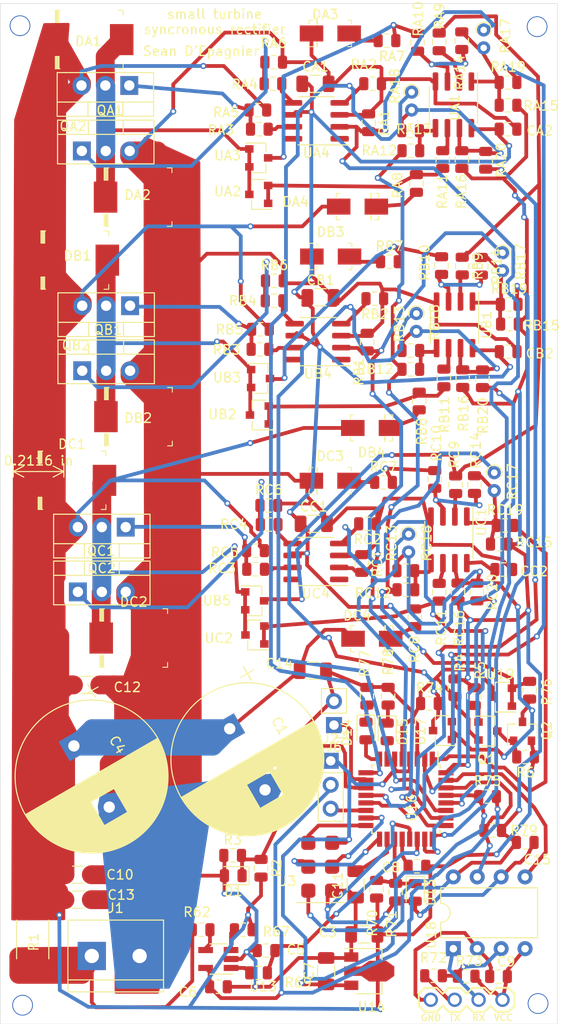
<source format=kicad_pcb>
(kicad_pcb (version 20171130) (host pcbnew 5.1.5+dfsg1-2build2)
  (layers (0 F.Cu signal) (31 B.Cu signal) (34 B.Paste user) (35 F.Paste user) (36 B.SilkS user) (37 F.SilkS user) (38 B.Mask user) (39 F.Mask user) (44 Edge.Cuts user))
  (net 0 "")
  (net 1 GND)
  (net 2 VCC)
  (net 3 "Net-(C5-Pad1)")
  (net 4 +5V)
  (net 5 "Net-(C8-Pad2)")
  (net 6 "Net-(C9-Pad1)")
  (net 7 "Net-(C9-Pad2)")
  (net 8 "Net-(C11-Pad1)")
  (net 9 "Net-(D13-Pad1)")
  (net 10 "Net-(D14-Pad1)")
  (net 11 "Net-(D14-Pad2)")
  (net 12 "Net-(D15-Pad2)")
  (net 13 "Net-(D15-Pad1)")
  (net 14 MISO)
  (net 15 SCK)
  (net 16 MOSI)
  (net 17 RESET)
  (net 18 PHASEC)
  (net 19 PHASEB)
  (net 20 PHASEA)
  (net 21 "Net-(J5-Pad2)")
  (net 22 "Net-(J5-Pad3)")
  (net 23 CH)
  (net 24 AH)
  (net 25 BH)
  (net 26 CL)
  (net 27 AL)
  (net 28 BL)
  (net 29 -2V5)
  (net 30 +2V5)
  (net 31 CHS)
  (net 32 CLS)
  (net 33 AHS)
  (net 34 ALS)
  (net 35 BHS)
  (net 36 BLS)
  (net 37 "Net-(R62-Pad1)")
  (net 38 "Net-(R67-Pad1)")
  (net 39 "Net-(R69-Pad1)")
  (net 40 "Net-(R72-Pad1)")
  (net 41 RX)
  (net 42 TX)
  (net 43 "Net-(DA3-Pad2)")
  (net 44 "Net-(DA4-Pad1)")
  (net 45 "Net-(QA1-Pad1)")
  (net 46 "Net-(QA2-Pad1)")
  (net 47 "Net-(RA3-Pad2)")
  (net 48 "Net-(RA4-Pad2)")
  (net 49 "Net-(RA10-Pad1)")
  (net 50 "Net-(RA11-Pad1)")
  (net 51 "Net-(RA9-Pad2)")
  (net 52 "Net-(RA10-Pad2)")
  (net 53 "Net-(RA11-Pad2)")
  (net 54 "Net-(RA12-Pad2)")
  (net 55 "Net-(RA13-Pad1)")
  (net 56 "Net-(RA14-Pad1)")
  (net 57 "Net-(UA4-Pad8)")
  (net 58 "Net-(UA4-Pad1)")
  (net 59 +5VD)
  (net 60 VDD)
  (net 61 "Net-(D1-Pad1)")
  (net 62 "Net-(DB3-Pad2)")
  (net 63 "Net-(DB4-Pad1)")
  (net 64 "Net-(J1-Pad1)")
  (net 65 "Net-(J2-Pad3)")
  (net 66 "Net-(Q1-Pad1)")
  (net 67 "Net-(Q1-Pad3)")
  (net 68 "Net-(QB1-Pad1)")
  (net 69 "Net-(QB2-Pad1)")
  (net 70 "Net-(RB3-Pad2)")
  (net 71 "Net-(RB4-Pad2)")
  (net 72 "Net-(RB10-Pad1)")
  (net 73 "Net-(RB11-Pad1)")
  (net 74 "Net-(RB9-Pad2)")
  (net 75 "Net-(RB10-Pad2)")
  (net 76 "Net-(RB11-Pad2)")
  (net 77 "Net-(RB12-Pad2)")
  (net 78 "Net-(RB13-Pad1)")
  (net 79 "Net-(RB14-Pad1)")
  (net 80 "Net-(UB4-Pad1)")
  (net 81 "Net-(UB4-Pad8)")
  (net 82 "Net-(DC3-Pad2)")
  (net 83 "Net-(DC4-Pad1)")
  (net 84 "Net-(QC1-Pad1)")
  (net 85 "Net-(QC2-Pad1)")
  (net 86 "Net-(RC3-Pad2)")
  (net 87 "Net-(RC4-Pad2)")
  (net 88 "Net-(RC10-Pad1)")
  (net 89 "Net-(RC11-Pad1)")
  (net 90 "Net-(RC9-Pad2)")
  (net 91 "Net-(RC10-Pad2)")
  (net 92 "Net-(RC11-Pad2)")
  (net 93 "Net-(RC12-Pad2)")
  (net 94 "Net-(RC13-Pad1)")
  (net 95 "Net-(RC14-Pad1)")
  (net 96 "Net-(UC4-Pad1)")
  (net 97 "Net-(UC4-Pad8)")
  (net 98 "Net-(J6-Pad1)")
  (module Package_SO:SOIC-8_3.9x4.9mm_P1.27mm (layer F.Cu) (at 170.687 63.599 270)
    (fp_text reference UA1 (at 0.297 -0.133 90) (layer F.SilkS))
    (fp_text value LM393)
    (pad 8 smd roundrect (at 2.475 -1.905 270) (size 1.95 0.6) (layers F.Cu F.Paste F.Mask) (net 60 VDD))
    (pad 7 smd roundrect (at 2.475 -0.635 270) (size 1.95 0.6) (layers F.Cu F.Paste F.Mask) (net 55 "Net-(RA13-Pad1)"))
    (pad 6 smd roundrect (at 2.475 0.635 270) (size 1.95 0.6) (layers F.Cu F.Paste F.Mask) (net 53 "Net-(RA11-Pad2)"))
    (pad 5 smd roundrect (at 2.475 1.905 270) (size 1.95 0.6) (layers F.Cu F.Paste F.Mask) (net 54 "Net-(RA12-Pad2)"))
    (pad 4 smd roundrect (at -2.475 1.905 270) (size 1.95 0.6) (layers F.Cu F.Paste F.Mask) (net 1 GND))
    (pad 3 smd roundrect (at -2.475 0.635 270) (size 1.95 0.6) (layers F.Cu F.Paste F.Mask) (net 52 "Net-(RA10-Pad2)"))
    (pad 2 smd roundrect (at -2.475 -0.635 270) (size 1.95 0.6) (layers F.Cu F.Paste F.Mask) (net 51 "Net-(RA9-Pad2)"))
    (pad 1 smd roundrect (at -2.475 -1.905 270) (size 1.95 0.6) (layers F.Cu F.Paste F.Mask) (net 56 "Net-(RA14-Pad1)"))
  )
  (module Package_TO_SOT_THT:TO-220-3_Vertical (layer F.Cu) (at 131.218 68.494)
    (fp_text reference QA2 (at -0.935 -2.625) (layer F.SilkS))
    (fp_text value nFET)
    (pad 3 thru_hole oval (at 5.08 0) (size 1.905 2) (drill 1.1) (layers *.Cu *.Mask) (net 1 GND))
    (pad 2 thru_hole oval (at 2.54 0) (size 1.905 2) (drill 1.1) (layers *.Cu *.Mask) (net 20 PHASEA))
    (pad 1 thru_hole rect (at 0 0) (size 1.905 2) (drill 1.1) (layers *.Cu *.Mask) (net 46 "Net-(QA2-Pad1)"))
  )
  (module Resistor_SMD:R_0805_2012Metric (layer F.Cu) (at 161.676 65.4985 270)
    (fp_text reference RA1 (at 0 -1.65 90) (layer F.SilkS))
    (fp_text value 1M)
    (pad 1 smd roundrect (at -0.9375 0 270) (size 0.975 1.4) (layers F.Cu F.Paste F.Mask) (net 1 GND))
    (pad 2 smd roundrect (at 0.9375 0 270) (size 0.975 1.4) (layers F.Cu F.Paste F.Mask) (net 24 AH))
  )
  (module footprints:DO-214AC (layer F.Cu) (at 157.612 56.022)
    (fp_text reference DA3 (at -0.537 -2.022) (layer F.SilkS))
    (fp_text value D)
    (pad 2 smd rect (at 2 0) (size 2.5 1.7) (layers F.Cu F.Paste F.Mask) (net 43 "Net-(DA3-Pad2)"))
    (pad 1 smd rect (at -2 0) (size 2.5 1.7) (layers F.Cu F.Paste F.Mask) (net 1 GND))
  )
  (module footprints:DO-214AB (layer F.Cu) (at 132 56.665)
    (fp_text reference DA1 (at -0.1 0.175) (layer F.SilkS))
    (fp_text value D_Schottky)
    (pad 1 smd rect (at -3.45 0) (size 2.5 3.3) (layers F.Cu F.Paste F.Mask) (net 2 VCC))
    (pad 2 smd rect (at 3.45 0.01) (size 2.5 3.3) (layers F.Cu F.Paste F.Mask) (net 20 PHASEA))
  )
  (module Resistor_SMD:R_0805_2012Metric (layer F.Cu) (at 166.875 56.9625 270)
    (fp_text reference RA10 (at -2.4875 -0.075 90) (layer F.SilkS))
    (fp_text value 10k)
    (pad 2 smd roundrect (at 0.9375 0 270) (size 0.975 1.4) (layers F.Cu F.Paste F.Mask) (net 52 "Net-(RA10-Pad2)"))
    (pad 1 smd roundrect (at -0.9375 0 270) (size 0.975 1.4) (layers F.Cu F.Paste F.Mask) (net 49 "Net-(RA10-Pad1)"))
  )
  (module Capacitor_SMD:C_0805_2012Metric (layer F.Cu) (at 176.4865 66.182)
    (fp_text reference CA2 (at 3.3635 0.168) (layer F.SilkS))
    (fp_text value .1uF)
    (pad 2 smd roundrect (at 0.9375 0) (size 0.975 1.4) (layers F.Cu F.Paste F.Mask) (net 1 GND))
    (pad 1 smd roundrect (at -0.9375 0) (size 0.975 1.4) (layers F.Cu F.Paste F.Mask) (net 60 VDD))
  )
  (module Resistor_SMD:R_0805_2012Metric (layer F.Cu) (at 149.9135 64.15 180)
    (fp_text reference RA5 (at 3.3805 -0.254) (layer F.SilkS))
    (fp_text value 100k)
    (pad 2 smd roundrect (at 0.9375 0 180) (size 0.975 1.4) (layers F.Cu F.Paste F.Mask) (net 45 "Net-(QA1-Pad1)"))
    (pad 1 smd roundrect (at -0.9375 0 180) (size 0.975 1.4) (layers F.Cu F.Paste F.Mask) (net 2 VCC))
  )
  (module Resistor_SMD:R_0805_2012Metric (layer F.Cu) (at 176.4865 61.224)
    (fp_text reference RA19 (at 0 -1.65) (layer F.SilkS))
    (fp_text value 100k)
    (pad 1 smd roundrect (at -0.9375 0) (size 0.975 1.4) (layers F.Cu F.Paste F.Mask) (net 56 "Net-(RA14-Pad1)"))
    (pad 2 smd roundrect (at 0.9375 0) (size 0.975 1.4) (layers F.Cu F.Paste F.Mask) (net 33 AHS))
  )
  (module Resistor_SMD:R_0805_2012Metric (layer F.Cu) (at 166.137 66.349)
    (fp_text reference RA13 (at 0.365 -0.167) (layer F.SilkS))
    (fp_text value 10M)
    (pad 1 smd roundrect (at -0.9375 0) (size 0.975 1.4) (layers F.Cu F.Paste F.Mask) (net 55 "Net-(RA13-Pad1)"))
    (pad 2 smd roundrect (at 0.9375 0) (size 0.975 1.4) (layers F.Cu F.Paste F.Mask) (net 54 "Net-(RA12-Pad2)"))
  )
  (module Resistor_SMD:R_0805_2012Metric (layer F.Cu) (at 176.4865 63.642 180)
    (fp_text reference RA15 (at -3.5135 -0.058) (layer F.SilkS))
    (fp_text value 10k)
    (pad 2 smd roundrect (at 0.9375 0 180) (size 0.975 1.4) (layers F.Cu F.Paste F.Mask) (net 56 "Net-(RA14-Pad1)"))
    (pad 1 smd roundrect (at -0.9375 0 180) (size 0.975 1.4) (layers F.Cu F.Paste F.Mask) (net 59 +5VD))
  )
  (module Package_TO_SOT_THT:TO-220-3_Vertical (layer F.Cu) (at 136.258 61.544 180)
    (fp_text reference QA1 (at 2.05 -2.65) (layer F.SilkS))
    (fp_text value pFET)
    (pad 3 thru_hole oval (at 5.08 0 180) (size 1.905 2) (drill 1.1) (layers *.Cu *.Mask) (net 2 VCC))
    (pad 2 thru_hole oval (at 2.54 0 180) (size 1.905 2) (drill 1.1) (layers *.Cu *.Mask) (net 20 PHASEA))
    (pad 1 thru_hole rect (at 0 0 180) (size 1.905 2) (drill 1.1) (layers *.Cu *.Mask) (net 45 "Net-(QA1-Pad1)"))
  )
  (module footprints:DO-214AC (layer F.Cu) (at 160.5 74.4 180)
    (fp_text reference DA4 (at 6.572 0.508) (layer F.SilkS))
    (fp_text value D)
    (pad 1 smd rect (at -2 0 180) (size 2.5 1.7) (layers F.Cu F.Paste F.Mask) (net 44 "Net-(DA4-Pad1)"))
    (pad 2 smd rect (at 2 0 180) (size 2.5 1.7) (layers F.Cu F.Paste F.Mask) (net 2 VCC))
  )
  (module Resistor_SMD:R_0805_2012Metric (layer F.Cu) (at 151.516 61.356)
    (fp_text reference RA4 (at -3.016 0.069) (layer F.SilkS))
    (fp_text value 20)
    (pad 2 smd roundrect (at 0.9375 0) (size 0.975 1.4) (layers F.Cu F.Paste F.Mask) (net 48 "Net-(RA4-Pad2)"))
    (pad 1 smd roundrect (at -0.9375 0) (size 0.975 1.4) (layers F.Cu F.Paste F.Mask) (net 46 "Net-(QA2-Pad1)"))
  )
  (module Resistor_SMD:R_0805_2012Metric (layer F.Cu) (at 150.0705 66.182)
    (fp_text reference RA3 (at -4.081 0.097) (layer F.SilkS))
    (fp_text value 20)
    (pad 1 smd roundrect (at -0.9375 0) (size 0.975 1.4) (layers F.Cu F.Paste F.Mask) (net 45 "Net-(QA1-Pad1)"))
    (pad 2 smd roundrect (at 0.9375 0) (size 0.975 1.4) (layers F.Cu F.Paste F.Mask) (net 47 "Net-(RA3-Pad2)"))
  )
  (module Resistor_SMD:R_0805_2012Metric (layer F.Cu) (at 166.1695 68.468)
    (fp_text reference RA12 (at -3.3625 -0.025) (layer F.SilkS))
    (fp_text value 10k)
    (pad 1 smd roundrect (at -0.9375 0) (size 0.975 1.4) (layers F.Cu F.Paste F.Mask) (net 30 +2V5))
    (pad 2 smd roundrect (at 0.9375 0) (size 0.975 1.4) (layers F.Cu F.Paste F.Mask) (net 54 "Net-(RA12-Pad2)"))
  )
  (module Capacitor_SMD:C_1206_3216Metric (layer F.Cu) (at 156.03 61.364)
    (fp_text reference CA1 (at 0 -1.82) (layer F.SilkS))
    (fp_text value 10uF)
    (pad 2 smd roundrect (at 1.4 0) (size 1.25 1.75) (layers F.Cu F.Paste F.Mask) (roundrect_rratio 0.2) (net 1 GND))
    (pad 1 smd roundrect (at -1.4 0) (size 1.25 1.75) (layers F.Cu F.Paste F.Mask) (roundrect_rratio 0.2) (net 60 VDD))
  )
  (module Package_SO:SOIC-8_3.9x4.9mm_P1.27mm (layer F.Cu) (at 156.13 65.293 180)
    (fp_text reference UA4 (at 0 -3.4) (layer F.SilkS))
    (fp_text value MIC4428)
    (pad 1 smd roundrect (at -2.475 -1.905 180) (size 1.95 0.6) (layers F.Cu F.Paste F.Mask) (net 58 "Net-(UA4-Pad1)"))
    (pad 2 smd roundrect (at -2.475 -0.635 180) (size 1.95 0.6) (layers F.Cu F.Paste F.Mask) (net 24 AH))
    (pad 3 smd roundrect (at -2.475 0.635 180) (size 1.95 0.6) (layers F.Cu F.Paste F.Mask) (net 1 GND))
    (pad 4 smd roundrect (at -2.475 1.905 180) (size 1.95 0.6) (layers F.Cu F.Paste F.Mask) (net 27 AL))
    (pad 5 smd roundrect (at 2.475 1.905 180) (size 1.95 0.6) (layers F.Cu F.Paste F.Mask) (net 48 "Net-(RA4-Pad2)"))
    (pad 6 smd roundrect (at 2.475 0.635 180) (size 1.95 0.6) (layers F.Cu F.Paste F.Mask) (net 60 VDD))
    (pad 7 smd roundrect (at 2.475 -0.635 180) (size 1.95 0.6) (layers F.Cu F.Paste F.Mask) (net 47 "Net-(RA3-Pad2)"))
    (pad 8 smd roundrect (at 2.475 -1.905 180) (size 1.95 0.6) (layers F.Cu F.Paste F.Mask) (net 57 "Net-(UA4-Pad8)"))
  )
  (module Resistor_SMD:R_0805_2012Metric (layer F.Cu) (at 174.122 69.484 270)
    (fp_text reference RA20 (at 0 -1.65 90) (layer F.SilkS))
    (fp_text value 100k)
    (pad 2 smd roundrect (at 0.9375 0 270) (size 0.975 1.4) (layers F.Cu F.Paste F.Mask) (net 34 ALS))
    (pad 1 smd roundrect (at -0.9375 0 270) (size 0.975 1.4) (layers F.Cu F.Paste F.Mask) (net 55 "Net-(RA13-Pad1)"))
  )
  (module Resistor_SMD:R_0805_2012Metric (layer F.Cu) (at 169.55 69.4055 90)
    (fp_text reference RA11 (at -3.3875 -0.05 90) (layer F.SilkS))
    (fp_text value 10k)
    (pad 1 smd roundrect (at -0.9375 0 90) (size 0.975 1.4) (layers F.Cu F.Paste F.Mask) (net 50 "Net-(RA11-Pad1)"))
    (pad 2 smd roundrect (at 0.9375 0 90) (size 0.975 1.4) (layers F.Cu F.Paste F.Mask) (net 53 "Net-(RA11-Pad2)"))
  )
  (module Resistor_SMD:R_0805_2012Metric (layer F.Cu) (at 171.575 56.7875 270)
    (fp_text reference RA14 (at 3.3875 0.225 90) (layer F.SilkS))
    (fp_text value 10M)
    (pad 1 smd roundrect (at -0.9375 0 270) (size 0.975 1.4) (layers F.Cu F.Paste F.Mask) (net 56 "Net-(RA14-Pad1)"))
    (pad 2 smd roundrect (at 0.9375 0 270) (size 0.975 1.4) (layers F.Cu F.Paste F.Mask) (net 52 "Net-(RA10-Pad2)"))
  )
  (module Package_TO_SOT_SMD:SOT-23 (layer F.Cu) (at 150.008 73.106 180)
    (fp_text reference UA2 (at 3.318 0.32) (layer F.SilkS))
    (fp_text value CJ431)
    (pad 3 smd rect (at 1 0 180) (size 0.9 0.8) (layers F.Cu F.Paste F.Mask) (net 20 PHASEA))
    (pad 2 smd rect (at -1 0.95 180) (size 0.9 0.8) (layers F.Cu F.Paste F.Mask) (net 50 "Net-(RA11-Pad1)"))
    (pad 1 smd rect (at -1 -0.95 180) (size 0.9 0.8) (layers F.Cu F.Paste F.Mask) (net 50 "Net-(RA11-Pad1)"))
  )
  (module Resistor_SMD:R_0805_2012Metric (layer F.Cu) (at 169.175 56.9125 270)
    (fp_text reference RA9 (at -2.7375 -0.025 90) (layer F.SilkS))
    (fp_text value 10k)
    (pad 1 smd roundrect (at -0.9375 0 270) (size 0.975 1.4) (layers F.Cu F.Paste F.Mask) (net 29 -2V5))
    (pad 2 smd roundrect (at 0.9375 0 270) (size 0.975 1.4) (layers F.Cu F.Paste F.Mask) (net 51 "Net-(RA9-Pad2)"))
  )
  (module Package_TO_SOT_SMD:SOT-23 (layer F.Cu) (at 150.008 69.23)
    (fp_text reference UA3 (at -3.318 -0.254) (layer F.SilkS))
    (fp_text value CJ431)
    (pad 1 smd rect (at -1 -0.95) (size 0.9 0.8) (layers F.Cu F.Paste F.Mask) (net 20 PHASEA))
    (pad 2 smd rect (at -1 0.95) (size 0.9 0.8) (layers F.Cu F.Paste F.Mask) (net 20 PHASEA))
    (pad 3 smd rect (at 1 0) (size 0.9 0.8) (layers F.Cu F.Paste F.Mask) (net 49 "Net-(RA10-Pad1)"))
  )
  (module Resistor_SMD:R_0805_2012Metric (layer F.Cu) (at 151.5945 59.07)
    (fp_text reference RA6 (at 0 -2.032) (layer F.SilkS))
    (fp_text value 100k)
    (pad 1 smd roundrect (at -0.9375 0) (size 0.975 1.4) (layers F.Cu F.Paste F.Mask) (net 46 "Net-(QA2-Pad1)"))
    (pad 2 smd roundrect (at 0.9375 0) (size 0.975 1.4) (layers F.Cu F.Paste F.Mask) (net 1 GND))
  )
  (module Resistor_SMD:R_0805_2012Metric (layer F.Cu) (at 171.582 69.4055 90)
    (fp_text reference RA16 (at -3.375 -0.05 90) (layer F.SilkS))
    (fp_text value 10k)
    (pad 1 smd roundrect (at -0.9375 0 90) (size 0.975 1.4) (layers F.Cu F.Paste F.Mask) (net 59 +5VD))
    (pad 2 smd roundrect (at 0.9375 0 90) (size 0.975 1.4) (layers F.Cu F.Paste F.Mask) (net 55 "Net-(RA13-Pad1)"))
  )
  (module Resistor_SMD:R_0805_2012Metric (layer F.Cu) (at 166.756 71.9455 270)
    (fp_text reference RA8 (at 0.2045 2.006 90) (layer F.SilkS))
    (fp_text value 100k)
    (pad 1 smd roundrect (at -0.9375 0 270) (size 0.975 1.4) (layers F.Cu F.Paste F.Mask) (net 50 "Net-(RA11-Pad1)"))
    (pad 2 smd roundrect (at 0.9375 0 270) (size 0.975 1.4) (layers F.Cu F.Paste F.Mask) (net 44 "Net-(DA4-Pad1)"))
  )
  (module Resistor_SMD:R_0805_2012Metric (layer F.Cu) (at 163.6295 56.784)
    (fp_text reference RA7 (at 0.5205 1.666) (layer F.SilkS))
    (fp_text value 100k)
    (pad 1 smd roundrect (at -0.9375 0) (size 0.975 1.4) (layers F.Cu F.Paste F.Mask) (net 43 "Net-(DA3-Pad2)"))
    (pad 2 smd roundrect (at 0.9375 0) (size 0.975 1.4) (layers F.Cu F.Paste F.Mask) (net 49 "Net-(RA10-Pad1)"))
  )
  (module footprints:DO-214AB (layer F.Cu) (at 137.186 73.394)
    (fp_text reference DA2 (at -0.05 -0.225) (layer F.SilkS))
    (fp_text value D_Schottky)
    (pad 1 smd rect (at -3.45 0) (size 2.5 3.3) (layers F.Cu F.Paste F.Mask) (net 20 PHASEA))
    (pad 2 smd rect (at 3.45 0.01) (size 2.5 3.3) (layers F.Cu F.Paste F.Mask) (net 1 GND))
  )
  (module Resistor_SMD:R_0805_2012Metric (layer F.Cu) (at 162.1055 61.356 180)
    (fp_text reference RA2 (at 0.9375 2.032) (layer F.SilkS))
    (fp_text value 1M)
    (pad 2 smd roundrect (at 0.9375 0 180) (size 0.975 1.4) (layers F.Cu F.Paste F.Mask) (net 27 AL))
    (pad 1 smd roundrect (at -0.9375 0 180) (size 0.975 1.4) (layers F.Cu F.Paste F.Mask) (net 1 GND))
  )
  (module Resistor_THT:R_Axial_DIN0204_L3.6mm_D1.6mm_P1.90mm_Vertical (layer F.Cu) (at 173.9 55.65 270)
    (fp_text reference RA17 (at 0.625 -2.3 90) (layer F.SilkS))
    (fp_text value 0)
    (pad 2 thru_hole oval (at 1.9 0 270) (size 1.4 1.4) (drill 0.7) (layers *.Cu *.Mask) (net 56 "Net-(RA14-Pad1)"))
    (pad 1 thru_hole circle (at 0 0 270) (size 1.4 1.4) (drill 0.7) (layers *.Cu *.Mask) (net 24 AH))
  )
  (module Resistor_THT:R_Axial_DIN0204_L3.6mm_D1.6mm_P1.90mm_Vertical (layer F.Cu) (at 166.248 62.25 270)
    (fp_text reference RA18 (at -0.64 1.778 90) (layer F.SilkS))
    (fp_text value 0)
    (pad 1 thru_hole circle (at 0 0 270) (size 1.4 1.4) (drill 0.7) (layers *.Cu *.Mask) (net 27 AL))
    (pad 2 thru_hole oval (at 1.9 0 270) (size 1.4 1.4) (drill 0.7) (layers *.Cu *.Mask) (net 55 "Net-(RA13-Pad1)"))
  )
  (module Capacitor_THT:CP_Radial_D16.0mm_P7.50mm (layer F.Cu) (at 146.925 129.825 300)
    (fp_text reference C1 (at 2.367 -4.75 120) (layer F.SilkS))
    (fp_text value 680uF)
    (pad 2 thru_hole circle (at 7.5 0 300) (size 2.4 2.4) (drill 1.2) (layers *.Cu *.Mask) (net 1 GND))
    (pad 1 thru_hole rect (at 0 0 300) (size 2.4 2.4) (drill 1.2) (layers *.Cu *.Mask) (net 2 VCC))
  )
  (module Capacitor_SMD:C_1206_3216Metric (layer F.Cu) (at 161.217 151.663 180)
    (fp_text reference C3 (at 3.875 0.225) (layer F.SilkS))
    (fp_text value 10uF)
    (pad 2 smd roundrect (at 1.4 0 180) (size 1.25 1.75) (layers F.Cu F.Paste F.Mask) (roundrect_rratio 0.2) (net 1 GND))
    (pad 1 smd roundrect (at -1.4 0 180) (size 1.25 1.75) (layers F.Cu F.Paste F.Mask) (roundrect_rratio 0.2) (net 2 VCC))
  )
  (module Capacitor_THT:CP_Radial_D16.0mm_P7.50mm (layer F.Cu) (at 130.375 131.65 300)
    (fp_text reference C4 (at 2.196 -4.055 120) (layer F.SilkS))
    (fp_text value 680uF)
    (pad 1 thru_hole rect (at 0 0 300) (size 2.4 2.4) (drill 1.2) (layers *.Cu *.Mask) (net 2 VCC))
    (pad 2 thru_hole circle (at 7.5 0 300) (size 2.4 2.4) (drill 1.2) (layers *.Cu *.Mask) (net 1 GND))
  )
  (module Capacitor_SMD:C_1206_3216Metric (layer F.Cu) (at 157.167 155.563 90)
    (fp_text reference C7 (at 0 -1.82 90) (layer F.SilkS))
    (fp_text value 10uF)
    (pad 1 smd roundrect (at -1.4 0 90) (size 1.25 1.75) (layers F.Cu F.Paste F.Mask) (roundrect_rratio 0.2) (net 4 +5V))
    (pad 2 smd roundrect (at 1.4 0 90) (size 1.25 1.75) (layers F.Cu F.Paste F.Mask) (roundrect_rratio 0.2) (net 1 GND))
  )
  (module Capacitor_SMD:C_1206_3216Metric (layer F.Cu) (at 130.825 145.325)
    (fp_text reference C10 (at 4.448 0) (layer F.SilkS))
    (fp_text value 10uF)
    (pad 2 smd roundrect (at 1.4 0) (size 1.25 1.75) (layers F.Cu F.Paste F.Mask) (roundrect_rratio 0.2) (net 1 GND))
    (pad 1 smd roundrect (at -1.4 0) (size 1.25 1.75) (layers F.Cu F.Paste F.Mask) (roundrect_rratio 0.2) (net 2 VCC))
  )
  (module Capacitor_SMD:C_1206_3216Metric (layer F.Cu) (at 160.3 146.35 270)
    (fp_text reference C11 (at 0.125 1.9 90) (layer F.SilkS))
    (fp_text value 10uF)
    (pad 1 smd roundrect (at -1.4 0 270) (size 1.25 1.75) (layers F.Cu F.Paste F.Mask) (roundrect_rratio 0.2) (net 8 "Net-(C11-Pad1)"))
    (pad 2 smd roundrect (at 1.4 0 270) (size 1.25 1.75) (layers F.Cu F.Paste F.Mask) (roundrect_rratio 0.2) (net 1 GND))
  )
  (module Capacitor_SMD:C_1206_3216Metric (layer F.Cu) (at 131.725 125.175)
    (fp_text reference C12 (at 4.325 0.25) (layer F.SilkS))
    (fp_text value 10uF)
    (pad 2 smd roundrect (at 1.4 0) (size 1.25 1.75) (layers F.Cu F.Paste F.Mask) (roundrect_rratio 0.2) (net 1 GND))
    (pad 1 smd roundrect (at -1.4 0) (size 1.25 1.75) (layers F.Cu F.Paste F.Mask) (roundrect_rratio 0.2) (net 2 VCC))
  )
  (module Capacitor_SMD:C_1206_3216Metric (layer F.Cu) (at 130.825 147.975)
    (fp_text reference C13 (at 4.572 -0.508) (layer F.SilkS))
    (fp_text value 10uF)
    (pad 1 smd roundrect (at -1.4 0) (size 1.25 1.75) (layers F.Cu F.Paste F.Mask) (roundrect_rratio 0.2) (net 2 VCC))
    (pad 2 smd roundrect (at 1.4 0) (size 1.25 1.75) (layers F.Cu F.Paste F.Mask) (roundrect_rratio 0.2) (net 1 GND))
  )
  (module Capacitor_SMD:C_1206_3216Metric (layer F.Cu) (at 155.75 123.675)
    (fp_text reference C14 (at -3.556 -0.762) (layer F.SilkS))
    (fp_text value 10uF)
    (pad 1 smd roundrect (at -1.4 0) (size 1.25 1.75) (layers F.Cu F.Paste F.Mask) (roundrect_rratio 0.2) (net 2 VCC))
    (pad 2 smd roundrect (at 1.4 0) (size 1.25 1.75) (layers F.Cu F.Paste F.Mask) (roundrect_rratio 0.2) (net 1 GND))
  )
  (module LED_SMD:LED_0805_2012Metric (layer F.Cu) (at 161.4 130.0635 270)
    (fp_text reference D14 (at 0.1755 2.032 90) (layer F.SilkS))
    (fp_text value RED)
    (pad 2 smd roundrect (at 0.9375 0 270) (size 0.975 1.4) (layers F.Cu F.Paste F.Mask) (net 11 "Net-(D14-Pad2)"))
    (pad 1 smd roundrect (at -0.9375 0 270) (size 0.975 1.4) (layers F.Cu F.Paste F.Mask) (net 10 "Net-(D14-Pad1)"))
  )
  (module LED_SMD:LED_0805_2012Metric (layer F.Cu) (at 163.65 130.1625 270)
    (fp_text reference D15 (at 0 -1.65 90) (layer F.SilkS))
    (fp_text value BLUE)
    (pad 1 smd roundrect (at -0.9375 0 270) (size 0.975 1.4) (layers F.Cu F.Paste F.Mask) (net 13 "Net-(D15-Pad1)"))
    (pad 2 smd roundrect (at 0.9375 0 270) (size 0.975 1.4) (layers F.Cu F.Paste F.Mask) (net 12 "Net-(D15-Pad2)"))
  )
  (module TerminalBlock:TerminalBlock_bornier-2_P5.08mm (layer F.Cu) (at 132.275 153.95)
    (fp_text reference J1 (at 2.54 -5.08) (layer F.SilkS))
    (fp_text value Conn_01x02)
    (pad 2 thru_hole circle (at 5.08 0) (size 3 3) (drill 1.52) (layers *.Cu *.Mask) (net 1 GND))
    (pad 1 thru_hole rect (at 0 0) (size 3 3) (drill 1.52) (layers *.Cu *.Mask) (net 64 "Net-(J1-Pad1)"))
  )
  (module footprints:ISP (layer F.Cu) (at 155.275 144.475)
    (fp_text reference J3 (at -2.125 1.54) (layer F.SilkS))
    (fp_text value ISP)
    (pad 1 smd roundrect (at 0 -2.54) (size 1.5 1.5) (layers F.Cu F.Paste F.Mask) (net 14 MISO))
    (pad 4 smd roundrect (at 2.525 -2.54) (size 1.5 1.5) (layers F.Cu F.Paste F.Mask) (net 4 +5V))
    (pad 2 smd roundrect (at 0 0) (size 1.5 1.5) (layers F.Cu F.Paste F.Mask) (net 15 SCK))
    (pad 5 smd roundrect (at 2.525 0) (size 1.5 1.5) (layers F.Cu F.Paste F.Mask) (net 16 MOSI))
    (pad 3 smd roundrect (at 0 2.54) (size 1.5 1.5) (layers F.Cu F.Paste F.Mask) (net 17 RESET))
    (pad 6 smd roundrect (at 2.525 2.54) (size 1.5 1.5) (layers F.Cu F.Paste F.Mask) (net 1 GND))
  )
  (module footprints:uart (layer F.Cu) (at 175.9 158.6 180)
    (fp_text reference J5 hide)
    (fp_text value UART_Device hide)
    (fp_text user GND (at 7.6 -1.9) (layer F.SilkS) (effects (font (size 0.7 0.7) (thickness 0.12))))
    (fp_text user RX (at 2.54 -1.905) (layer F.SilkS) (effects (font (size 0.7 0.7) (thickness 0.12))))
    (fp_text user TX (at 5.08 -1.905) (layer F.SilkS) (effects (font (size 0.7 0.7) (thickness 0.12))))
    (fp_text user VCC (at -0.1 -1.9) (layer F.SilkS) (effects (font (size 0.7 0.7) (thickness 0.12))))
    (pad 1 thru_hole oval (at 0 0 270) (size 1.524 1.524) (drill 1.016) (layers *.Cu *.Mask) (net 6 "Net-(C9-Pad1)"))
    (pad 2 thru_hole oval (at 2.54 0 270) (size 1.524 1.524) (drill 1.016) (layers *.Cu *.Mask) (net 21 "Net-(J5-Pad2)"))
    (pad 3 thru_hole oval (at 5.08 0 270) (size 1.524 1.524) (drill 1.016) (layers *.Cu *.Mask) (net 22 "Net-(J5-Pad3)"))
    (pad 4 thru_hole oval (at 7.62 0 270) (size 1.524 1.524) (drill 1.016) (layers *.Cu *.Mask) (net 7 "Net-(C9-Pad2)"))
  )
  (module Resistor_SMD:R_2512_6332Metric (layer F.Cu) (at 126 152.2 270)
    (fp_text reference R1 (at 0.275 -0.1 90) (layer F.SilkS))
    (fp_text value .002)
    (pad 1 smd roundrect (at -2.9 0 270) (size 1.35 3.35) (layers F.Cu F.Paste F.Mask) (roundrect_rratio 0.185185) (net 2 VCC))
    (pad 2 smd roundrect (at 2.9 0 270) (size 1.35 3.35) (layers F.Cu F.Paste F.Mask) (roundrect_rratio 0.185185) (net 64 "Net-(J1-Pad1)"))
  )
  (module Resistor_SMD:R_0805_2012Metric (layer F.Cu) (at 149.9865 155.741)
    (fp_text reference R69 (at 4.2125 1.025) (layer F.SilkS))
    (fp_text value 100k)
    (pad 1 smd roundrect (at -0.9375 0) (size 0.975 1.4) (layers F.Cu F.Paste F.Mask) (net 39 "Net-(R69-Pad1)"))
    (pad 2 smd roundrect (at 0.9375 0) (size 0.975 1.4) (layers F.Cu F.Paste F.Mask) (net 3 "Net-(C5-Pad1)"))
  )
  (module Resistor_SMD:R_0805_2012Metric (layer F.Cu) (at 164.55 147.175 90)
    (fp_text reference R71 (at -3.3625 -0.425 90) (layer F.SilkS))
    (fp_text value 10k)
    (pad 2 smd roundrect (at 0.9375 0 90) (size 0.975 1.4) (layers F.Cu F.Paste F.Mask) (net 9 "Net-(D13-Pad1)"))
    (pad 1 smd roundrect (at -0.9375 0 90) (size 0.975 1.4) (layers F.Cu F.Paste F.Mask) (net 1 GND))
  )
  (module Resistor_SMD:R_0805_2012Metric (layer F.Cu) (at 168.575 156.05 180)
    (fp_text reference R72 (at 0 1.901) (layer F.SilkS))
    (fp_text value 560)
    (pad 1 smd roundrect (at -0.9375 0 180) (size 0.975 1.4) (layers F.Cu F.Paste F.Mask) (net 40 "Net-(R72-Pad1)"))
    (pad 2 smd roundrect (at 0.9375 0 180) (size 0.975 1.4) (layers F.Cu F.Paste F.Mask) (net 22 "Net-(J5-Pad3)"))
  )
  (module Resistor_SMD:R_0805_2012Metric (layer F.Cu) (at 172.0375 156.1 180)
    (fp_text reference R73 (at -0.3135 1.622) (layer F.SilkS))
    (fp_text value 2k)
    (pad 2 smd roundrect (at 0.9375 0 180) (size 0.975 1.4) (layers F.Cu F.Paste F.Mask) (net 40 "Net-(R72-Pad1)"))
    (pad 1 smd roundrect (at -0.9375 0 180) (size 0.975 1.4) (layers F.Cu F.Paste F.Mask) (net 6 "Net-(C9-Pad1)"))
  )
  (module Resistor_SMD:R_0805_2012Metric (layer F.Cu) (at 168.1375 127.15)
    (fp_text reference R74 (at 0 -1.65) (layer F.SilkS))
    (fp_text value 100k)
    (pad 1 smd roundrect (at -0.9375 0) (size 0.975 1.4) (layers F.Cu F.Paste F.Mask) (net 1 GND))
    (pad 2 smd roundrect (at 0.9375 0) (size 0.975 1.4) (layers F.Cu F.Paste F.Mask) (net 29 -2V5))
  )
  (module Resistor_SMD:R_0805_2012Metric (layer F.Cu) (at 174.3125 137.025)
    (fp_text reference R75 (at 0 -1.65) (layer F.SilkS))
    (fp_text value 10k)
    (pad 2 smd roundrect (at 0.9375 0) (size 0.975 1.4) (layers F.Cu F.Paste F.Mask) (net 4 +5V))
    (pad 1 smd roundrect (at -0.9375 0) (size 0.975 1.4) (layers F.Cu F.Paste F.Mask) (net 17 RESET))
  )
  (module Resistor_SMD:R_0805_2012Metric (layer F.Cu) (at 178.775 125.7375 270)
    (fp_text reference R76 (at 0.1875 -1.825 90) (layer F.SilkS))
    (fp_text value 100k)
    (pad 1 smd roundrect (at -0.9375 0 270) (size 0.975 1.4) (layers F.Cu F.Paste F.Mask) (net 30 +2V5))
    (pad 2 smd roundrect (at 0.9375 0 270) (size 0.975 1.4) (layers F.Cu F.Paste F.Mask) (net 60 VDD))
  )
  (module Resistor_SMD:R_0805_2012Metric (layer F.Cu) (at 161.5 126.375 270)
    (fp_text reference R77 (at -3.4775 0.254 90) (layer F.SilkS))
    (fp_text value 2.4k)
    (pad 2 smd roundrect (at 0.9375 0 270) (size 0.975 1.4) (layers F.Cu F.Paste F.Mask) (net 10 "Net-(D14-Pad1)"))
    (pad 1 smd roundrect (at -0.9375 0 270) (size 0.975 1.4) (layers F.Cu F.Paste F.Mask) (net 1 GND))
  )
  (module Resistor_SMD:R_0805_2012Metric (layer F.Cu) (at 163.75 126.375 270)
    (fp_text reference R78 (at -3.6345 0 90) (layer F.SilkS))
    (fp_text value 2.4k)
    (pad 1 smd roundrect (at -0.9375 0 270) (size 0.975 1.4) (layers F.Cu F.Paste F.Mask) (net 1 GND))
    (pad 2 smd roundrect (at 0.9375 0 270) (size 0.975 1.4) (layers F.Cu F.Paste F.Mask) (net 13 "Net-(D15-Pad1)"))
  )
  (module Resistor_SMD:R_0805_2012Metric (layer F.Cu) (at 174.8625 140.625)
    (fp_text reference R79 (at 3.325 0) (layer F.SilkS))
    (fp_text value 2.4k)
    (pad 1 smd roundrect (at -0.9375 0) (size 0.975 1.4) (layers F.Cu F.Paste F.Mask) (net 41 RX))
    (pad 2 smd roundrect (at 0.9375 0) (size 0.975 1.4) (layers F.Cu F.Paste F.Mask) (net 59 +5VD))
  )
  (module Package_TO_SOT_SMD:SOT-23-5_HandSoldering (layer F.Cu) (at 145.716 154.271 180)
    (fp_text reference U13 (at -4.75 -2.925) (layer F.SilkS))
    (fp_text value INA180)
    (pad 1 smd rect (at -1.35 -0.95 180) (size 1.56 0.65) (layers F.Cu F.Paste F.Mask) (net 39 "Net-(R69-Pad1)"))
    (pad 2 smd rect (at -1.35 0 180) (size 1.56 0.65) (layers F.Cu F.Paste F.Mask) (net 1 GND))
    (pad 3 smd rect (at -1.35 0.95 180) (size 1.56 0.65) (layers F.Cu F.Paste F.Mask) (net 38 "Net-(R67-Pad1)"))
    (pad 4 smd rect (at 1.35 0.95 180) (size 1.56 0.65) (layers F.Cu F.Paste F.Mask) (net 37 "Net-(R62-Pad1)"))
    (pad 5 smd rect (at 1.35 -0.95 180) (size 1.56 0.65) (layers F.Cu F.Paste F.Mask) (net 59 +5VD))
  )
  (module Package_TO_SOT_SMD:SOT-89-3 (layer F.Cu) (at 161.317 155.563)
    (fp_text reference U14 (at 0.675 3.8) (layer F.SilkS))
    (fp_text value HT75xx-1-SOT89)
    (pad 2 smd trapezoid (at 2.667 0 270) (size 1.6 0.85) (rect_delta 0 0.6) (layers F.Cu F.Paste F.Mask) (net 2 VCC))
    (pad 1 smd rect (at -1.48 -1.5 270) (size 1 1.5) (layers F.Cu F.Paste F.Mask) (net 1 GND))
    (pad 2 smd rect (at -1.3335 0 270) (size 1 1.8) (layers F.Cu F.Paste F.Mask) (net 2 VCC))
    (pad 3 smd rect (at -1.48 1.5 270) (size 1 1.5) (layers F.Cu F.Paste F.Mask) (net 4 +5V))
    (pad 2 smd rect (at 1.3335 0 270) (size 2.2 1.84) (layers F.Cu F.Paste F.Mask) (net 2 VCC))
    (pad 2 smd trapezoid (at -0.0762 0 90) (size 1.5 1) (rect_delta 0 0.7) (layers F.Cu F.Paste F.Mask) (net 2 VCC))
  )
  (module Package_QFP:TQFP-32_7x7mm_P0.8mm (layer F.Cu) (at 165.642 137.301 270)
    (fp_text reference U16 (at 0.925 -0.6 90) (layer F.SilkS))
    (fp_text value ATmega328-AU)
    (pad 1 smd rect (at -4.25 -2.8 270) (size 1.6 0.55) (layers F.Cu F.Paste F.Mask) (net 31 CHS))
    (pad 2 smd rect (at -4.25 -2 270) (size 1.6 0.55) (layers F.Cu F.Paste F.Mask) (net 24 AH))
    (pad 3 smd rect (at -4.25 -1.2 270) (size 1.6 0.55) (layers F.Cu F.Paste F.Mask) (net 1 GND))
    (pad 4 smd rect (at -4.25 -0.4 270) (size 1.6 0.55) (layers F.Cu F.Paste F.Mask) (net 4 +5V))
    (pad 5 smd rect (at -4.25 0.4 270) (size 1.6 0.55) (layers F.Cu F.Paste F.Mask) (net 1 GND))
    (pad 6 smd rect (at -4.25 1.2 270) (size 1.6 0.55) (layers F.Cu F.Paste F.Mask) (net 4 +5V))
    (pad 7 smd rect (at -4.25 2 270) (size 1.6 0.55) (layers F.Cu F.Paste F.Mask) (net 12 "Net-(D15-Pad2)"))
    (pad 8 smd rect (at -4.25 2.8 270) (size 1.6 0.55) (layers F.Cu F.Paste F.Mask) (net 11 "Net-(D14-Pad2)"))
    (pad 9 smd rect (at -2.8 4.25) (size 1.6 0.55) (layers F.Cu F.Paste F.Mask) (net 27 AL))
    (pad 10 smd rect (at -2 4.25) (size 1.6 0.55) (layers F.Cu F.Paste F.Mask) (net 98 "Net-(J6-Pad1)"))
    (pad 11 smd rect (at -1.2 4.25) (size 1.6 0.55) (layers F.Cu F.Paste F.Mask) (net 61 "Net-(D1-Pad1)"))
    (pad 12 smd rect (at -0.4 4.25) (size 1.6 0.55) (layers F.Cu F.Paste F.Mask) (net 34 ALS))
    (pad 13 smd rect (at 0.4 4.25) (size 1.6 0.55) (layers F.Cu F.Paste F.Mask) (net 33 AHS))
    (pad 14 smd rect (at 1.2 4.25) (size 1.6 0.55) (layers F.Cu F.Paste F.Mask) (net 65 "Net-(J2-Pad3)"))
    (pad 15 smd rect (at 2 4.25) (size 1.6 0.55) (layers F.Cu F.Paste F.Mask) (net 16 MOSI))
    (pad 16 smd rect (at 2.8 4.25) (size 1.6 0.55) (layers F.Cu F.Paste F.Mask) (net 14 MISO))
    (pad 17 smd rect (at 4.25 2.8 270) (size 1.6 0.55) (layers F.Cu F.Paste F.Mask) (net 15 SCK))
    (pad 18 smd rect (at 4.25 2 270) (size 1.6 0.55) (layers F.Cu F.Paste F.Mask) (net 8 "Net-(C11-Pad1)"))
    (pad 19 smd rect (at 4.25 1.2 270) (size 1.6 0.55) (layers F.Cu F.Paste F.Mask) (net 9 "Net-(D13-Pad1)"))
    (pad 20 smd rect (at 4.25 0.4 270) (size 1.6 0.55) (layers F.Cu F.Paste F.Mask) (net 5 "Net-(C8-Pad2)"))
    (pad 21 smd rect (at 4.25 -0.4 270) (size 1.6 0.55) (layers F.Cu F.Paste F.Mask) (net 1 GND))
    (pad 22 smd rect (at 4.25 -1.2 270) (size 1.6 0.55) (layers F.Cu F.Paste F.Mask) (net 3 "Net-(C5-Pad1)"))
    (pad 23 smd rect (at 4.25 -2 270) (size 1.6 0.55) (layers F.Cu F.Paste F.Mask) (net 36 BLS))
    (pad 24 smd rect (at 4.25 -2.8 270) (size 1.6 0.55) (layers F.Cu F.Paste F.Mask) (net 35 BHS))
    (pad 25 smd rect (at 2.8 -4.25) (size 1.6 0.55) (layers F.Cu F.Paste F.Mask) (net 23 CH))
    (pad 26 smd rect (at 2 -4.25) (size 1.6 0.55) (layers F.Cu F.Paste F.Mask) (net 26 CL))
    (pad 27 smd rect (at 1.2 -4.25) (size 1.6 0.55) (layers F.Cu F.Paste F.Mask) (net 28 BL))
    (pad 28 smd rect (at 0.4 -4.25) (size 1.6 0.55) (layers F.Cu F.Paste F.Mask) (net 25 BH))
    (pad 29 smd rect (at -0.4 -4.25) (size 1.6 0.55) (layers F.Cu F.Paste F.Mask) (net 17 RESET))
    (pad 30 smd rect (at -1.2 -4.25) (size 1.6 0.55) (layers F.Cu F.Paste F.Mask) (net 41 RX))
    (pad 31 smd rect (at -2 -4.25) (size 1.6 0.55) (layers F.Cu F.Paste F.Mask) (net 42 TX))
    (pad 32 smd rect (at -2.8 -4.25) (size 1.6 0.55) (layers F.Cu F.Paste F.Mask) (net 32 CLS))
  )
  (module Package_TO_SOT_SMD:SOT-23 (layer F.Cu) (at 169.525 130.025 180)
    (fp_text reference U17 (at 2.325 -0.1 90) (layer F.SilkS))
    (fp_text value CJ431)
    (pad 1 smd rect (at -1 -0.95 180) (size 0.9 0.8) (layers F.Cu F.Paste F.Mask) (net 60 VDD))
    (pad 2 smd rect (at -1 0.95 180) (size 0.9 0.8) (layers F.Cu F.Paste F.Mask) (net 60 VDD))
    (pad 3 smd rect (at 1 0 180) (size 0.9 0.8) (layers F.Cu F.Paste F.Mask) (net 29 -2V5))
  )
  (module Package_DIP:DIP-8_W7.62mm (layer F.Cu) (at 170.675 153.175 90)
    (fp_text reference U18 (at 1.45 -2.35 90) (layer F.SilkS))
    (fp_text value cpc5001)
    (pad 1 thru_hole rect (at 0 0 90) (size 1.6 1.6) (drill 0.8) (layers *.Cu *.Mask) (net 21 "Net-(J5-Pad2)"))
    (pad 5 thru_hole oval (at 7.62 7.62 90) (size 1.6 1.6) (drill 0.8) (layers *.Cu *.Mask) (net 42 TX))
    (pad 2 thru_hole oval (at 0 2.54 90) (size 1.6 1.6) (drill 0.8) (layers *.Cu *.Mask) (net 7 "Net-(C9-Pad2)"))
    (pad 6 thru_hole oval (at 7.62 5.08 90) (size 1.6 1.6) (drill 0.8) (layers *.Cu *.Mask) (net 1 GND))
    (pad 3 thru_hole oval (at 0 5.08 90) (size 1.6 1.6) (drill 0.8) (layers *.Cu *.Mask) (net 40 "Net-(R72-Pad1)"))
    (pad 7 thru_hole oval (at 7.62 2.54 90) (size 1.6 1.6) (drill 0.8) (layers *.Cu *.Mask) (net 41 RX))
    (pad 4 thru_hole oval (at 0 7.62 90) (size 1.6 1.6) (drill 0.8) (layers *.Cu *.Mask) (net 6 "Net-(C9-Pad1)"))
    (pad 8 thru_hole oval (at 7.62 0 90) (size 1.6 1.6) (drill 0.8) (layers *.Cu *.Mask) (net 59 +5VD))
  )
  (module Package_TO_SOT_SMD:SOT-23 (layer F.Cu) (at 175.9 126.475 180)
    (fp_text reference U19 (at 0.2 2.425) (layer F.SilkS))
    (fp_text value CJ431)
    (pad 3 smd rect (at 1 0 180) (size 0.9 0.8) (layers F.Cu F.Paste F.Mask) (net 1 GND))
    (pad 2 smd rect (at -1 0.95 180) (size 0.9 0.8) (layers F.Cu F.Paste F.Mask) (net 30 +2V5))
    (pad 1 smd rect (at -1 -0.95 180) (size 0.9 0.8) (layers F.Cu F.Paste F.Mask) (net 30 +2V5))
  )
  (module Capacitor_SMD:C_0805_2012Metric (layer F.Cu) (at 150.7875 153.375 180)
    (fp_text reference C5 (at -3.1625 0.1) (layer F.SilkS))
    (fp_text value 1uF)
    (pad 1 smd roundrect (at -0.9375 0 180) (size 0.975 1.4) (layers F.Cu F.Paste F.Mask) (net 3 "Net-(C5-Pad1)"))
    (pad 2 smd roundrect (at 0.9375 0 180) (size 0.975 1.4) (layers F.Cu F.Paste F.Mask) (net 1 GND))
  )
  (module Capacitor_SMD:C_0805_2012Metric (layer F.Cu) (at 145.7285 157.221)
    (fp_text reference C6 (at -3.2375 0.575) (layer F.SilkS))
    (fp_text value .1uF)
    (pad 1 smd roundrect (at -0.9375 0) (size 0.975 1.4) (layers F.Cu F.Paste F.Mask) (net 59 +5VD))
    (pad 2 smd roundrect (at 0.9375 0) (size 0.975 1.4) (layers F.Cu F.Paste F.Mask) (net 1 GND))
  )
  (module Capacitor_SMD:C_0805_2012Metric (layer F.Cu) (at 166.8125 144.425 180)
    (fp_text reference C8 (at 2.7625 -0.125) (layer F.SilkS))
    (fp_text value .1uF)
    (pad 2 smd roundrect (at 0.9375 0 180) (size 0.975 1.4) (layers F.Cu F.Paste F.Mask) (net 5 "Net-(C8-Pad2)"))
    (pad 1 smd roundrect (at -0.9375 0 180) (size 0.975 1.4) (layers F.Cu F.Paste F.Mask) (net 2 VCC))
  )
  (module Capacitor_SMD:C_0805_2012Metric (layer F.Cu) (at 175.475 156.125 180)
    (fp_text reference C9 (at -0.8115 1.578) (layer F.SilkS))
    (fp_text value .1uF)
    (pad 2 smd roundrect (at 0.9375 0 180) (size 0.975 1.4) (layers F.Cu F.Paste F.Mask) (net 7 "Net-(C9-Pad2)"))
    (pad 1 smd roundrect (at -0.9375 0 180) (size 0.975 1.4) (layers F.Cu F.Paste F.Mask) (net 6 "Net-(C9-Pad1)"))
  )
  (module Capacitor_SMD:C_0805_2012Metric (layer F.Cu) (at 178.3125 141.9)
    (fp_text reference C15 (at 1.2875 1.825) (layer F.SilkS))
    (fp_text value .1uF)
    (pad 1 smd roundrect (at -0.9375 0) (size 0.975 1.4) (layers F.Cu F.Paste F.Mask) (net 59 +5VD))
    (pad 2 smd roundrect (at 0.9375 0) (size 0.975 1.4) (layers F.Cu F.Paste F.Mask) (net 1 GND))
  )
  (module Resistor_SMD:R_0805_2012Metric (layer F.Cu) (at 143.8875 151.169 180)
    (fp_text reference R62 (at 0.4375 1.869) (layer F.SilkS))
    (fp_text value 20)
    (pad 1 smd roundrect (at -0.9375 0 180) (size 0.975 1.4) (layers F.Cu F.Paste F.Mask) (net 37 "Net-(R62-Pad1)"))
    (pad 2 smd roundrect (at 0.9375 0 180) (size 0.975 1.4) (layers F.Cu F.Paste F.Mask) (net 64 "Net-(J1-Pad1)"))
  )
  (module Resistor_SMD:R_0805_2012Metric (layer F.Cu) (at 148.3655 151.169)
    (fp_text reference R67 (at 3.5125 0.2) (layer F.SilkS))
    (fp_text value 20)
    (pad 2 smd roundrect (at 0.9375 0) (size 0.975 1.4) (layers F.Cu F.Paste F.Mask) (net 2 VCC))
    (pad 1 smd roundrect (at -0.9375 0) (size 0.975 1.4) (layers F.Cu F.Paste F.Mask) (net 38 "Net-(R67-Pad1)"))
  )
  (module Connector_PinHeader_2.54mm:PinHeader_1x03_P2.54mm_Vertical (layer F.Cu) (at 157.65 133.235)
    (fp_text reference J2 (at 0 -2.33) (layer F.SilkS))
    (fp_text value Conn_01x03)
    (pad 1 thru_hole rect (at 0 0) (size 1.7 1.7) (drill 1) (layers *.Cu *.Mask) (net 4 +5V))
    (pad 2 thru_hole oval (at 0 2.54) (size 1.7 1.7) (drill 1) (layers *.Cu *.Mask) (net 59 +5VD))
    (pad 3 thru_hole oval (at 0 5.08) (size 1.7 1.7) (drill 1) (layers *.Cu *.Mask) (net 65 "Net-(J2-Pad3)"))
  )
  (module Resistor_SMD:R_0805_2012Metric (layer F.Cu) (at 162.525 146.8625 90)
    (fp_text reference R70 (at -3.5875 -0.45 90) (layer F.SilkS))
    (fp_text value 56k)
    (pad 2 smd roundrect (at 0.9375 0 90) (size 0.975 1.4) (layers F.Cu F.Paste F.Mask) (net 9 "Net-(D13-Pad1)"))
    (pad 1 smd roundrect (at -0.9375 0 90) (size 0.975 1.4) (layers F.Cu F.Paste F.Mask) (net 2 VCC))
  )
  (module Capacitor_SMD:C_1206_3216Metric (layer F.Cu) (at 156.575 84.025)
    (fp_text reference CB1 (at 0 -1.82) (layer F.SilkS))
    (fp_text value 10uF)
    (pad 1 smd roundrect (at -1.4 0) (size 1.25 1.75) (layers F.Cu F.Paste F.Mask) (roundrect_rratio 0.2) (net 60 VDD))
    (pad 2 smd roundrect (at 1.4 0) (size 1.25 1.75) (layers F.Cu F.Paste F.Mask) (roundrect_rratio 0.2) (net 1 GND))
  )
  (module Capacitor_SMD:C_0805_2012Metric (layer F.Cu) (at 176.5 89.8)
    (fp_text reference CB2 (at 3.35 0.2) (layer F.SilkS))
    (fp_text value .1uF)
    (pad 1 smd roundrect (at -0.9375 0) (size 0.975 1.4) (layers F.Cu F.Paste F.Mask) (net 60 VDD))
    (pad 2 smd roundrect (at 0.9375 0) (size 0.975 1.4) (layers F.Cu F.Paste F.Mask) (net 1 GND))
  )
  (module Diode_SMD:D_0805_2012Metric (layer F.Cu) (at 147.3 145.425 180)
    (fp_text reference D1 (at 0 -1.65) (layer F.SilkS))
    (fp_text value 3v3)
    (pad 1 smd roundrect (at -0.9375 0 180) (size 0.975 1.4) (layers F.Cu F.Paste F.Mask) (net 61 "Net-(D1-Pad1)"))
    (pad 2 smd roundrect (at 0.9375 0 180) (size 0.975 1.4) (layers F.Cu F.Paste F.Mask) (net 1 GND))
  )
  (module Diode_SMD:D_0805_2012Metric (layer F.Cu) (at 166.625 147.2 270)
    (fp_text reference D13 (at 0 -1.65 90) (layer F.SilkS))
    (fp_text value 3v3)
    (pad 2 smd roundrect (at 0.9375 0 270) (size 0.975 1.4) (layers F.Cu F.Paste F.Mask) (net 1 GND))
    (pad 1 smd roundrect (at -0.9375 0 270) (size 0.975 1.4) (layers F.Cu F.Paste F.Mask) (net 9 "Net-(D13-Pad1)"))
  )
  (module footprints:DO-214AB (layer F.Cu) (at 130.475 80.075)
    (fp_text reference DB1 (at 0.275 -0.45) (layer F.SilkS))
    (fp_text value D_Schottky)
    (pad 1 smd rect (at -3.45 0) (size 2.5 3.3) (layers F.Cu F.Paste F.Mask) (net 2 VCC))
    (pad 2 smd rect (at 3.45 0.01) (size 2.5 3.3) (layers F.Cu F.Paste F.Mask) (net 19 PHASEB))
  )
  (module footprints:DO-214AB (layer F.Cu) (at 137.225 96.7)
    (fp_text reference DB2 (at -0.025 0.15) (layer F.SilkS))
    (fp_text value D_Schottky)
    (pad 2 smd rect (at 3.45 0.01) (size 2.5 3.3) (layers F.Cu F.Paste F.Mask) (net 1 GND))
    (pad 1 smd rect (at -3.45 0) (size 2.5 3.3) (layers F.Cu F.Paste F.Mask) (net 19 PHASEB))
  )
  (module footprints:DO-214AC (layer F.Cu) (at 157.65 79.7)
    (fp_text reference DB3 (at 0 -2.6) (layer F.SilkS))
    (fp_text value D)
    (pad 2 smd rect (at 2 0) (size 2.5 1.7) (layers F.Cu F.Paste F.Mask) (net 62 "Net-(DB3-Pad2)"))
    (pad 1 smd rect (at -2 0) (size 2.5 1.7) (layers F.Cu F.Paste F.Mask) (net 1 GND))
  )
  (module footprints:DO-214AC (layer F.Cu) (at 162 97.9 180)
    (fp_text reference DB4 (at 0 -2.6) (layer F.SilkS))
    (fp_text value D)
    (pad 1 smd rect (at -2 0 180) (size 2.5 1.7) (layers F.Cu F.Paste F.Mask) (net 63 "Net-(DB4-Pad1)"))
    (pad 2 smd rect (at 2 0 180) (size 2.5 1.7) (layers F.Cu F.Paste F.Mask) (net 2 VCC))
  )
  (module Package_TO_SOT_SMD:SOT-23 (layer F.Cu) (at 174.35 130.075)
    (fp_text reference Q1 (at -0.15 2.975) (layer F.SilkS))
    (fp_text value npn)
    (pad 1 smd rect (at -1 -0.95) (size 0.9 0.8) (layers F.Cu F.Paste F.Mask) (net 66 "Net-(Q1-Pad1)"))
    (pad 2 smd rect (at -1 0.95) (size 0.9 0.8) (layers F.Cu F.Paste F.Mask) (net 1 GND))
    (pad 3 smd rect (at 1 0) (size 0.9 0.8) (layers F.Cu F.Paste F.Mask) (net 67 "Net-(Q1-Pad3)"))
  )
  (module Package_TO_SOT_THT:TO-220-3_Vertical (layer F.Cu) (at 136.34 84.925 180)
    (fp_text reference QB1 (at 2.34 -2.55) (layer F.SilkS))
    (fp_text value pFET)
    (pad 1 thru_hole rect (at 0 0 180) (size 1.905 2) (drill 1.1) (layers *.Cu *.Mask) (net 68 "Net-(QB1-Pad1)"))
    (pad 2 thru_hole oval (at 2.54 0 180) (size 1.905 2) (drill 1.1) (layers *.Cu *.Mask) (net 19 PHASEB))
    (pad 3 thru_hole oval (at 5.08 0 180) (size 1.905 2) (drill 1.1) (layers *.Cu *.Mask) (net 2 VCC))
  )
  (module Package_TO_SOT_THT:TO-220-3_Vertical (layer F.Cu) (at 131.26 91.825)
    (fp_text reference QB2 (at -0.66 -2.7) (layer F.SilkS))
    (fp_text value nFET)
    (pad 3 thru_hole oval (at 5.08 0) (size 1.905 2) (drill 1.1) (layers *.Cu *.Mask) (net 1 GND))
    (pad 2 thru_hole oval (at 2.54 0) (size 1.905 2) (drill 1.1) (layers *.Cu *.Mask) (net 19 PHASEB))
    (pad 1 thru_hole rect (at 0 0) (size 1.905 2) (drill 1.1) (layers *.Cu *.Mask) (net 69 "Net-(QB2-Pad1)"))
  )
  (module Resistor_SMD:R_0805_2012Metric (layer F.Cu) (at 150.25 144.6375 270)
    (fp_text reference R2 (at 0 -1.65 90) (layer F.SilkS))
    (fp_text value 150k)
    (pad 1 smd roundrect (at -0.9375 0 270) (size 0.975 1.4) (layers F.Cu F.Paste F.Mask) (net 61 "Net-(D1-Pad1)"))
    (pad 2 smd roundrect (at 0.9375 0 270) (size 0.975 1.4) (layers F.Cu F.Paste F.Mask) (net 2 VCC))
  )
  (module Resistor_SMD:R_0805_2012Metric (layer F.Cu) (at 147.2375 143.275)
    (fp_text reference R3 (at 0 -1.65) (layer F.SilkS))
    (fp_text value 10k)
    (pad 2 smd roundrect (at 0.9375 0) (size 0.975 1.4) (layers F.Cu F.Paste F.Mask) (net 61 "Net-(D1-Pad1)"))
    (pad 1 smd roundrect (at -0.9375 0) (size 0.975 1.4) (layers F.Cu F.Paste F.Mask) (net 1 GND))
  )
  (module Resistor_SMD:R_0805_2012Metric (layer F.Cu) (at 161.525 88.7875 270)
    (fp_text reference RB1 (at 3.1625 0.9 90) (layer F.SilkS))
    (fp_text value 1M)
    (pad 2 smd roundrect (at 0.9375 0 270) (size 0.975 1.4) (layers F.Cu F.Paste F.Mask) (net 25 BH))
    (pad 1 smd roundrect (at -0.9375 0 270) (size 0.975 1.4) (layers F.Cu F.Paste F.Mask) (net 1 GND))
  )
  (module Resistor_SMD:R_0805_2012Metric (layer F.Cu) (at 162.3375 84.175 180)
    (fp_text reference RB2 (at 0 -1.65) (layer F.SilkS))
    (fp_text value 1M)
    (pad 2 smd roundrect (at 0.9375 0 180) (size 0.975 1.4) (layers F.Cu F.Paste F.Mask) (net 28 BL))
    (pad 1 smd roundrect (at -0.9375 0 180) (size 0.975 1.4) (layers F.Cu F.Paste F.Mask) (net 1 GND))
  )
  (module Resistor_SMD:R_0805_2012Metric (layer F.Cu) (at 150.1375 89.55)
    (fp_text reference RB3 (at -3.5375 0.05) (layer F.SilkS))
    (fp_text value 20)
    (pad 1 smd roundrect (at -0.9375 0) (size 0.975 1.4) (layers F.Cu F.Paste F.Mask) (net 68 "Net-(QB1-Pad1)"))
    (pad 2 smd roundrect (at 0.9375 0) (size 0.975 1.4) (layers F.Cu F.Paste F.Mask) (net 70 "Net-(RB3-Pad2)"))
  )
  (module Resistor_SMD:R_0805_2012Metric (layer F.Cu) (at 151.6375 84.4)
    (fp_text reference RB4 (at -3.325 0) (layer F.SilkS))
    (fp_text value 20)
    (pad 1 smd roundrect (at -0.9375 0) (size 0.975 1.4) (layers F.Cu F.Paste F.Mask) (net 69 "Net-(QB2-Pad1)"))
    (pad 2 smd roundrect (at 0.9375 0) (size 0.975 1.4) (layers F.Cu F.Paste F.Mask) (net 71 "Net-(RB4-Pad2)"))
  )
  (module Resistor_SMD:R_0805_2012Metric (layer F.Cu) (at 150.1875 87.425 180)
    (fp_text reference RB5 (at 3.2875 -0.025) (layer F.SilkS))
    (fp_text value 100k)
    (pad 2 smd roundrect (at 0.9375 0 180) (size 0.975 1.4) (layers F.Cu F.Paste F.Mask) (net 68 "Net-(QB1-Pad1)"))
    (pad 1 smd roundrect (at -0.9375 0 180) (size 0.975 1.4) (layers F.Cu F.Paste F.Mask) (net 2 VCC))
  )
  (module Resistor_SMD:R_0805_2012Metric (layer F.Cu) (at 151.6625 82.275)
    (fp_text reference RB6 (at 0 -1.65) (layer F.SilkS))
    (fp_text value 100k)
    (pad 2 smd roundrect (at 0.9375 0) (size 0.975 1.4) (layers F.Cu F.Paste F.Mask) (net 1 GND))
    (pad 1 smd roundrect (at -0.9375 0) (size 0.975 1.4) (layers F.Cu F.Paste F.Mask) (net 69 "Net-(QB2-Pad1)"))
  )
  (module Resistor_SMD:R_0805_2012Metric (layer F.Cu) (at 163.8875 80.25)
    (fp_text reference RB7 (at 0 -1.65) (layer F.SilkS))
    (fp_text value 100k)
    (pad 1 smd roundrect (at -0.9375 0) (size 0.975 1.4) (layers F.Cu F.Paste F.Mask) (net 62 "Net-(DB3-Pad2)"))
    (pad 2 smd roundrect (at 0.9375 0) (size 0.975 1.4) (layers F.Cu F.Paste F.Mask) (net 72 "Net-(RB10-Pad1)"))
  )
  (module Resistor_SMD:R_0805_2012Metric (layer F.Cu) (at 167.05 95.0375 270)
    (fp_text reference RB8 (at 3.2375 -0.275 90) (layer F.SilkS))
    (fp_text value 100k)
    (pad 2 smd roundrect (at 0.9375 0 270) (size 0.975 1.4) (layers F.Cu F.Paste F.Mask) (net 63 "Net-(DB4-Pad1)"))
    (pad 1 smd roundrect (at -0.9375 0 270) (size 0.975 1.4) (layers F.Cu F.Paste F.Mask) (net 73 "Net-(RB11-Pad1)"))
  )
  (module Resistor_SMD:R_0805_2012Metric (layer F.Cu) (at 171.625 80.7125 270)
    (fp_text reference RB9 (at 0 -1.65 90) (layer F.SilkS))
    (fp_text value 10k)
    (pad 1 smd roundrect (at -0.9375 0 270) (size 0.975 1.4) (layers F.Cu F.Paste F.Mask) (net 29 -2V5))
    (pad 2 smd roundrect (at 0.9375 0 270) (size 0.975 1.4) (layers F.Cu F.Paste F.Mask) (net 74 "Net-(RB9-Pad2)"))
  )
  (module Resistor_SMD:R_0805_2012Metric (layer F.Cu) (at 169.425 80.6625 270)
    (fp_text reference RB10 (at -0.3125 1.8 90) (layer F.SilkS))
    (fp_text value 10k)
    (pad 1 smd roundrect (at -0.9375 0 270) (size 0.975 1.4) (layers F.Cu F.Paste F.Mask) (net 72 "Net-(RB10-Pad1)"))
    (pad 2 smd roundrect (at 0.9375 0 270) (size 0.975 1.4) (layers F.Cu F.Paste F.Mask) (net 75 "Net-(RB10-Pad2)"))
  )
  (module Resistor_SMD:R_0805_2012Metric (layer F.Cu) (at 169.675 92.5875 90)
    (fp_text reference RB11 (at -3.9125 0.05 90) (layer F.SilkS))
    (fp_text value 10k)
    (pad 2 smd roundrect (at 0.9375 0 90) (size 0.975 1.4) (layers F.Cu F.Paste F.Mask) (net 76 "Net-(RB11-Pad2)"))
    (pad 1 smd roundrect (at -0.9375 0 90) (size 0.975 1.4) (layers F.Cu F.Paste F.Mask) (net 73 "Net-(RB11-Pad1)"))
  )
  (module Resistor_SMD:R_0805_2012Metric (layer F.Cu) (at 166.1625 91.675)
    (fp_text reference RB12 (at -3.7875 -0.025) (layer F.SilkS))
    (fp_text value 10k)
    (pad 1 smd roundrect (at -0.9375 0) (size 0.975 1.4) (layers F.Cu F.Paste F.Mask) (net 30 +2V5))
    (pad 2 smd roundrect (at 0.9375 0) (size 0.975 1.4) (layers F.Cu F.Paste F.Mask) (net 77 "Net-(RB12-Pad2)"))
  )
  (module Resistor_SMD:R_0805_2012Metric (layer F.Cu) (at 166.1625 89.675)
    (fp_text reference RB13 (at -1.2125 -2.825 90) (layer F.SilkS))
    (fp_text value 10M)
    (pad 1 smd roundrect (at -0.9375 0) (size 0.975 1.4) (layers F.Cu F.Paste F.Mask) (net 78 "Net-(RB13-Pad1)"))
    (pad 2 smd roundrect (at 0.9375 0) (size 0.975 1.4) (layers F.Cu F.Paste F.Mask) (net 77 "Net-(RB12-Pad2)"))
  )
  (module Resistor_SMD:R_0805_2012Metric (layer F.Cu) (at 173.65 80.7375 270)
    (fp_text reference RB14 (at 0 -1.65 90) (layer F.SilkS))
    (fp_text value 10M)
    (pad 2 smd roundrect (at 0.9375 0 270) (size 0.975 1.4) (layers F.Cu F.Paste F.Mask) (net 75 "Net-(RB10-Pad2)"))
    (pad 1 smd roundrect (at -0.9375 0 270) (size 0.975 1.4) (layers F.Cu F.Paste F.Mask) (net 79 "Net-(RB14-Pad1)"))
  )
  (module Resistor_SMD:R_0805_2012Metric (layer F.Cu) (at 176.6375 86.875 180)
    (fp_text reference RB15 (at -3.4125 -0.15) (layer F.SilkS))
    (fp_text value 10k)
    (pad 2 smd roundrect (at 0.9375 0 180) (size 0.975 1.4) (layers F.Cu F.Paste F.Mask) (net 79 "Net-(RB14-Pad1)"))
    (pad 1 smd roundrect (at -0.9375 0 180) (size 0.975 1.4) (layers F.Cu F.Paste F.Mask) (net 59 +5VD))
  )
  (module Resistor_SMD:R_0805_2012Metric (layer F.Cu) (at 171.675 92.6625 90)
    (fp_text reference RB16 (at -3.6875 0.075 90) (layer F.SilkS))
    (fp_text value 10k)
    (pad 2 smd roundrect (at 0.9375 0 90) (size 0.975 1.4) (layers F.Cu F.Paste F.Mask) (net 78 "Net-(RB13-Pad1)"))
    (pad 1 smd roundrect (at -0.9375 0 90) (size 0.975 1.4) (layers F.Cu F.Paste F.Mask) (net 59 +5VD))
  )
  (module Resistor_THT:R_Axial_DIN0204_L3.6mm_D1.6mm_P1.90mm_Vertical (layer F.Cu) (at 175.9 79.3 270)
    (fp_text reference RB17 (at 0.95 -1.92 90) (layer F.SilkS))
    (fp_text value 0)
    (pad 1 thru_hole circle (at 0 0 270) (size 1.4 1.4) (drill 0.7) (layers *.Cu *.Mask) (net 25 BH))
    (pad 2 thru_hole oval (at 1.9 0 270) (size 1.4 1.4) (drill 0.7) (layers *.Cu *.Mask) (net 79 "Net-(RB14-Pad1)"))
  )
  (module Resistor_THT:R_Axial_DIN0204_L3.6mm_D1.6mm_P1.90mm_Vertical (layer F.Cu) (at 166.75 85.75 270)
    (fp_text reference RB18 (at 0.95 -1.92 90) (layer F.SilkS))
    (fp_text value 0)
    (pad 2 thru_hole oval (at 1.9 0 270) (size 1.4 1.4) (drill 0.7) (layers *.Cu *.Mask) (net 78 "Net-(RB13-Pad1)"))
    (pad 1 thru_hole circle (at 0 0 270) (size 1.4 1.4) (drill 0.7) (layers *.Cu *.Mask) (net 28 BL))
  )
  (module Resistor_SMD:R_0805_2012Metric (layer F.Cu) (at 176.6125 84.775)
    (fp_text reference RB19 (at 0 -1.65) (layer F.SilkS))
    (fp_text value 100k)
    (pad 1 smd roundrect (at -0.9375 0) (size 0.975 1.4) (layers F.Cu F.Paste F.Mask) (net 79 "Net-(RB14-Pad1)"))
    (pad 2 smd roundrect (at 0.9375 0) (size 0.975 1.4) (layers F.Cu F.Paste F.Mask) (net 35 BHS))
  )
  (module Resistor_SMD:R_0805_2012Metric (layer F.Cu) (at 173.775 92.675 270)
    (fp_text reference RB20 (at 3.925 -0.05 90) (layer F.SilkS))
    (fp_text value 100k)
    (pad 1 smd roundrect (at -0.9375 0 270) (size 0.975 1.4) (layers F.Cu F.Paste F.Mask) (net 78 "Net-(RB13-Pad1)"))
    (pad 2 smd roundrect (at 0.9375 0 270) (size 0.975 1.4) (layers F.Cu F.Paste F.Mask) (net 36 BLS))
  )
  (module Package_SO:SOIC-8_3.9x4.9mm_P1.27mm (layer F.Cu) (at 170.805 86.95 270)
    (fp_text reference UB1 (at 0 -3.4 90) (layer F.SilkS))
    (fp_text value LM393)
    (pad 1 smd roundrect (at -2.475 -1.905 270) (size 1.95 0.6) (layers F.Cu F.Paste F.Mask) (net 79 "Net-(RB14-Pad1)"))
    (pad 2 smd roundrect (at -2.475 -0.635 270) (size 1.95 0.6) (layers F.Cu F.Paste F.Mask) (net 74 "Net-(RB9-Pad2)"))
    (pad 3 smd roundrect (at -2.475 0.635 270) (size 1.95 0.6) (layers F.Cu F.Paste F.Mask) (net 75 "Net-(RB10-Pad2)"))
    (pad 4 smd roundrect (at -2.475 1.905 270) (size 1.95 0.6) (layers F.Cu F.Paste F.Mask) (net 1 GND))
    (pad 5 smd roundrect (at 2.475 1.905 270) (size 1.95 0.6) (layers F.Cu F.Paste F.Mask) (net 77 "Net-(RB12-Pad2)"))
    (pad 6 smd roundrect (at 2.475 0.635 270) (size 1.95 0.6) (layers F.Cu F.Paste F.Mask) (net 76 "Net-(RB11-Pad2)"))
    (pad 7 smd roundrect (at 2.475 -0.635 270) (size 1.95 0.6) (layers F.Cu F.Paste F.Mask) (net 78 "Net-(RB13-Pad1)"))
    (pad 8 smd roundrect (at 2.475 -1.905 270) (size 1.95 0.6) (layers F.Cu F.Paste F.Mask) (net 60 VDD))
  )
  (module Package_TO_SOT_SMD:SOT-23 (layer F.Cu) (at 150.075 96.525 180)
    (fp_text reference UB2 (at 3.925 0.075) (layer F.SilkS))
    (fp_text value CJ431)
    (pad 1 smd rect (at -1 -0.95 180) (size 0.9 0.8) (layers F.Cu F.Paste F.Mask) (net 73 "Net-(RB11-Pad1)"))
    (pad 2 smd rect (at -1 0.95 180) (size 0.9 0.8) (layers F.Cu F.Paste F.Mask) (net 73 "Net-(RB11-Pad1)"))
    (pad 3 smd rect (at 1 0 180) (size 0.9 0.8) (layers F.Cu F.Paste F.Mask) (net 19 PHASEB))
  )
  (module Package_TO_SOT_SMD:SOT-23 (layer F.Cu) (at 150.2 92.65)
    (fp_text reference UB3 (at -3.55 -0.1) (layer F.SilkS))
    (fp_text value CJ431)
    (pad 3 smd rect (at 1 0) (size 0.9 0.8) (layers F.Cu F.Paste F.Mask) (net 72 "Net-(RB10-Pad1)"))
    (pad 2 smd rect (at -1 0.95) (size 0.9 0.8) (layers F.Cu F.Paste F.Mask) (net 19 PHASEB))
    (pad 1 smd rect (at -1 -0.95) (size 0.9 0.8) (layers F.Cu F.Paste F.Mask) (net 19 PHASEB))
  )
  (module Package_SO:SOIC-8_3.9x4.9mm_P1.27mm (layer F.Cu) (at 156.3 88.735 180)
    (fp_text reference UB4 (at 0 -3.4) (layer F.SilkS))
    (fp_text value MIC4428)
    (pad 8 smd roundrect (at 2.475 -1.905 180) (size 1.95 0.6) (layers F.Cu F.Paste F.Mask) (net 81 "Net-(UB4-Pad8)"))
    (pad 7 smd roundrect (at 2.475 -0.635 180) (size 1.95 0.6) (layers F.Cu F.Paste F.Mask) (net 70 "Net-(RB3-Pad2)"))
    (pad 6 smd roundrect (at 2.475 0.635 180) (size 1.95 0.6) (layers F.Cu F.Paste F.Mask) (net 60 VDD))
    (pad 5 smd roundrect (at 2.475 1.905 180) (size 1.95 0.6) (layers F.Cu F.Paste F.Mask) (net 71 "Net-(RB4-Pad2)"))
    (pad 4 smd roundrect (at -2.475 1.905 180) (size 1.95 0.6) (layers F.Cu F.Paste F.Mask) (net 28 BL))
    (pad 3 smd roundrect (at -2.475 0.635 180) (size 1.95 0.6) (layers F.Cu F.Paste F.Mask) (net 1 GND))
    (pad 2 smd roundrect (at -2.475 -0.635 180) (size 1.95 0.6) (layers F.Cu F.Paste F.Mask) (net 25 BH))
    (pad 1 smd roundrect (at -2.475 -1.905 180) (size 1.95 0.6) (layers F.Cu F.Paste F.Mask) (net 80 "Net-(UB4-Pad1)"))
  )
  (module Package_TO_SOT_SMD:SOT-23 (layer F.Cu) (at 178.025 130.1 90)
    (fp_text reference Q2 (at 0.075 2.575 90) (layer F.SilkS))
    (fp_text value pFET)
    (pad 1 smd rect (at -1 -0.95 90) (size 0.9 0.8) (layers F.Cu F.Paste F.Mask) (net 67 "Net-(Q1-Pad3)"))
    (pad 2 smd rect (at -1 0.95 90) (size 0.9 0.8) (layers F.Cu F.Paste F.Mask) (net 2 VCC))
    (pad 3 smd rect (at 1 0 90) (size 0.9 0.8) (layers F.Cu F.Paste F.Mask) (net 60 VDD))
  )
  (module Resistor_SMD:R_0805_2012Metric (layer F.Cu) (at 170.85 125.475 270)
    (fp_text reference R4 (at -2.675 -0.525 90) (layer F.SilkS))
    (fp_text value 100k)
    (pad 1 smd roundrect (at -0.9375 0 270) (size 0.975 1.4) (layers F.Cu F.Paste F.Mask) (net 59 +5VD))
    (pad 2 smd roundrect (at 0.9375 0 270) (size 0.975 1.4) (layers F.Cu F.Paste F.Mask) (net 1 GND))
  )
  (module Resistor_SMD:R_0805_2012Metric (layer F.Cu) (at 172.9 126.4125 270)
    (fp_text reference R5 (at -2.7875 -0.625 90) (layer F.SilkS))
    (fp_text value 100k)
    (pad 2 smd roundrect (at 0.9375 0 270) (size 0.975 1.4) (layers F.Cu F.Paste F.Mask) (net 66 "Net-(Q1-Pad1)"))
    (pad 1 smd roundrect (at -0.9375 0 270) (size 0.975 1.4) (layers F.Cu F.Paste F.Mask) (net 59 +5VD))
  )
  (module Resistor_SMD:R_0805_2012Metric (layer F.Cu) (at 178.35 132.825 180)
    (fp_text reference R6 (at 0 -1.65) (layer F.SilkS))
    (fp_text value 10k)
    (pad 1 smd roundrect (at -0.9375 0 180) (size 0.975 1.4) (layers F.Cu F.Paste F.Mask) (net 2 VCC))
    (pad 2 smd roundrect (at 0.9375 0 180) (size 0.975 1.4) (layers F.Cu F.Paste F.Mask) (net 67 "Net-(Q1-Pad3)"))
  )
  (module Capacitor_SMD:C_1206_3216Metric (layer F.Cu) (at 155.85 108.075)
    (fp_text reference CC1 (at 0 -1.82) (layer F.SilkS))
    (fp_text value 10uF)
    (pad 1 smd roundrect (at -1.4 0) (size 1.25 1.75) (layers F.Cu F.Paste F.Mask) (roundrect_rratio 0.2) (net 60 VDD))
    (pad 2 smd roundrect (at 1.4 0) (size 1.25 1.75) (layers F.Cu F.Paste F.Mask) (roundrect_rratio 0.2) (net 1 GND))
  )
  (module Capacitor_SMD:C_0805_2012Metric (layer F.Cu) (at 176.0375 112.925)
    (fp_text reference CC2 (at 3.2125 0.2) (layer F.SilkS))
    (fp_text value .1uF)
    (pad 1 smd roundrect (at -0.9375 0) (size 0.975 1.4) (layers F.Cu F.Paste F.Mask) (net 60 VDD))
    (pad 2 smd roundrect (at 0.9375 0) (size 0.975 1.4) (layers F.Cu F.Paste F.Mask) (net 1 GND))
  )
  (module footprints:DO-214AB (layer F.Cu) (at 130.175 103.45)
    (fp_text reference DC1 (at 0 -3.83) (layer F.SilkS))
    (fp_text value D_Schottky)
    (pad 1 smd rect (at -3.45 0) (size 2.5 3.3) (layers F.Cu F.Paste F.Mask) (net 2 VCC))
    (pad 2 smd rect (at 3.45 0.01) (size 2.5 3.3) (layers F.Cu F.Paste F.Mask) (net 18 PHASEC))
  )
  (module footprints:DO-214AB (layer F.Cu) (at 136.725 120.2)
    (fp_text reference DC2 (at 0 -3.83) (layer F.SilkS))
    (fp_text value D_Schottky)
    (pad 2 smd rect (at 3.45 0.01) (size 2.5 3.3) (layers F.Cu F.Paste F.Mask) (net 1 GND))
    (pad 1 smd rect (at -3.45 0) (size 2.5 3.3) (layers F.Cu F.Paste F.Mask) (net 18 PHASEC))
  )
  (module footprints:DO-214AC (layer F.Cu) (at 157.6 103.5)
    (fp_text reference DC3 (at 0 -2.6) (layer F.SilkS))
    (fp_text value D)
    (pad 2 smd rect (at 2 0) (size 2.5 1.7) (layers F.Cu F.Paste F.Mask) (net 82 "Net-(DC3-Pad2)"))
    (pad 1 smd rect (at -2 0) (size 2.5 1.7) (layers F.Cu F.Paste F.Mask) (net 1 GND))
  )
  (module footprints:DO-214AC (layer F.Cu) (at 162.025 120.275 180)
    (fp_text reference DC4 (at 1.575 2.45) (layer F.SilkS))
    (fp_text value D)
    (pad 1 smd rect (at -2 0 180) (size 2.5 1.7) (layers F.Cu F.Paste F.Mask) (net 83 "Net-(DC4-Pad1)"))
    (pad 2 smd rect (at 2 0 180) (size 2.5 1.7) (layers F.Cu F.Paste F.Mask) (net 2 VCC))
  )
  (module Package_TO_SOT_THT:TO-220-3_Vertical (layer F.Cu) (at 135.88 108.425 180)
    (fp_text reference QC1 (at 2.614999 -2.525001) (layer F.SilkS))
    (fp_text value pFET)
    (pad 3 thru_hole oval (at 5.08 0 180) (size 1.905 2) (drill 1.1) (layers *.Cu *.Mask) (net 2 VCC))
    (pad 2 thru_hole oval (at 2.54 0 180) (size 1.905 2) (drill 1.1) (layers *.Cu *.Mask) (net 18 PHASEC))
    (pad 1 thru_hole rect (at 0 0 180) (size 1.905 2) (drill 1.1) (layers *.Cu *.Mask) (net 84 "Net-(QC1-Pad1)"))
  )
  (module Package_TO_SOT_THT:TO-220-3_Vertical (layer F.Cu) (at 130.8 115.3)
    (fp_text reference QC2 (at 2.539999 -2.510001) (layer F.SilkS))
    (fp_text value nFET)
    (pad 1 thru_hole rect (at 0 0) (size 1.905 2) (drill 1.1) (layers *.Cu *.Mask) (net 85 "Net-(QC2-Pad1)"))
    (pad 2 thru_hole oval (at 2.54 0) (size 1.905 2) (drill 1.1) (layers *.Cu *.Mask) (net 18 PHASEC))
    (pad 3 thru_hole oval (at 5.08 0) (size 1.905 2) (drill 1.1) (layers *.Cu *.Mask) (net 1 GND))
  )
  (module Resistor_SMD:R_0805_2012Metric (layer F.Cu) (at 160.95 112.2875 270)
    (fp_text reference RC1 (at 0 -1.65 90) (layer F.SilkS))
    (fp_text value 1M)
    (pad 1 smd roundrect (at -0.9375 0 270) (size 0.975 1.4) (layers F.Cu F.Paste F.Mask) (net 1 GND))
    (pad 2 smd roundrect (at 0.9375 0 270) (size 0.975 1.4) (layers F.Cu F.Paste F.Mask) (net 23 CH))
  )
  (module Resistor_SMD:R_0805_2012Metric (layer F.Cu) (at 161.5625 108.075 180)
    (fp_text reference RC2 (at 0 -1.65) (layer F.SilkS))
    (fp_text value 1M)
    (pad 2 smd roundrect (at 0.9375 0 180) (size 0.975 1.4) (layers F.Cu F.Paste F.Mask) (net 26 CL))
    (pad 1 smd roundrect (at -0.9375 0 180) (size 0.975 1.4) (layers F.Cu F.Paste F.Mask) (net 1 GND))
  )
  (module Resistor_SMD:R_0805_2012Metric (layer F.Cu) (at 149.675 112.9)
    (fp_text reference RC3 (at -3.5625 -0.1) (layer F.SilkS))
    (fp_text value 20)
    (pad 2 smd roundrect (at 0.9375 0) (size 0.975 1.4) (layers F.Cu F.Paste F.Mask) (net 86 "Net-(RC3-Pad2)"))
    (pad 1 smd roundrect (at -0.9375 0) (size 0.975 1.4) (layers F.Cu F.Paste F.Mask) (net 84 "Net-(QC1-Pad1)"))
  )
  (module Resistor_SMD:R_0805_2012Metric (layer F.Cu) (at 151.1125 108.15)
    (fp_text reference RC4 (at -3.75 -0.025) (layer F.SilkS))
    (fp_text value 20)
    (pad 2 smd roundrect (at 0.9375 0) (size 0.975 1.4) (layers F.Cu F.Paste F.Mask) (net 87 "Net-(RC4-Pad2)"))
    (pad 1 smd roundrect (at -0.9375 0) (size 0.975 1.4) (layers F.Cu F.Paste F.Mask) (net 85 "Net-(QC2-Pad1)"))
  )
  (module Resistor_SMD:R_0805_2012Metric (layer F.Cu) (at 149.6625 110.925 180)
    (fp_text reference RC5 (at 3.275 -0.175) (layer F.SilkS))
    (fp_text value 100k)
    (pad 1 smd roundrect (at -0.9375 0 180) (size 0.975 1.4) (layers F.Cu F.Paste F.Mask) (net 2 VCC))
    (pad 2 smd roundrect (at 0.9375 0 180) (size 0.975 1.4) (layers F.Cu F.Paste F.Mask) (net 84 "Net-(QC1-Pad1)"))
  )
  (module Resistor_SMD:R_0805_2012Metric (layer F.Cu) (at 151.075 106.125)
    (fp_text reference RC6 (at 0 -1.65) (layer F.SilkS))
    (fp_text value 100k)
    (pad 2 smd roundrect (at 0.9375 0) (size 0.975 1.4) (layers F.Cu F.Paste F.Mask) (net 1 GND))
    (pad 1 smd roundrect (at -0.9375 0) (size 0.975 1.4) (layers F.Cu F.Paste F.Mask) (net 85 "Net-(QC2-Pad1)"))
  )
  (module Resistor_SMD:R_0805_2012Metric (layer F.Cu) (at 163.2625 103.675)
    (fp_text reference RC7 (at 0 -1.65) (layer F.SilkS))
    (fp_text value 100k)
    (pad 2 smd roundrect (at 0.9375 0) (size 0.975 1.4) (layers F.Cu F.Paste F.Mask) (net 88 "Net-(RC10-Pad1)"))
    (pad 1 smd roundrect (at -0.9375 0) (size 0.975 1.4) (layers F.Cu F.Paste F.Mask) (net 82 "Net-(DC3-Pad2)"))
  )
  (module Resistor_SMD:R_0805_2012Metric (layer F.Cu) (at 166.575 118.05 270)
    (fp_text reference RC8 (at 3.35 0.025 90) (layer F.SilkS))
    (fp_text value 100k)
    (pad 1 smd roundrect (at -0.9375 0 270) (size 0.975 1.4) (layers F.Cu F.Paste F.Mask) (net 89 "Net-(RC11-Pad1)"))
    (pad 2 smd roundrect (at 0.9375 0 270) (size 0.975 1.4) (layers F.Cu F.Paste F.Mask) (net 83 "Net-(DC4-Pad1)"))
  )
  (module Resistor_SMD:R_0805_2012Metric (layer F.Cu) (at 170.925 103.925 270)
    (fp_text reference RC9 (at -3.2 0.15 90) (layer F.SilkS))
    (fp_text value 10k)
    (pad 2 smd roundrect (at 0.9375 0 270) (size 0.975 1.4) (layers F.Cu F.Paste F.Mask) (net 90 "Net-(RC9-Pad2)"))
    (pad 1 smd roundrect (at -0.9375 0 270) (size 0.975 1.4) (layers F.Cu F.Paste F.Mask) (net 29 -2V5))
  )
  (module Resistor_SMD:R_0805_2012Metric (layer F.Cu) (at 168.7 103.3625 270)
    (fp_text reference RC10 (at -3.8375 -0.175 90) (layer F.SilkS))
    (fp_text value 10k)
    (pad 1 smd roundrect (at -0.9375 0 270) (size 0.975 1.4) (layers F.Cu F.Paste F.Mask) (net 88 "Net-(RC10-Pad1)"))
    (pad 2 smd roundrect (at 0.9375 0 270) (size 0.975 1.4) (layers F.Cu F.Paste F.Mask) (net 91 "Net-(RC10-Pad2)"))
  )
  (module Resistor_SMD:R_0805_2012Metric (layer F.Cu) (at 169.175 115.3375 90)
    (fp_text reference RC11 (at -3.7375 0.225 90) (layer F.SilkS))
    (fp_text value 10k)
    (pad 2 smd roundrect (at 0.9375 0 90) (size 0.975 1.4) (layers F.Cu F.Paste F.Mask) (net 92 "Net-(RC11-Pad2)"))
    (pad 1 smd roundrect (at -0.9375 0 90) (size 0.975 1.4) (layers F.Cu F.Paste F.Mask) (net 89 "Net-(RC11-Pad1)"))
  )
  (module Resistor_SMD:R_0805_2012Metric (layer F.Cu) (at 165.6375 115.075)
    (fp_text reference RC12 (at -3.4875 0.35) (layer F.SilkS))
    (fp_text value 10k)
    (pad 1 smd roundrect (at -0.9375 0) (size 0.975 1.4) (layers F.Cu F.Paste F.Mask) (net 30 +2V5))
    (pad 2 smd roundrect (at 0.9375 0) (size 0.975 1.4) (layers F.Cu F.Paste F.Mask) (net 93 "Net-(RC12-Pad2)"))
  )
  (module Resistor_SMD:R_0805_2012Metric (layer F.Cu) (at 165.625 113.05)
    (fp_text reference RC13 (at -1.5 -2.925 90) (layer F.SilkS))
    (fp_text value 10M)
    (pad 1 smd roundrect (at -0.9375 0) (size 0.975 1.4) (layers F.Cu F.Paste F.Mask) (net 94 "Net-(RC13-Pad1)"))
    (pad 2 smd roundrect (at 0.9375 0) (size 0.975 1.4) (layers F.Cu F.Paste F.Mask) (net 93 "Net-(RC12-Pad2)"))
  )
  (module Resistor_SMD:R_0805_2012Metric (layer F.Cu) (at 172.925 103.9125 270)
    (fp_text reference RC14 (at -3.6375 -0.15 90) (layer F.SilkS))
    (fp_text value 10M)
    (pad 1 smd roundrect (at -0.9375 0 270) (size 0.975 1.4) (layers F.Cu F.Paste F.Mask) (net 95 "Net-(RC14-Pad1)"))
    (pad 2 smd roundrect (at 0.9375 0 270) (size 0.975 1.4) (layers F.Cu F.Paste F.Mask) (net 91 "Net-(RC10-Pad2)"))
  )
  (module Resistor_SMD:R_0805_2012Metric (layer F.Cu) (at 175.5625 110.225 180)
    (fp_text reference RC15 (at -3.7125 0.175) (layer F.SilkS))
    (fp_text value 10k)
    (pad 1 smd roundrect (at -0.9375 0 180) (size 0.975 1.4) (layers F.Cu F.Paste F.Mask) (net 59 +5VD))
    (pad 2 smd roundrect (at 0.9375 0 180) (size 0.975 1.4) (layers F.Cu F.Paste F.Mask) (net 95 "Net-(RC14-Pad1)"))
  )
  (module Resistor_SMD:R_0805_2012Metric (layer F.Cu) (at 171.175 115.3 90)
    (fp_text reference RC16 (at -3.875 0.15 90) (layer F.SilkS))
    (fp_text value 10k)
    (pad 2 smd roundrect (at 0.9375 0 90) (size 0.975 1.4) (layers F.Cu F.Paste F.Mask) (net 94 "Net-(RC13-Pad1)"))
    (pad 1 smd roundrect (at -0.9375 0 90) (size 0.975 1.4) (layers F.Cu F.Paste F.Mask) (net 59 +5VD))
  )
  (module Resistor_THT:R_Axial_DIN0204_L3.6mm_D1.6mm_P1.90mm_Vertical (layer F.Cu) (at 175.025 102.65 270)
    (fp_text reference RC17 (at 0.95 -1.92 90) (layer F.SilkS))
    (fp_text value 0)
    (pad 2 thru_hole oval (at 1.9 0 270) (size 1.4 1.4) (drill 0.7) (layers *.Cu *.Mask) (net 95 "Net-(RC14-Pad1)"))
    (pad 1 thru_hole circle (at 0 0 270) (size 1.4 1.4) (drill 0.7) (layers *.Cu *.Mask) (net 23 CH))
  )
  (module Resistor_THT:R_Axial_DIN0204_L3.6mm_D1.6mm_P1.90mm_Vertical (layer F.Cu) (at 165.925 109.175 270)
    (fp_text reference RC18 (at 0.95 -1.92 90) (layer F.SilkS))
    (fp_text value 0)
    (pad 1 thru_hole circle (at 0 0 270) (size 1.4 1.4) (drill 0.7) (layers *.Cu *.Mask) (net 26 CL))
    (pad 2 thru_hole oval (at 1.9 0 270) (size 1.4 1.4) (drill 0.7) (layers *.Cu *.Mask) (net 94 "Net-(RC13-Pad1)"))
  )
  (module Resistor_SMD:R_0805_2012Metric (layer F.Cu) (at 176.175 108.25)
    (fp_text reference RC19 (at 0 -1.65) (layer F.SilkS))
    (fp_text value 100k)
    (pad 1 smd roundrect (at -0.9375 0) (size 0.975 1.4) (layers F.Cu F.Paste F.Mask) (net 95 "Net-(RC14-Pad1)"))
    (pad 2 smd roundrect (at 0.9375 0) (size 0.975 1.4) (layers F.Cu F.Paste F.Mask) (net 31 CHS))
  )
  (module Resistor_SMD:R_0805_2012Metric (layer F.Cu) (at 173.175 115.3125 270)
    (fp_text reference RC20 (at 0 -1.65 90) (layer F.SilkS))
    (fp_text value 100k)
    (pad 2 smd roundrect (at 0.9375 0 270) (size 0.975 1.4) (layers F.Cu F.Paste F.Mask) (net 32 CLS))
    (pad 1 smd roundrect (at -0.9375 0 270) (size 0.975 1.4) (layers F.Cu F.Paste F.Mask) (net 94 "Net-(RC13-Pad1)"))
  )
  (module Package_TO_SOT_SMD:SOT-23 (layer F.Cu) (at 149.575 116.25)
    (fp_text reference UB5 (at -4 -0.025) (layer F.SilkS))
    (fp_text value CJ431)
    (pad 3 smd rect (at 1 0) (size 0.9 0.8) (layers F.Cu F.Paste F.Mask) (net 88 "Net-(RC10-Pad1)"))
    (pad 2 smd rect (at -1 0.95) (size 0.9 0.8) (layers F.Cu F.Paste F.Mask) (net 18 PHASEC))
    (pad 1 smd rect (at -1 -0.95) (size 0.9 0.8) (layers F.Cu F.Paste F.Mask) (net 18 PHASEC))
  )
  (module Package_SO:SOIC-8_3.9x4.9mm_P1.27mm (layer F.Cu) (at 170.205 109.775 270)
    (fp_text reference UC1 (at -1.9 -3.445 90) (layer F.SilkS))
    (fp_text value LM393)
    (pad 8 smd roundrect (at 2.475 -1.905 270) (size 1.95 0.6) (layers F.Cu F.Paste F.Mask) (net 60 VDD))
    (pad 7 smd roundrect (at 2.475 -0.635 270) (size 1.95 0.6) (layers F.Cu F.Paste F.Mask) (net 94 "Net-(RC13-Pad1)"))
    (pad 6 smd roundrect (at 2.475 0.635 270) (size 1.95 0.6) (layers F.Cu F.Paste F.Mask) (net 92 "Net-(RC11-Pad2)"))
    (pad 5 smd roundrect (at 2.475 1.905 270) (size 1.95 0.6) (layers F.Cu F.Paste F.Mask) (net 93 "Net-(RC12-Pad2)"))
    (pad 4 smd roundrect (at -2.475 1.905 270) (size 1.95 0.6) (layers F.Cu F.Paste F.Mask) (net 1 GND))
    (pad 3 smd roundrect (at -2.475 0.635 270) (size 1.95 0.6) (layers F.Cu F.Paste F.Mask) (net 91 "Net-(RC10-Pad2)"))
    (pad 2 smd roundrect (at -2.475 -0.635 270) (size 1.95 0.6) (layers F.Cu F.Paste F.Mask) (net 90 "Net-(RC9-Pad2)"))
    (pad 1 smd roundrect (at -2.475 -1.905 270) (size 1.95 0.6) (layers F.Cu F.Paste F.Mask) (net 95 "Net-(RC14-Pad1)"))
  )
  (module Package_TO_SOT_SMD:SOT-23 (layer F.Cu) (at 149.6 119.875 180)
    (fp_text reference UC2 (at 3.85 -0.35) (layer F.SilkS))
    (fp_text value CJ431)
    (pad 1 smd rect (at -1 -0.95 180) (size 0.9 0.8) (layers F.Cu F.Paste F.Mask) (net 89 "Net-(RC11-Pad1)"))
    (pad 2 smd rect (at -1 0.95 180) (size 0.9 0.8) (layers F.Cu F.Paste F.Mask) (net 89 "Net-(RC11-Pad1)"))
    (pad 3 smd rect (at 1 0 180) (size 0.9 0.8) (layers F.Cu F.Paste F.Mask) (net 18 PHASEC))
  )
  (module Package_SO:SOIC-8_3.9x4.9mm_P1.27mm (layer F.Cu) (at 156.075 112.07 180)
    (fp_text reference UC4 (at 0 -3.4) (layer F.SilkS))
    (fp_text value MIC4428)
    (pad 1 smd roundrect (at -2.475 -1.905 180) (size 1.95 0.6) (layers F.Cu F.Paste F.Mask) (net 96 "Net-(UC4-Pad1)"))
    (pad 2 smd roundrect (at -2.475 -0.635 180) (size 1.95 0.6) (layers F.Cu F.Paste F.Mask) (net 23 CH))
    (pad 3 smd roundrect (at -2.475 0.635 180) (size 1.95 0.6) (layers F.Cu F.Paste F.Mask) (net 1 GND))
    (pad 4 smd roundrect (at -2.475 1.905 180) (size 1.95 0.6) (layers F.Cu F.Paste F.Mask) (net 26 CL))
    (pad 5 smd roundrect (at 2.475 1.905 180) (size 1.95 0.6) (layers F.Cu F.Paste F.Mask) (net 87 "Net-(RC4-Pad2)"))
    (pad 6 smd roundrect (at 2.475 0.635 180) (size 1.95 0.6) (layers F.Cu F.Paste F.Mask) (net 60 VDD))
    (pad 7 smd roundrect (at 2.475 -0.635 180) (size 1.95 0.6) (layers F.Cu F.Paste F.Mask) (net 86 "Net-(RC3-Pad2)"))
    (pad 8 smd roundrect (at 2.475 -1.905 180) (size 1.95 0.6) (layers F.Cu F.Paste F.Mask) (net 97 "Net-(UC4-Pad8)"))
  )
  (module Connector_PinHeader_2.54mm:PinHeader_1x02_P2.54mm_Vertical (layer F.Cu) (at 158 129.44 180)
    (fp_text reference J6 (at 0 -2.33) (layer F.SilkS))
    (fp_text value Stop)
    (pad 1 thru_hole rect (at 0 0 180) (size 1.7 1.7) (drill 1) (layers *.Cu *.Mask) (net 98 "Net-(J6-Pad1)"))
    (pad 2 thru_hole oval (at 0 2.54 180) (size 1.7 1.7) (drill 1) (layers *.Cu *.Mask) (net 1 GND))
  )
  (dimension 5.375 (width 0.12) (layer F.SilkS) (gr_text "5.375 mm" (at 126.6125 103.795) (layer F.SilkS) (effects (font (size 1 1) (thickness 0.15)))) (feature1 (pts (xy 129.3 101.7) (xy 129.3 103.111421))) (feature2 (pts (xy 123.925 101.7) (xy 123.925 103.111421))) (crossbar (pts (xy 123.925 102.525) (xy 129.3 102.525))) (arrow1a (pts (xy 129.3 102.525) (xy 128.173496 103.111421))) (arrow1b (pts (xy 129.3 102.525) (xy 128.173496 101.938579))) (arrow2a (pts (xy 123.925 102.525) (xy 125.051504 103.111421))) (arrow2b (pts (xy 123.925 102.525) (xy 125.051504 101.938579))))
  (gr_text "Sean D'Epagnier" (at 143.875 57.9) (layer F.SilkS) (effects (font (size 1 1))))
  (gr_text "small turbine\nsyncronous rectifier" (at 145.325 54.775) (layer F.SilkS) (effects (font (size 1 1))))
  (gr_line (start 181.725 52.85) (end 122.55 52.85) (layer Edge.Cuts) (width 0.05))
  (gr_line (start 122.55 52.85) (end 122.55 161.175) (layer Edge.Cuts) (width 0.05))
  (gr_line (start 181.725 161.175) (end 181.725 52.85) (layer Edge.Cuts) (width 0.05))
  (gr_line (start 122.55 161.175) (end 181.725 161.175) (layer Edge.Cuts) (width 0.05))
  (via (at 179.675 159) (size 2.2) (drill 2) (layers F.Cu B.Cu) (net 0))
  (via (at 124.925 159.175) (size 2.2) (drill 2) (layers F.Cu B.Cu) (net 0))
  (via (at 124.65 55.2) (size 2.2) (drill 2) (layers F.Cu B.Cu) (net 0))
  (via (at 179.575 55.3) (size 2.2) (drill 2) (layers F.Cu B.Cu) (net 0))
  (segment (start 155.892 105.92) (end 156.98 107.008) (width 0.4) (layer F.Cu) (net 1))
  (segment (start 157.605 108.214) (end 159.394 106.425) (width 0.4) (layer F.Cu) (net 1))
  (segment (start 158.155 111.508) (end 161.129 111.508) (width 0.4) (layer F.Cu) (net 1))
  (segment (start 152.082 105.92) (end 155.892 105.92) (width 0.4) (layer F.Cu) (net 1))
  (segment (start 159.394 106.425) (end 162.45 106.425) (width 0.4) (layer F.Cu) (net 1))
  (segment (start 161.226 111.411) (end 162.593 110.044) (width 0.4) (layer F.Cu) (net 1))
  (segment (start 162.593 106.568) (end 162.593 108.206) (width 0.4) (layer F.Cu) (net 1))
  (segment (start 161.129 111.508) (end 161.226 111.411) (width 0.4) (layer F.Cu) (net 1))
  (segment (start 156.98 108.214) (end 157.605 108.214) (width 0.4) (layer F.Cu) (net 1))
  (segment (start 162.45 106.425) (end 162.593 106.568) (width 0.4) (layer F.Cu) (net 1))
  (segment (start 155.892 105.92) (end 155.162 105.19) (width 0.4) (layer F.Cu) (net 1))
  (segment (start 162.593 110.044) (end 162.593 108.206) (width 0.4) (layer F.Cu) (net 1))
  (segment (start 156.98 107.008) (end 156.98 108.214) (width 0.4) (layer F.Cu) (net 1))
  (segment (start 155.162 105.19) (end 155.162 102.872) (width 0.4) (layer F.Cu) (net 1))
  (segment (start 152.632 82.545) (end 156.442 82.545) (width 0.4) (layer F.Cu) (net 1))
  (segment (start 156.442 82.545) (end 155.712 81.815) (width 0.4) (layer F.Cu) (net 1))
  (segment (start 161.679 88.133) (end 161.776 88.036) (width 0.4) (layer F.Cu) (net 1))
  (segment (start 161.776 88.036) (end 163.143 86.669) (width 0.4) (layer F.Cu) (net 1))
  (segment (start 155.712 81.815) (end 155.712 79.497) (width 0.4) (layer F.Cu) (net 1))
  (segment (start 158.705 88.133) (end 161.679 88.133) (width 0.4) (layer F.Cu) (net 1))
  (segment (start 163.143 86.669) (end 163.143 84.831) (width 0.4) (layer F.Cu) (net 1))
  (segment (start 159.737 154.163) (end 159.837 154.063) (width 0.4) (layer F.Cu) (net 1))
  (segment (start 157.167 154.163) (end 159.737 154.163) (width 0.4) (layer F.Cu) (net 1))
  (segment (start 159.837 151.683) (end 159.817 151.663) (width 0.4) (layer F.Cu) (net 1))
  (segment (start 159.837 154.063) (end 159.837 151.683) (width 0.4) (layer F.Cu) (net 1))
  (segment (start 162.337 125.413) (end 162.35 125.4) (width 0.4) (layer F.Cu) (net 1))
  (segment (start 161.6 125.4) (end 163.619 125.4) (width 0.4) (layer F.Cu) (net 1))
  (segment (start 148.141 154.271) (end 147.066 154.271) (width 0.4) (layer F.Cu) (net 1))
  (segment (start 148.875 153.375) (end 148.725 153.525) (width 0.4) (layer F.Cu) (net 1))
  (via (at 148.725 153.525) (size 0.65) (drill 0.35) (layers F.Cu B.Cu) (net 1))
  (segment (start 149.85 153.375) (end 148.875 153.375) (width 0.4) (layer F.Cu) (net 1))
  (segment (start 148.725 153.525) (end 148.141 154.271) (width 0.4) (layer F.Cu) (net 1))
  (segment (start 154.253838 154.163) (end 157.167 154.163) (width 0.4) (layer F.Cu) (net 1))
  (segment (start 151.195838 157.221) (end 154.253838 154.163) (width 0.4) (layer F.Cu) (net 1))
  (segment (start 146.666 157.221) (end 151.195838 157.221) (width 0.4) (layer F.Cu) (net 1))
  (via (at 149.675 157.2) (size 0.65) (drill 0.35) (layers F.Cu B.Cu) (net 1))
  (segment (start 149.696 157.221) (end 149.675 157.2) (width 0.4) (layer F.Cu) (net 1))
  (segment (start 151.195838 157.221) (end 149.696 157.221) (width 0.4) (layer F.Cu) (net 1))
  (segment (start 149.675 154.475) (end 148.725 153.525) (width 0.4) (layer B.Cu) (net 1))
  (segment (start 149.675 157.2) (end 149.675 154.475) (width 0.4) (layer B.Cu) (net 1))
  (segment (start 159.817 147.892) (end 159.675 147.75) (width 0.4) (layer F.Cu) (net 1))
  (segment (start 165.242 129.683) (end 165.675 129.25) (width 0.4) (layer F.Cu) (net 1))
  (segment (start 165.242 133.051) (end 165.242 129.683) (width 0.4) (layer F.Cu) (net 1))
  (segment (start 165.517 129.258) (end 165.675 129.25) (width 0.4) (layer F.Cu) (net 1))
  (segment (start 166.842 129.317) (end 166.3 128.775) (width 0.4) (layer F.Cu) (net 1))
  (segment (start 166.842 133.051) (end 166.842 129.317) (width 0.4) (layer F.Cu) (net 1))
  (segment (start 165.675 129.25) (end 166.3 128.775) (width 0.4) (layer F.Cu) (net 1))
  (segment (start 159.565 147.015) (end 160.3 147.75) (width 0.4) (layer F.Cu) (net 1))
  (segment (start 157.8 147.015) (end 159.565 147.015) (width 0.4) (layer F.Cu) (net 1))
  (segment (start 160.3 151.18) (end 159.817 151.663) (width 0.4) (layer F.Cu) (net 1))
  (segment (start 160.3 147.75) (end 160.3 151.18) (width 0.4) (layer F.Cu) (net 1))
  (via (at 157.325 149) (size 0.65) (drill 0.35) (layers F.Cu B.Cu) (net 1))
  (segment (start 157.325 147.49) (end 157.8 147.015) (width 0.4) (layer F.Cu) (net 1))
  (segment (start 157.325 149) (end 157.325 147.49) (width 0.4) (layer F.Cu) (net 1))
  (segment (start 157.325 149.565685) (end 157.325 149) (width 0.4) (layer B.Cu) (net 1))
  (segment (start 157.325 149.882002) (end 157.325 149.565685) (width 0.4) (layer B.Cu) (net 1))
  (segment (start 157.817999 150.375001) (end 157.325 149.882002) (width 0.4) (layer B.Cu) (net 1))
  (segment (start 162.774999 150.375001) (end 157.817999 150.375001) (width 0.4) (layer B.Cu) (net 1))
  (segment (start 163.525 149.525) (end 162.774999 150.375001) (width 0.4) (layer B.Cu) (net 1))
  (via (at 163.525 149.525) (size 0.65) (drill 0.35) (layers F.Cu B.Cu) (net 1))
  (segment (start 166.3 127.9875) (end 163.75 125.4375) (width 0.4) (layer F.Cu) (net 1))
  (segment (start 166.3 128.775) (end 166.3 127.9875) (width 0.4) (layer F.Cu) (net 1))
  (segment (start 163.043 59.718) (end 163.043 61.356) (width 0.4) (layer F.Cu) (net 1))
  (segment (start 156.342 59.07) (end 157.43 60.158) (width 0.4) (layer F.Cu) (net 1))
  (segment (start 158.055 61.364) (end 159.844 59.575) (width 0.4) (layer F.Cu) (net 1))
  (segment (start 152.532 59.07) (end 156.342 59.07) (width 0.4) (layer F.Cu) (net 1))
  (segment (start 156.342 59.07) (end 155.612 58.34) (width 0.4) (layer F.Cu) (net 1))
  (segment (start 175.08199 64.98199) (end 176.22399 64.98199) (width 0.4) (layer F.Cu) (net 1))
  (segment (start 168.228473 60.870473) (end 163.528527 60.870473) (width 0.4) (layer F.Cu) (net 1))
  (segment (start 163.528527 60.870473) (end 163.043 61.356) (width 0.4) (layer F.Cu) (net 1))
  (segment (start 176.938473 65.696473) (end 177.424 66.182) (width 0.4) (layer F.Cu) (net 1))
  (segment (start 173.05 63.475) (end 175.08199 64.98199) (width 0.4) (layer F.Cu) (net 1))
  (segment (start 158.605 64.658) (end 161.579 64.658) (width 0.4) (layer F.Cu) (net 1))
  (segment (start 163.043 63.194) (end 163.043 61.356) (width 0.4) (layer F.Cu) (net 1))
  (segment (start 157.43 60.158) (end 157.43 61.364) (width 0.4) (layer F.Cu) (net 1))
  (segment (start 162.9 59.575) (end 163.043 59.718) (width 0.4) (layer F.Cu) (net 1))
  (segment (start 161.676 64.561) (end 163.043 63.194) (width 0.4) (layer F.Cu) (net 1))
  (segment (start 155.612 58.34) (end 155.612 56.022) (width 0.4) (layer F.Cu) (net 1))
  (segment (start 159.844 59.575) (end 162.9 59.575) (width 0.4) (layer F.Cu) (net 1))
  (segment (start 157.43 61.364) (end 158.055 61.364) (width 0.4) (layer F.Cu) (net 1))
  (segment (start 161.579 64.658) (end 161.676 64.561) (width 0.4) (layer F.Cu) (net 1))
  (segment (start 168.782 61.124) (end 168.482 61.124) (width 0.4) (layer F.Cu) (net 1))
  (segment (start 168.782 61.124) (end 168.775 63.45) (width 0.4) (layer F.Cu) (net 1))
  (segment (start 176.22399 64.98199) (end 176.938473 65.696473) (width 0.4) (layer F.Cu) (net 1))
  (segment (start 168.775 63.45) (end 173.05 63.475) (width 0.4) (layer F.Cu) (net 1))
  (segment (start 168.482 61.124) (end 168.228473 60.870473) (width 0.4) (layer F.Cu) (net 1))
  (segment (start 163.525 149.525) (end 164.55 148.1125) (width 0.4) (layer F.Cu) (net 1))
  (segment (start 164.575 148.1375) (end 164.55 148.1125) (width 0.4) (layer F.Cu) (net 1))
  (segment (start 166.625 148.1375) (end 164.575 148.1375) (width 0.4) (layer F.Cu) (net 1))
  (segment (start 146.3625 143.3375) (end 146.3 143.275) (width 0.4) (layer F.Cu) (net 1))
  (segment (start 146.3625 145.425) (end 146.3625 143.3375) (width 0.4) (layer F.Cu) (net 1))
  (segment (start 166.3 128.775) (end 167.2 127.15) (width 0.4) (layer F.Cu) (net 1))
  (segment (start 138.8325 115.3) (end 140.1 116.5675) (width 2) (layer F.Cu) (net 1))
  (segment (start 135.88 115.3) (end 138.8325 115.3) (width 2) (layer F.Cu) (net 1))
  (segment (start 139.2505 68.494) (end 140.9 70.1435) (width 2) (layer F.Cu) (net 1))
  (segment (start 136.298 68.494) (end 139.2505 68.494) (width 2) (layer F.Cu) (net 1))
  (segment (start 136.298 69.066) (end 140.636 73.404) (width 2) (layer F.Cu) (net 1))
  (segment (start 136.298 68.494) (end 136.298 69.066) (width 2) (layer F.Cu) (net 1))
  (segment (start 136.34 91.825) (end 136.75 91.825) (width 2) (layer F.Cu) (net 1))
  (segment (start 136.75 91.825) (end 139.575 89) (width 2) (layer F.Cu) (net 1))
  (segment (start 136.34 92.375) (end 140.675 96.71) (width 2) (layer F.Cu) (net 1))
  (segment (start 136.34 91.825) (end 136.34 92.375) (width 2) (layer F.Cu) (net 1))
  (segment (start 136.34 91.825) (end 138.175 91.825) (width 2) (layer F.Cu) (net 1))
  (segment (start 138.175 91.825) (end 138.95 92.6) (width 2) (layer F.Cu) (net 1))
  (segment (start 135.88 115.3) (end 135.88 115.245) (width 2) (layer F.Cu) (net 1))
  (segment (start 135.88 115.245) (end 138.8 112.325) (width 2) (layer F.Cu) (net 1))
  (segment (start 135.88 115.3) (end 135.88 115.915) (width 2) (layer F.Cu) (net 1))
  (segment (start 136.35 125.175) (end 137.325 126.15) (width 2) (layer F.Cu) (net 1))
  (segment (start 132.225 145.325) (end 137.575 145.325) (width 2) (layer F.Cu) (net 1))
  (segment (start 134.925 147.975) (end 132.225 147.975) (width 2) (layer F.Cu) (net 1))
  (segment (start 137.575 145.325) (end 134.925 147.975) (width 2) (layer F.Cu) (net 1))
  (segment (start 136.125 133.175) (end 139.85 129.45) (width 2) (layer F.Cu) (net 1))
  (segment (start 142.725 133.05) (end 142.725 127) (width 2) (layer F.Cu) (net 1))
  (via (at 146.375 147.325) (size 0.65) (drill 0.35) (layers F.Cu B.Cu) (net 1))
  (segment (start 147.932002 147.325) (end 146.375 147.325) (width 0.4) (layer B.Cu) (net 1))
  (segment (start 149.775001 149.167999) (end 147.932002 147.325) (width 0.4) (layer B.Cu) (net 1))
  (segment (start 149.775001 152.474999) (end 149.775001 149.167999) (width 0.4) (layer B.Cu) (net 1))
  (segment (start 148.725 153.525) (end 149.775001 152.474999) (width 0.4) (layer B.Cu) (net 1))
  (segment (start 146.375 145.4375) (end 146.3625 145.425) (width 0.4) (layer F.Cu) (net 1))
  (segment (start 146.375 147.325) (end 146.375 145.4375) (width 0.4) (layer F.Cu) (net 1))
  (segment (start 157.325 148.622703) (end 157.325 149) (width 0.4) (layer B.Cu) (net 1))
  (segment (start 166.042 140.474002) (end 166.042 141.551) (width 0.4) (layer F.Cu) (net 1))
  (segment (start 164.225 139.9) (end 165.879363 140.311365) (width 0.4) (layer F.Cu) (net 1))
  (segment (start 165.879363 140.311365) (end 166.042 140.474002) (width 0.4) (layer F.Cu) (net 1))
  (via (at 164.225 139.9) (size 0.65) (drill 0.35) (layers F.Cu B.Cu) (net 1))
  (segment (start 164.225 142.1) (end 157.325 149) (width 0.4) (layer B.Cu) (net 1))
  (segment (start 164.225 139.9) (end 164.225 142.1) (width 0.4) (layer B.Cu) (net 1))
  (segment (start 170.85 127.325) (end 170.85 126.4125) (width 0.4) (layer F.Cu) (net 1))
  (segment (start 172.3 128.775) (end 170.85 127.325) (width 0.4) (layer F.Cu) (net 1))
  (segment (start 172.3 130.025) (end 172.3 128.775) (width 0.4) (layer F.Cu) (net 1))
  (segment (start 173.3 131.025) (end 172.3 130.025) (width 0.4) (layer F.Cu) (net 1))
  (segment (start 173.35 131.025) (end 173.3 131.025) (width 0.4) (layer F.Cu) (net 1))
  (segment (start 167.2 126.45) (end 167.2 127.15) (width 0.4) (layer F.Cu) (net 1))
  (segment (start 167.2 125.973162) (end 167.2 126.45) (width 0.4) (layer F.Cu) (net 1))
  (segment (start 172.975 123.55) (end 169.7 123.55) (width 0.4) (layer F.Cu) (net 1))
  (segment (start 174.9 125.475) (end 172.975 123.55) (width 0.4) (layer F.Cu) (net 1))
  (segment (start 174.9 126.475) (end 174.9 125.475) (width 0.4) (layer F.Cu) (net 1))
  (segment (start 168.975 124.5375) (end 168.975 124.325) (width 0.4) (layer F.Cu) (net 1))
  (segment (start 170.85 126.4125) (end 168.975 124.5375) (width 0.4) (layer F.Cu) (net 1))
  (segment (start 168.975 124.325) (end 167.2 125.973162) (width 0.4) (layer F.Cu) (net 1))
  (segment (start 169.7 123.55) (end 168.975 124.325) (width 0.4) (layer F.Cu) (net 1))
  (via (at 167.15 149.6) (size 0.65) (drill 0.35) (layers F.Cu B.Cu) (net 1))
  (segment (start 166.625 149.075) (end 167.15 149.6) (width 0.4) (layer F.Cu) (net 1))
  (segment (start 166.625 148.1375) (end 166.625 149.075) (width 0.4) (layer F.Cu) (net 1))
  (segment (start 167.549999 149.200001) (end 167.649999 149.200001) (width 0.4) (layer B.Cu) (net 1))
  (segment (start 167.15 149.6) (end 167.549999 149.200001) (width 0.4) (layer B.Cu) (net 1))
  (segment (start 167.649999 149.200001) (end 169.375 147.475) (width 0.4) (layer B.Cu) (net 1))
  (segment (start 173.835 147.475) (end 175.755 145.555) (width 0.4) (layer B.Cu) (net 1))
  (segment (start 169.375 147.475) (end 173.835 147.475) (width 0.4) (layer B.Cu) (net 1))
  (segment (start 151.258001 79.399999) (end 144.500001 79.399999) (width 0.4) (layer F.Cu) (net 1))
  (segment (start 152.6 80.741998) (end 151.258001 79.399999) (width 0.4) (layer F.Cu) (net 1))
  (segment (start 152.6 82.275) (end 152.6 80.741998) (width 0.4) (layer F.Cu) (net 1))
  (segment (start 144.500001 79.399999) (end 143.275 80.625) (width 0.4) (layer F.Cu) (net 1))
  (segment (start 143.275 80.625) (end 141.1 80.625) (width 0.4) (layer F.Cu) (net 1))
  (via (at 140.925 64.3) (size 0.65) (drill 0.35) (layers F.Cu B.Cu) (net 1))
  (segment (start 140.925 61.416998) (end 140.925 64.3) (width 0.4) (layer F.Cu) (net 1))
  (segment (start 146.416999 55.924999) (end 140.925 61.416998) (width 0.4) (layer F.Cu) (net 1))
  (segment (start 151.158001 55.924999) (end 146.416999 55.924999) (width 0.4) (layer F.Cu) (net 1))
  (segment (start 152.532 57.298998) (end 151.158001 55.924999) (width 0.4) (layer F.Cu) (net 1))
  (segment (start 152.532 59.07) (end 152.532 57.298998) (width 0.4) (layer F.Cu) (net 1))
  (segment (start 136.731 68.494) (end 136.298 68.494) (width 0.4) (layer B.Cu) (net 1))
  (segment (start 140.925 64.3) (end 136.731 68.494) (width 0.4) (layer B.Cu) (net 1))
  (segment (start 153.124999 102.774999) (end 141.200001 102.774999) (width 0.4) (layer F.Cu) (net 1))
  (segment (start 153.85 103.5) (end 153.124999 102.774999) (width 0.4) (layer F.Cu) (net 1))
  (segment (start 155.6 103.5) (end 153.85 103.5) (width 0.4) (layer F.Cu) (net 1))
  (segment (start 141.200001 102.774999) (end 140.775 103.2) (width 0.4) (layer F.Cu) (net 1))
  (segment (start 146.3625 145.425) (end 141.35 145.425) (width 0.4) (layer F.Cu) (net 1))
  (segment (start 177.26 144.05) (end 175.755 145.555) (width 0.4) (layer F.Cu) (net 1))
  (segment (start 177.775 144.05) (end 177.26 144.05) (width 0.4) (layer F.Cu) (net 1))
  (segment (start 178.564473 143.260527) (end 177.775 144.05) (width 0.4) (layer F.Cu) (net 1))
  (segment (start 179.25 141.9) (end 178.564473 143.260527) (width 0.4) (layer F.Cu) (net 1))
  (segment (start 167.4 105.4) (end 163.375 105.4) (width 0.4) (layer F.Cu) (net 1))
  (segment (start 168.032 107.974) (end 167.4 105.4) (width 0.4) (layer F.Cu) (net 1))
  (segment (start 168.325 110.3) (end 168.332 107.974) (width 0.4) (layer F.Cu) (net 1))
  (segment (start 172.6 110.325) (end 168.325 110.3) (width 0.4) (layer F.Cu) (net 1))
  (segment (start 173.75 111.425) (end 172.6 110.325) (width 0.4) (layer F.Cu) (net 1))
  (segment (start 168.332 107.974) (end 168.032 107.974) (width 0.4) (layer F.Cu) (net 1))
  (segment (start 175.77399 111.83199) (end 173.75 111.425) (width 0.4) (layer F.Cu) (net 1))
  (segment (start 163.375 105.4) (end 162.593 108.206) (width 0.4) (layer F.Cu) (net 1))
  (segment (start 176.974 113.032) (end 175.77399 111.83199) (width 0.4) (layer F.Cu) (net 1))
  (segment (start 163.143 83.193) (end 163.143 84.831) (width 0.4) (layer F.Cu) (net 1))
  (segment (start 162.875 82.575) (end 163.143 83.193) (width 0.4) (layer F.Cu) (net 1))
  (segment (start 160.55 82.575) (end 162.875 82.575) (width 0.4) (layer F.Cu) (net 1))
  (segment (start 157.53 84.839) (end 158.155 84.839) (width 0.4) (layer F.Cu) (net 1))
  (segment (start 158.155 84.839) (end 160.55 82.575) (width 0.4) (layer F.Cu) (net 1))
  (segment (start 157.53 83.633) (end 157.53 84.839) (width 0.4) (layer F.Cu) (net 1))
  (segment (start 156.442 82.545) (end 157.53 83.633) (width 0.4) (layer F.Cu) (net 1))
  (segment (start 137.425 116.55) (end 140.175 120.21) (width 2) (layer F.Cu) (net 1))
  (segment (start 135.88 115.915) (end 137.425 116.55) (width 2) (layer F.Cu) (net 1))
  (segment (start 137.425 122.175) (end 137.425 116.55) (width 2) (layer F.Cu) (net 1))
  (segment (start 136.35 125.175) (end 137.425 122.175) (width 2) (layer F.Cu) (net 1))
  (segment (start 134.6 125.175) (end 134.6 125.6) (width 2) (layer F.Cu) (net 1))
  (segment (start 133.125 125.175) (end 134.6 125.175) (width 2) (layer F.Cu) (net 1))
  (segment (start 134.6 125.175) (end 136.35 125.175) (width 2) (layer F.Cu) (net 1))
  (segment (start 135.65 126.65) (end 135.65 132) (width 2) (layer F.Cu) (net 1))
  (segment (start 134.6 125.6) (end 135.65 126.65) (width 2) (layer F.Cu) (net 1))
  (segment (start 135.65 132) (end 136.125 133.175) (width 2) (layer F.Cu) (net 1))
  (via (at 151.725 134) (size 0.65) (drill 0.35) (layers F.Cu B.Cu) (net 1))
  (segment (start 151.725 134) (end 150.675 136.320191) (width 0.4) (layer B.Cu) (net 1))
  (segment (start 134.125 133.525) (end 135.65 132) (width 2) (layer F.Cu) (net 1))
  (segment (start 134.125 138.145191) (end 134.125 133.525) (width 2) (layer F.Cu) (net 1))
  (segment (start 135.324999 139.34519) (end 135.324999 143.499999) (width 2) (layer F.Cu) (net 1))
  (segment (start 134.125 138.145191) (end 135.324999 139.34519) (width 2) (layer F.Cu) (net 1))
  (segment (start 135.65 136.620191) (end 134.125 138.145191) (width 2) (layer F.Cu) (net 1))
  (segment (start 135.65 132) (end 135.65 136.620191) (width 2) (layer F.Cu) (net 1))
  (segment (start 164.525 83.2) (end 163.143 83.193) (width 0.4) (layer F.Cu) (net 1))
  (segment (start 168.582 84.599) (end 164.525 83.2) (width 0.4) (layer F.Cu) (net 1))
  (segment (start 168.882 84.599) (end 168.582 84.599) (width 0.4) (layer F.Cu) (net 1))
  (segment (start 168.875 86.925) (end 168.882 84.599) (width 0.4) (layer F.Cu) (net 1))
  (segment (start 173.15 86.95) (end 168.875 86.925) (width 0.4) (layer F.Cu) (net 1))
  (segment (start 175.18199 88.45699) (end 173.15 86.95) (width 0.4) (layer F.Cu) (net 1))
  (segment (start 176.32399 88.45699) (end 175.18199 88.45699) (width 0.4) (layer F.Cu) (net 1))
  (segment (start 177.524 89.657) (end 176.32399 88.45699) (width 0.4) (layer F.Cu) (net 1))
  (segment (start 153.675 130.975) (end 151.725 134) (width 0.4) (layer F.Cu) (net 1))
  (segment (start 158.025 126.625) (end 153.675 130.975) (width 0.4) (layer F.Cu) (net 1))
  (segment (start 157.15 123.675) (end 158.025 126.625) (width 0.4) (layer F.Cu) (net 1))
  (segment (start 161.5 125.4375) (end 157.15 123.675) (width 0.4) (layer F.Cu) (net 1))
  (segment (start 162.6505 151.6965) (end 162.617 151.663) (width 0.4) (layer F.Cu) (net 2))
  (segment (start 162.6505 155.563) (end 162.6505 151.6965) (width 0.4) (layer F.Cu) (net 2))
  (segment (start 162.617 147.892) (end 162.525 147.8) (width 0.4) (layer F.Cu) (net 2))
  (segment (start 162.617 151.663) (end 162.617 147.892) (width 0.4) (layer F.Cu) (net 2))
  (segment (start 162.6505 155.563) (end 159.9835 155.563) (width 0.4) (layer F.Cu) (net 2))
  (segment (start 162.6505 159.3005) (end 162.95 159.6) (width 0.4) (layer F.Cu) (net 2))
  (via (at 162.95 159.6) (size 0.65) (drill 0.35) (layers F.Cu B.Cu) (net 2))
  (segment (start 162.6505 155.563) (end 162.6505 159.3005) (width 0.4) (layer F.Cu) (net 2))
  (segment (start 168.235527 144.910527) (end 167.75 144.425) (width 0.4) (layer F.Cu) (net 2))
  (segment (start 168.235527 149.814473) (end 168.235527 144.910527) (width 0.4) (layer F.Cu) (net 2))
  (segment (start 166.387 151.663) (end 168.235527 149.814473) (width 0.4) (layer F.Cu) (net 2))
  (segment (start 162.617 151.663) (end 166.387 151.663) (width 0.4) (layer F.Cu) (net 2))
  (segment (start 163.984 155.563) (end 162.6505 155.563) (width 0.4) (layer F.Cu) (net 2))
  (segment (start 127.8475 108.425) (end 127.6975 108.275) (width 2) (layer F.Cu) (net 2))
  (segment (start 127.8475 108.425) (end 130.8 108.425) (width 2) (layer F.Cu) (net 2))
  (segment (start 131.178 61.544) (end 131.031 61.544) (width 2) (layer F.Cu) (net 2))
  (segment (start 131.031 61.544) (end 126.275 66.3) (width 2) (layer F.Cu) (net 2))
  (segment (start 126.275 66.3) (end 128.775 63.8) (width 2) (layer F.Cu) (net 2))
  (segment (start 128.775 63.8) (end 128.775 60.825) (width 2) (layer F.Cu) (net 2))
  (segment (start 128.3075 84.925) (end 127.25 85.9825) (width 2) (layer F.Cu) (net 2))
  (segment (start 131.26 84.925) (end 128.3075 84.925) (width 2) (layer F.Cu) (net 2))
  (segment (start 127.025 85.7575) (end 127.025 85.125) (width 2) (layer F.Cu) (net 2))
  (segment (start 127.25 85.9825) (end 127.025 85.7575) (width 2) (layer F.Cu) (net 2))
  (segment (start 127.025 85.125) (end 129.4 82.75) (width 2) (layer F.Cu) (net 2))
  (segment (start 129.4 82.75) (end 127.025 80.075) (width 2) (layer F.Cu) (net 2))
  (segment (start 130.8 108.425) (end 130.775 108.425) (width 2) (layer F.Cu) (net 2))
  (segment (start 130.775 108.425) (end 127.75 105.4) (width 2) (layer F.Cu) (net 2))
  (segment (start 127.75 105.4) (end 127.75 111.1) (width 2) (layer F.Cu) (net 2))
  (segment (start 127.75 111.1) (end 128.525 110.325) (width 2) (layer F.Cu) (net 2))
  (segment (start 128.9 110.325) (end 130.8 108.425) (width 2) (layer F.Cu) (net 2))
  (segment (start 128.525 110.325) (end 128.9 110.325) (width 2) (layer F.Cu) (net 2))
  (segment (start 131.26 84.61) (end 129.4 82.75) (width 2) (layer F.Cu) (net 2))
  (segment (start 131.26 84.925) (end 131.26 84.61) (width 2) (layer F.Cu) (net 2))
  (segment (start 131.26 84.925) (end 131.225 84.925) (width 2) (layer F.Cu) (net 2))
  (segment (start 127.725 88.575) (end 127.65 88.65) (width 2) (layer F.Cu) (net 2))
  (segment (start 127.725 88.425) (end 127.725 88.575) (width 2) (layer F.Cu) (net 2))
  (segment (start 127.65 88.65) (end 127.725 88.425) (width 2) (layer F.Cu) (net 2))
  (segment (start 131.225 84.925) (end 127.65 88.65) (width 2) (layer F.Cu) (net 2))
  (segment (start 128.8 147.975) (end 128.625 147.8) (width 2) (layer F.Cu) (net 2))
  (segment (start 129.425 147.975) (end 128.8 147.975) (width 2) (layer F.Cu) (net 2))
  (segment (start 128.625 147.8) (end 128.625 147.275) (width 2) (layer F.Cu) (net 2))
  (segment (start 128.625 147.275) (end 128.775 147.125) (width 2) (layer F.Cu) (net 2))
  (segment (start 129.425 145.325) (end 127.825 145.325) (width 2) (layer F.Cu) (net 2))
  (segment (start 149.397 151.075) (end 149.303 151.169) (width 0.4) (layer F.Cu) (net 2))
  (segment (start 148.875 149.6) (end 149.397 151.075) (width 0.4) (layer F.Cu) (net 2))
  (via (at 148.875 149.6) (size 0.65) (drill 0.35) (layers F.Cu B.Cu) (net 2))
  (segment (start 145.15 131.675) (end 147 129.825) (width 2) (layer B.Cu) (net 2))
  (segment (start 130.45 131.675) (end 145.15 131.675) (width 2) (layer B.Cu) (net 2))
  (segment (start 132.3 129.825) (end 130.45 131.675) (width 2) (layer B.Cu) (net 2))
  (segment (start 147 129.825) (end 132.3 129.825) (width 2) (layer B.Cu) (net 2))
  (segment (start 129.7 125.175) (end 128.2 126.675) (width 2) (layer F.Cu) (net 2))
  (segment (start 130.325 125.175) (end 129.7 125.175) (width 2) (layer F.Cu) (net 2))
  (segment (start 128.2 126.675) (end 128.2 123.9) (width 2) (layer F.Cu) (net 2))
  (segment (start 129.475 125.175) (end 130.325 125.175) (width 2) (layer F.Cu) (net 2))
  (segment (start 128.2 123.9) (end 129.475 125.175) (width 2) (layer F.Cu) (net 2))
  (via (at 178.95 134.4) (size 0.65) (drill 0.35) (layers F.Cu B.Cu) (net 2))
  (segment (start 178.95 131.125) (end 178.975 131.1) (width 0.4) (layer F.Cu) (net 2))
  (segment (start 179.2875 132.825) (end 178.95 131.125) (width 0.4) (layer F.Cu) (net 2))
  (segment (start 178.95 134.4) (end 179.2875 132.825) (width 0.4) (layer F.Cu) (net 2))
  (segment (start 131.26 83.425) (end 138.185 76.5) (width 0.4) (layer B.Cu) (net 2))
  (segment (start 131.26 84.925) (end 131.26 83.425) (width 0.4) (layer B.Cu) (net 2))
  (via (at 149.125 76.5) (size 0.65) (drill 0.35) (layers F.Cu B.Cu) (net 2))
  (segment (start 154.65 76.5) (end 149.125 76.5) (width 0.4) (layer F.Cu) (net 2))
  (segment (start 156.75 74.4) (end 154.65 76.5) (width 0.4) (layer F.Cu) (net 2))
  (segment (start 158.5 74.4) (end 156.75 74.4) (width 0.4) (layer F.Cu) (net 2))
  (via (at 144.125 59.475) (size 0.65) (drill 0.35) (layers F.Cu B.Cu) (net 2))
  (segment (start 131.178 60.044) (end 131.178 61.544) (width 0.4) (layer B.Cu) (net 2))
  (segment (start 133.25 59.475) (end 131.178 60.044) (width 0.4) (layer B.Cu) (net 2))
  (segment (start 144.125 59.475) (end 133.25 59.475) (width 0.4) (layer B.Cu) (net 2))
  (segment (start 146.3 59.475) (end 150.851 64.15) (width 0.4) (layer F.Cu) (net 2))
  (segment (start 144.125 59.475) (end 146.3 59.475) (width 0.4) (layer F.Cu) (net 2))
  (via (at 148.1 82.325) (size 0.65) (drill 0.35) (layers F.Cu B.Cu) (net 2))
  (segment (start 148.1 84.4) (end 148.1 82.325) (width 0.4) (layer F.Cu) (net 2))
  (segment (start 151.125 87.425) (end 148.1 84.4) (width 0.4) (layer F.Cu) (net 2))
  (segment (start 147.075 76.5) (end 146.4 76.5) (width 0.4) (layer B.Cu) (net 2))
  (segment (start 148.1 82.325) (end 148.1 77.525) (width 0.4) (layer B.Cu) (net 2))
  (segment (start 146.4 76.5) (end 149.125 76.5) (width 0.4) (layer B.Cu) (net 2))
  (segment (start 148.1 77.525) (end 147.075 76.5) (width 0.4) (layer B.Cu) (net 2))
  (segment (start 138.185 76.5) (end 146.4 76.5) (width 0.4) (layer B.Cu) (net 2))
  (segment (start 149.1 99.5) (end 134.257992 103.467008) (width 0.4) (layer B.Cu) (net 2))
  (segment (start 150.114473 109.831471) (end 150.114473 110.439473) (width 0.4) (layer F.Cu) (net 2))
  (segment (start 149.19999 108.916988) (end 150.114473 109.831471) (width 0.4) (layer F.Cu) (net 2))
  (segment (start 134.257992 103.467008) (end 130.8 106.925) (width 0.4) (layer B.Cu) (net 2))
  (segment (start 154.766998 97.9) (end 160 97.9) (width 0.4) (layer F.Cu) (net 2))
  (segment (start 150.114473 110.439473) (end 150.6 110.925) (width 0.4) (layer F.Cu) (net 2))
  (segment (start 149.1 99.5) (end 154.766998 97.9) (width 0.4) (layer F.Cu) (net 2))
  (segment (start 130.8 106.925) (end 130.8 108.425) (width 0.4) (layer B.Cu) (net 2))
  (via (at 149.1 99.5) (size 0.65) (drill 0.35) (layers F.Cu B.Cu) (net 2))
  (via (at 146.675 105.9) (size 0.65) (drill 0.35) (layers F.Cu B.Cu) (net 2))
  (segment (start 149.19999 108.42499) (end 146.675 105.9) (width 0.4) (layer F.Cu) (net 2))
  (segment (start 149.19999 108.916988) (end 149.19999 108.42499) (width 0.4) (layer F.Cu) (net 2))
  (segment (start 144.242008 103.467008) (end 134.257992 103.467008) (width 0.4) (layer B.Cu) (net 2))
  (segment (start 146.675 105.9) (end 144.242008 103.467008) (width 0.4) (layer B.Cu) (net 2))
  (segment (start 178.8 138.85) (end 178.8 134.55) (width 0.4) (layer B.Cu) (net 2))
  (segment (start 178.8 134.55) (end 178.95 134.4) (width 0.4) (layer B.Cu) (net 2))
  (segment (start 175.275 143.15) (end 178.8 138.85) (width 0.4) (layer B.Cu) (net 2))
  (via (at 175.275 143.15) (size 0.65) (drill 0.35) (layers F.Cu B.Cu) (net 2))
  (segment (start 171.975 143.25) (end 169.954998 144.425) (width 0.4) (layer F.Cu) (net 2))
  (segment (start 169.954998 144.425) (end 167.75 144.425) (width 0.4) (layer F.Cu) (net 2))
  (segment (start 175.275 143.15) (end 171.975 143.25) (width 0.4) (layer F.Cu) (net 2))
  (segment (start 129.425 141.15) (end 129.425 145.325) (width 2) (layer F.Cu) (net 2))
  (segment (start 128.875 124.575) (end 128.2 123.9) (width 2) (layer F.Cu) (net 2))
  (segment (start 128.875 124.575) (end 128.875 119.975) (width 2) (layer F.Cu) (net 2))
  (segment (start 130.25 131.025) (end 129.15 132.125) (width 2) (layer F.Cu) (net 2))
  (segment (start 128.825 128.65) (end 128.875 124.575) (width 2) (layer F.Cu) (net 2))
  (segment (start 130.375 131.65) (end 128.825 128.65) (width 2) (layer F.Cu) (net 2))
  (segment (start 129.49654 141.07846) (end 129.425 141.15) (width 2) (layer F.Cu) (net 2))
  (segment (start 129.49654 132.52846) (end 129.49654 141.07846) (width 2) (layer F.Cu) (net 2))
  (segment (start 130.375 131.65) (end 129.49654 132.52846) (width 2) (layer F.Cu) (net 2))
  (via (at 128.825 149.6) (size 0.65) (drill 0.35) (layers F.Cu B.Cu) (net 2))
  (segment (start 131.178 61.315) (end 128.55 56.665) (width 2) (layer F.Cu) (net 2))
  (segment (start 131.178 61.544) (end 131.178 61.315) (width 2) (layer F.Cu) (net 2))
  (segment (start 142.625 159.45) (end 162.95 159.6) (width 0.4) (layer B.Cu) (net 2))
  (segment (start 131.9 159.35) (end 142.625 159.45) (width 0.4) (layer B.Cu) (net 2))
  (segment (start 128.875 157.575) (end 131.9 159.35) (width 0.4) (layer B.Cu) (net 2))
  (segment (start 128.825 149.6) (end 128.875 157.575) (width 0.4) (layer B.Cu) (net 2))
  (segment (start 147.15 152.25) (end 147.15 152.7) (width 0.4) (layer B.Cu) (net 2))
  (segment (start 147.15 152.7) (end 142.6 159.45) (width 0.4) (layer B.Cu) (net 2))
  (segment (start 148.325 151.075) (end 147.15 152.25) (width 0.4) (layer B.Cu) (net 2))
  (segment (start 148.875 149.6) (end 148.325 151.075) (width 0.4) (layer B.Cu) (net 2))
  (segment (start 148.875 149.6) (end 148.875 148.925) (width 0.4) (layer F.Cu) (net 2))
  (segment (start 150.25 147.55) (end 150.25 145.575) (width 0.4) (layer F.Cu) (net 2))
  (segment (start 148.875 148.925) (end 150.25 147.55) (width 0.4) (layer F.Cu) (net 2))
  (segment (start 154.35 123.675) (end 146.925 129.825) (width 0.4) (layer F.Cu) (net 2))
  (segment (start 155.225 121.141998) (end 154.35 123.675) (width 0.4) (layer F.Cu) (net 2))
  (segment (start 157.041999 119.324999) (end 155.225 121.141998) (width 0.4) (layer F.Cu) (net 2))
  (segment (start 159.074999 119.324999) (end 157.041999 119.324999) (width 0.4) (layer F.Cu) (net 2))
  (segment (start 160.025 120.275) (end 159.074999 119.324999) (width 0.4) (layer F.Cu) (net 2))
  (segment (start 150.924 155.741) (end 151.725 153.375) (width 0.4) (layer F.Cu) (net 3))
  (segment (start 152.210527 152.889473) (end 154.760527 152.889473) (width 0.4) (layer F.Cu) (net 3))
  (segment (start 151.725 153.375) (end 152.210527 152.889473) (width 0.4) (layer F.Cu) (net 3))
  (via (at 158.25 149.475) (size 0.65) (drill 0.35) (layers F.Cu B.Cu) (net 3))
  (segment (start 158.175 149.475) (end 158.25 149.475) (width 0.4) (layer F.Cu) (net 3))
  (segment (start 154.760527 152.889473) (end 158.175 149.475) (width 0.4) (layer F.Cu) (net 3))
  (via (at 166.775 143.025) (size 0.65) (drill 0.35) (layers F.Cu B.Cu) (net 3))
  (segment (start 166.842 142.958) (end 166.842 141.551) (width 0.4) (layer F.Cu) (net 3))
  (segment (start 166.775 143.025) (end 166.842 142.958) (width 0.4) (layer F.Cu) (net 3))
  (segment (start 165.325 143.025) (end 158.25 149.475) (width 0.4) (layer B.Cu) (net 3))
  (segment (start 166.775 143.025) (end 165.325 143.025) (width 0.4) (layer B.Cu) (net 3))
  (segment (start 157.267 157.063) (end 157.167 156.963) (width 0.4) (layer F.Cu) (net 4))
  (segment (start 159.837 157.063) (end 157.267 157.063) (width 0.4) (layer F.Cu) (net 4))
  (via (at 159.6 141.575) (size 0.65) (drill 0.35) (layers F.Cu B.Cu) (net 4))
  (segment (start 159.24 141.935) (end 159.6 141.575) (width 0.4) (layer F.Cu) (net 4))
  (segment (start 157.8 141.935) (end 159.24 141.935) (width 0.4) (layer F.Cu) (net 4))
  (segment (start 159.6 134.55) (end 158.2 133.15) (width 0.4) (layer B.Cu) (net 4))
  (via (at 154.575 156.8) (size 0.65) (drill 0.35) (layers F.Cu B.Cu) (net 4))
  (segment (start 154.738 156.963) (end 154.575 156.8) (width 0.4) (layer F.Cu) (net 4))
  (segment (start 157.167 156.963) (end 154.738 156.963) (width 0.4) (layer F.Cu) (net 4))
  (segment (start 154.974999 156.400001) (end 154.974999 152.049999) (width 0.4) (layer B.Cu) (net 4))
  (segment (start 154.575 156.8) (end 154.974999 156.400001) (width 0.4) (layer B.Cu) (net 4))
  (segment (start 152.574999 149.649999) (end 152.574999 143.350001) (width 0.4) (layer B.Cu) (net 4))
  (segment (start 154.974999 152.049999) (end 152.574999 149.649999) (width 0.4) (layer B.Cu) (net 4))
  (segment (start 164.417001 134.067001) (end 164.417001 133.25) (width 0.4) (layer F.Cu) (net 4))
  (segment (start 164.701001 134.351001) (end 164.417001 134.067001) (width 0.4) (layer F.Cu) (net 4))
  (segment (start 165.917001 134.351001) (end 164.701001 134.351001) (width 0.4) (layer F.Cu) (net 4))
  (segment (start 166.042 134.226002) (end 165.917001 134.351001) (width 0.4) (layer F.Cu) (net 4))
  (segment (start 166.042 133.051) (end 166.042 134.226002) (width 0.4) (layer F.Cu) (net 4))
  (segment (start 152.574999 143.350001) (end 153.025 142.95) (width 0.4) (layer B.Cu) (net 4))
  (via (at 163.15 135.725) (size 0.65) (drill 0.35) (layers F.Cu B.Cu) (net 4))
  (segment (start 163.15 135.725) (end 160.35 135.725) (width 0.4) (layer B.Cu) (net 4))
  (segment (start 159.65 135.025) (end 159.6 134.55) (width 0.4) (layer B.Cu) (net 4))
  (segment (start 159.6 141.575) (end 159.65 135.025) (width 0.4) (layer B.Cu) (net 4))
  (segment (start 164.425 134.175) (end 163.15 135.725) (width 0.4) (layer F.Cu) (net 4))
  (segment (start 164.701001 134.351001) (end 164.425 134.175) (width 0.4) (layer F.Cu) (net 4))
  (via (at 175.375 138.375) (size 0.65) (drill 0.35) (layers F.Cu B.Cu) (net 4))
  (segment (start 175.25 137.025) (end 175 136.725) (width 0.4) (layer F.Cu) (net 4))
  (segment (start 175.375 138.375) (end 175.25 137.025) (width 0.4) (layer F.Cu) (net 4))
  (segment (start 156.981655 156.375) (end 155 156.375) (width 0.4) (layer B.Cu) (net 4))
  (segment (start 163.623236 153.251764) (end 156.981655 156.375) (width 0.4) (layer B.Cu) (net 4))
  (segment (start 175.375 138.375) (end 175.375 139.85) (width 0.4) (layer B.Cu) (net 4))
  (segment (start 175.375 139.85) (end 175.25 139.975) (width 0.4) (layer B.Cu) (net 4))
  (segment (start 175.25 139.975) (end 174.1 141.25) (width 0.4) (layer B.Cu) (net 4))
  (segment (start 168.791734 145.372842) (end 168.164576 146) (width 0.4) (layer B.Cu) (net 4))
  (segment (start 174.1 141.25) (end 172.7 142.8) (width 0.4) (layer B.Cu) (net 4))
  (segment (start 168.933156 145.372842) (end 168.791734 145.372842) (width 0.4) (layer B.Cu) (net 4))
  (segment (start 168.164576 146) (end 166.6 146) (width 0.4) (layer B.Cu) (net 4))
  (segment (start 164.248349 152.626651) (end 163.623236 153.251764) (width 0.4) (layer B.Cu) (net 4))
  (segment (start 166.6 146) (end 165.27501 147.32499) (width 0.4) (layer B.Cu) (net 4))
  (segment (start 155 156.375) (end 154.575 156.8) (width 0.4) (layer B.Cu) (net 4))
  (segment (start 170.730998 143.575) (end 168.933156 145.372842) (width 0.4) (layer B.Cu) (net 4))
  (segment (start 164.248349 151.225017) (end 164.248349 152.626651) (width 0.4) (layer B.Cu) (net 4))
  (segment (start 172.7 142.8) (end 170.730998 143.575) (width 0.4) (layer B.Cu) (net 4))
  (segment (start 165.27501 147.32499) (end 165.27501 150.198356) (width 0.4) (layer B.Cu) (net 4))
  (segment (start 165.27501 150.198356) (end 164.248349 151.225017) (width 0.4) (layer B.Cu) (net 4))
  (segment (start 159.034315 141.575) (end 159.6 141.575) (width 0.4) (layer B.Cu) (net 4))
  (segment (start 154.35 141.575) (end 159.034315 141.575) (width 0.4) (layer B.Cu) (net 4))
  (segment (start 153.025 142.95) (end 154.35 141.575) (width 0.4) (layer B.Cu) (net 4))
  (segment (start 160.35 135.725) (end 159.65 135.025) (width 0.4) (layer B.Cu) (net 4))
  (segment (start 165.242 143.267) (end 165.875 144.425) (width 0.4) (layer F.Cu) (net 5))
  (segment (start 165.242 141.551) (end 165.242 143.267) (width 0.4) (layer F.Cu) (net 5))
  (segment (start 175.9 158.6) (end 176.4125 156.125) (width 0.4) (layer F.Cu) (net 6))
  (segment (start 175.138001 157.838001) (end 175.9 158.6) (width 0.4) (layer F.Cu) (net 6))
  (segment (start 174.498663 157.838001) (end 175.138001 157.838001) (width 0.4) (layer F.Cu) (net 6))
  (segment (start 173.460527 156.799865) (end 174.498663 157.838001) (width 0.4) (layer F.Cu) (net 6))
  (segment (start 173.460527 156.585527) (end 173.460527 156.799865) (width 0.4) (layer F.Cu) (net 6))
  (segment (start 172.975 156.1) (end 173.460527 156.585527) (width 0.4) (layer F.Cu) (net 6))
  (segment (start 176.476 155.378) (end 178.295 153.175) (width 0.4) (layer F.Cu) (net 6))
  (segment (start 176.4125 156.125) (end 176.476 155.378) (width 0.4) (layer F.Cu) (net 6))
  (segment (start 174.014999 153.974999) (end 173.215 153.175) (width 0.4) (layer F.Cu) (net 7))
  (segment (start 174.675 155.2) (end 174.3 154.275) (width 0.4) (layer F.Cu) (net 7))
  (segment (start 174.3 154.275) (end 174.014999 153.974999) (width 0.4) (layer F.Cu) (net 7))
  (segment (start 174.5375 156.125) (end 174.675 155.2) (width 0.4) (layer F.Cu) (net 7))
  (segment (start 166.64999 158.04762) (end 167.20237 158.6) (width 0.4) (layer F.Cu) (net 7))
  (segment (start 167.20237 158.6) (end 168.28 158.6) (width 0.4) (layer F.Cu) (net 7))
  (segment (start 166.64999 153.325008) (end 166.64999 158.04762) (width 0.4) (layer F.Cu) (net 7))
  (segment (start 169.45 151.5) (end 166.64999 153.325008) (width 0.4) (layer F.Cu) (net 7))
  (segment (start 171.9 151.5) (end 169.45 151.5) (width 0.4) (layer F.Cu) (net 7))
  (segment (start 173.215 153.175) (end 171.9 151.5) (width 0.4) (layer F.Cu) (net 7))
  (segment (start 163.642 142.951) (end 163.642 141.551) (width 0.4) (layer F.Cu) (net 8))
  (segment (start 160.55 144.95) (end 163.642 142.951) (width 0.4) (layer F.Cu) (net 8))
  (segment (start 159.675 144.95) (end 160.55 144.95) (width 0.4) (layer F.Cu) (net 8))
  (segment (start 162.575 145.875) (end 162.525 145.925) (width 0.4) (layer F.Cu) (net 9))
  (segment (start 164.55 146.2375) (end 162.575 145.875) (width 0.4) (layer F.Cu) (net 9))
  (segment (start 164.442 145.142) (end 164.55 146.2375) (width 0.4) (layer F.Cu) (net 9))
  (segment (start 164.442 141.551) (end 164.442 145.142) (width 0.4) (layer F.Cu) (net 9))
  (segment (start 166.625 146.2625) (end 164.575 146.2625) (width 0.4) (layer F.Cu) (net 9))
  (segment (start 161.45 129.213) (end 161.45 127.375) (width 0.4) (layer F.Cu) (net 10))
  (segment (start 161.4 132.701) (end 161.4 131.025) (width 0.4) (layer F.Cu) (net 11))
  (segment (start 161.967 133.051) (end 161.4 132.701) (width 0.4) (layer F.Cu) (net 11))
  (segment (start 162.842 133.051) (end 161.967 133.051) (width 0.4) (layer F.Cu) (net 11))
  (segment (start 163.642 133.051) (end 163.642 131.084) (width 0.4) (layer F.Cu) (net 12))
  (segment (start 163.725 129.401) (end 163.725 127.55) (width 0.4) (layer F.Cu) (net 13))
  (segment (start 155.275 141.185) (end 155.275 141.935) (width 0.4) (layer F.Cu) (net 14))
  (segment (start 156.359 140.101) (end 155.275 141.185) (width 0.4) (layer F.Cu) (net 14))
  (segment (start 161.392 140.101) (end 156.359 140.101) (width 0.4) (layer F.Cu) (net 14))
  (via (at 161.35 142.9) (size 0.65) (drill 0.35) (layers F.Cu B.Cu) (net 15))
  (segment (start 162.699 141.551) (end 161.35 142.9) (width 0.4) (layer F.Cu) (net 15))
  (segment (start 162.842 141.551) (end 162.699 141.551) (width 0.4) (layer F.Cu) (net 15))
  (segment (start 154.175001 144.250001) (end 153.8 143.875) (width 0.4) (layer B.Cu) (net 15))
  (via (at 153.8 143.875) (size 0.65) (drill 0.35) (layers F.Cu B.Cu) (net 15))
  (segment (start 159.999999 144.250001) (end 154.175001 144.250001) (width 0.4) (layer B.Cu) (net 15))
  (segment (start 161.35 142.9) (end 159.999999 144.250001) (width 0.4) (layer B.Cu) (net 15))
  (segment (start 154.675 143.875) (end 155.275 144.475) (width 0.4) (layer F.Cu) (net 15))
  (segment (start 153.8 143.875) (end 154.675 143.875) (width 0.4) (layer F.Cu) (net 15))
  (via (at 159.525 143.35) (size 0.65) (drill 0.35) (layers F.Cu B.Cu) (net 16))
  (segment (start 158.925 143.35) (end 157.8 144.475) (width 0.4) (layer F.Cu) (net 16))
  (segment (start 159.525 143.35) (end 158.925 143.35) (width 0.4) (layer F.Cu) (net 16))
  (segment (start 163.075 139.8) (end 159.525 143.35) (width 0.4) (layer B.Cu) (net 16))
  (segment (start 163.05 139.275) (end 163.075 139.8) (width 0.4) (layer B.Cu) (net 16))
  (via (at 163.05 139.275) (size 0.65) (drill 0.35) (layers F.Cu B.Cu) (net 16))
  (segment (start 161.899 139.301) (end 161.392 139.301) (width 0.4) (layer F.Cu) (net 16))
  (segment (start 162.567002 139.301) (end 161.899 139.301) (width 0.4) (layer F.Cu) (net 16))
  (segment (start 163.05 139.275) (end 162.567002 139.301) (width 0.4) (layer F.Cu) (net 16))
  (via (at 155.5 149.65) (size 0.65) (drill 0.35) (layers F.Cu B.Cu) (net 17))
  (segment (start 155.275 149.425) (end 155.5 149.65) (width 0.4) (layer F.Cu) (net 17))
  (segment (start 155.275 147.015) (end 155.275 149.425) (width 0.4) (layer F.Cu) (net 17))
  (segment (start 172.475 136.875) (end 173.375 137.025) (width 0.4) (layer F.Cu) (net 17))
  (segment (start 172.949 136.901) (end 169.892 136.901) (width 0.4) (layer F.Cu) (net 17))
  (via (at 173.95 139.075) (size 0.65) (drill 0.35) (layers F.Cu B.Cu) (net 17))
  (segment (start 173.125 136.725) (end 172.949 136.901) (width 0.4) (layer F.Cu) (net 17))
  (segment (start 173.95 139.075) (end 173.65 140.625) (width 0.4) (layer B.Cu) (net 17))
  (segment (start 173.65 140.625) (end 171.049614 142.125) (width 0.4) (layer B.Cu) (net 17))
  (segment (start 168.075 145.099614) (end 165.450386 145.099614) (width 0.4) (layer B.Cu) (net 17))
  (segment (start 171.049614 142.125) (end 168.075 145.099614) (width 0.4) (layer B.Cu) (net 17))
  (segment (start 165.450386 145.099614) (end 164.575 145.975) (width 0.4) (layer B.Cu) (net 17))
  (segment (start 164.575 149.908404) (end 163.265545 151.217859) (width 0.4) (layer B.Cu) (net 17))
  (segment (start 164.575 145.975) (end 164.575 149.908404) (width 0.4) (layer B.Cu) (net 17))
  (segment (start 163.265545 151.217859) (end 157.067859 151.217859) (width 0.4) (layer B.Cu) (net 17))
  (segment (start 157.067859 151.217859) (end 155.5 149.65) (width 0.4) (layer B.Cu) (net 17))
  (segment (start 173.95 139.075) (end 173.725 137.95) (width 0.4) (layer F.Cu) (net 17))
  (segment (start 173.725 137.95) (end 173.125 136.725) (width 0.4) (layer F.Cu) (net 17))
  (segment (start 148.558 117.03) (end 148.558 115.13) (width 0.4) (layer F.Cu) (net 18))
  (segment (start 148.558 119.956) (end 148.558 117.03) (width 0.4) (layer F.Cu) (net 18))
  (segment (start 133.34 115.3) (end 133.34 108.425) (width 2) (layer F.Cu) (net 18))
  (segment (start 133.275 115.365) (end 133.34 115.3) (width 2) (layer F.Cu) (net 18))
  (segment (start 133.275 120.2) (end 133.275 115.365) (width 2) (layer F.Cu) (net 18))
  (segment (start 133.34 103.745) (end 133.625 103.46) (width 2) (layer F.Cu) (net 18))
  (segment (start 133.34 108.425) (end 133.34 103.745) (width 2) (layer F.Cu) (net 18))
  (segment (start 133.35 113.225) (end 133.34 108.425) (width 2) (layer B.Cu) (net 18))
  (segment (start 133.34 115.3) (end 133.35 113.225) (width 2) (layer B.Cu) (net 18))
  (segment (start 144 113.225) (end 133.35 113.225) (width 0.4) (layer B.Cu) (net 18))
  (segment (start 147.725 115.3) (end 148.575 115.3) (width 0.4) (layer F.Cu) (net 18))
  (segment (start 147.45 110.45) (end 147.725 115.3) (width 0.4) (layer F.Cu) (net 18))
  (segment (start 147.45 110.45) (end 144 113.225) (width 0.4) (layer B.Cu) (net 18))
  (via (at 147.45 110.45) (size 0.65) (drill 0.35) (layers F.Cu B.Cu) (net 18))
  (segment (start 149.108 96.581) (end 149.108 93.655) (width 0.4) (layer F.Cu) (net 19))
  (segment (start 149.108 93.655) (end 149.108 91.755) (width 0.4) (layer F.Cu) (net 19))
  (segment (start 133.775 91.85) (end 133.8 91.825) (width 2) (layer F.Cu) (net 19))
  (segment (start 133.775 96.7) (end 133.775 91.85) (width 2) (layer F.Cu) (net 19))
  (segment (start 133.8 91.825) (end 133.8 84.925) (width 2) (layer F.Cu) (net 19))
  (segment (start 133.8 80.21) (end 133.925 80.085) (width 2) (layer F.Cu) (net 19))
  (segment (start 133.8 84.925) (end 133.8 80.21) (width 2) (layer F.Cu) (net 19))
  (via (at 145.575 88.725) (size 0.65) (drill 0.35) (layers F.Cu B.Cu) (net 19))
  (segment (start 145.4 88.9) (end 145.575 88.725) (width 0.4) (layer B.Cu) (net 19))
  (segment (start 133.8 88.9) (end 145.4 88.9) (width 0.4) (layer B.Cu) (net 19))
  (segment (start 133.8 91.825) (end 133.8 88.9) (width 2) (layer B.Cu) (net 19))
  (segment (start 133.8 88.9) (end 133.8 84.925) (width 2) (layer B.Cu) (net 19))
  (segment (start 146.225 88.725) (end 149.2 91.7) (width 0.4) (layer F.Cu) (net 19))
  (segment (start 145.575 88.725) (end 146.225 88.725) (width 0.4) (layer F.Cu) (net 19))
  (segment (start 149.008 70.18) (end 149.008 68.28) (width 0.4) (layer F.Cu) (net 20))
  (segment (start 149.008 73.106) (end 149.008 70.18) (width 0.4) (layer F.Cu) (net 20))
  (segment (start 133.736 68.516) (end 133.758 68.494) (width 2) (layer F.Cu) (net 20))
  (segment (start 133.736 73.394) (end 133.736 68.516) (width 2) (layer F.Cu) (net 20))
  (segment (start 133.758 61.584) (end 133.718 61.544) (width 2) (layer F.Cu) (net 20))
  (segment (start 133.758 61.584) (end 133.718 61.544) (width 2) (layer B.Cu) (net 20))
  (segment (start 133.758 68.494) (end 133.758 61.584) (width 2) (layer B.Cu) (net 20))
  (segment (start 145.978 66.3) (end 133.75 66.3) (width 0.4) (layer F.Cu) (net 20))
  (segment (start 147.958 68.28) (end 145.978 66.3) (width 0.4) (layer F.Cu) (net 20))
  (segment (start 149.008 68.28) (end 147.958 68.28) (width 0.4) (layer F.Cu) (net 20))
  (segment (start 133.75 66.3) (end 133.758 61.584) (width 2) (layer F.Cu) (net 20))
  (segment (start 133.758 68.494) (end 133.75 66.3) (width 2) (layer F.Cu) (net 20))
  (segment (start 133.7 58.475) (end 135.45 56.675) (width 2) (layer F.Cu) (net 20))
  (segment (start 133.718 61.544) (end 133.7 58.475) (width 2) (layer F.Cu) (net 20))
  (segment (start 170.25 155.4) (end 173.36 158.6) (width 0.4) (layer B.Cu) (net 21))
  (segment (start 170.675 153.175) (end 170.25 155.4) (width 0.4) (layer B.Cu) (net 21))
  (segment (start 170.1875 158.6) (end 170.82 158.6) (width 0.4) (layer F.Cu) (net 22))
  (segment (start 167.6375 156.05) (end 170.1875 158.6) (width 0.4) (layer F.Cu) (net 22))
  (via (at 162.1 116) (size 0.65) (drill 0.35) (layers F.Cu B.Cu) (net 23))
  (segment (start 167.953755 140.101) (end 169.892 140.101) (width 0.4) (layer F.Cu) (net 23))
  (segment (start 167.801928 139.949173) (end 167.953755 140.101) (width 0.4) (layer F.Cu) (net 23))
  (segment (start 166.09095 137.498676) (end 167.801928 139.949173) (width 0.4) (layer F.Cu) (net 23))
  (segment (start 165.25 137.094567) (end 166.09095 137.498676) (width 0.4) (layer F.Cu) (net 23))
  (via (at 165.25 137.094567) (size 0.65) (drill 0.35) (layers F.Cu B.Cu) (net 23))
  (segment (start 161.9 116.2) (end 162.1 116) (width 0.4) (layer B.Cu) (net 23))
  (segment (start 161.9 117.3) (end 161.9 116.2) (width 0.4) (layer B.Cu) (net 23))
  (segment (start 166.450011 121.950011) (end 165.975 121.475) (width 0.4) (layer B.Cu) (net 23))
  (segment (start 165.975 121.475) (end 161.9 117.3) (width 0.4) (layer B.Cu) (net 23))
  (segment (start 166.15 136.375) (end 166.450011 121.950011) (width 0.4) (layer B.Cu) (net 23))
  (segment (start 166.05 136.8) (end 166.15 136.375) (width 0.4) (layer B.Cu) (net 23))
  (segment (start 165.25 137.094567) (end 166.05 136.8) (width 0.4) (layer B.Cu) (net 23))
  (via (at 162.65 111.275) (size 0.65) (drill 0.35) (layers F.Cu B.Cu) (net 23))
  (segment (start 162.65 111.275) (end 162.1 114.075) (width 0.4) (layer F.Cu) (net 23))
  (segment (start 162.1 114.075) (end 162.1 116) (width 0.4) (layer F.Cu) (net 23))
  (segment (start 160.464 113.286) (end 159.956 112.778) (width 0.4) (layer F.Cu) (net 23))
  (segment (start 159.956 112.778) (end 158.155 112.778) (width 0.4) (layer F.Cu) (net 23))
  (segment (start 161.226 113.286) (end 160.464 113.286) (width 0.4) (layer F.Cu) (net 23))
  (segment (start 161.337 113.175) (end 161.226 113.286) (width 0.4) (layer F.Cu) (net 23))
  (segment (start 162.506344 112.006344) (end 161.337 113.175) (width 0.4) (layer F.Cu) (net 23))
  (segment (start 163.65 107.375) (end 162.65 108.375) (width 0.4) (layer B.Cu) (net 23))
  (segment (start 165 106.7) (end 164.325 107.375) (width 0.4) (layer B.Cu) (net 23))
  (segment (start 162.65 108.375) (end 162.65 111.275) (width 0.4) (layer B.Cu) (net 23))
  (segment (start 164.325 107.375) (end 163.65 107.375) (width 0.4) (layer B.Cu) (net 23))
  (segment (start 169.3 100.6) (end 169.025 103.525) (width 0.4) (layer B.Cu) (net 23))
  (segment (start 173.15 100.6) (end 169.3 100.6) (width 0.4) (layer B.Cu) (net 23))
  (segment (start 166.975 106.146998) (end 165 106.7) (width 0.4) (layer B.Cu) (net 23))
  (segment (start 169.025 103.525) (end 166.975 106.146998) (width 0.4) (layer B.Cu) (net 23))
  (segment (start 175.225 102.675) (end 173.15 100.6) (width 0.4) (layer B.Cu) (net 23))
  (segment (start 161.787 66.325) (end 161.676 66.436) (width 0.4) (layer F.Cu) (net 24))
  (segment (start 160.406 65.928) (end 160.914 66.436) (width 0.4) (layer F.Cu) (net 24))
  (segment (start 158.605 65.928) (end 160.406 65.928) (width 0.4) (layer F.Cu) (net 24))
  (segment (start 160.914 66.436) (end 161.676 66.436) (width 0.4) (layer F.Cu) (net 24))
  (segment (start 163.45 66.325) (end 161.787 66.325) (width 0.4) (layer F.Cu) (net 24))
  (via (at 163.45 66.325) (size 0.65) (drill 0.35) (layers F.Cu B.Cu) (net 24))
  (segment (start 167.642 134.367) (end 167.642 133.051) (width 0.4) (layer F.Cu) (net 24))
  (segment (start 168.45 136.475) (end 167.642 134.367) (width 0.4) (layer F.Cu) (net 24))
  (via (at 168.45 136.475) (size 0.65) (drill 0.35) (layers F.Cu B.Cu) (net 24))
  (via (at 158.9 69.575) (size 0.65) (drill 0.35) (layers F.Cu B.Cu) (net 24))
  (segment (start 160.406 68.069) (end 160.406 65.928) (width 0.4) (layer F.Cu) (net 24))
  (segment (start 158.9 69.575) (end 160.406 68.069) (width 0.4) (layer F.Cu) (net 24))
  (segment (start 176.35 105.5) (end 176.35 96.85) (width 0.4) (layer B.Cu) (net 24))
  (segment (start 176.452001 82.350001) (end 177.050001 81.752001) (width 0.4) (layer B.Cu) (net 24))
  (segment (start 159.650011 70.325011) (end 158.9 69.575) (width 0.4) (layer B.Cu) (net 24))
  (segment (start 176.35 96.85) (end 174.724999 95.224999) (width 0.4) (layer B.Cu) (net 24))
  (segment (start 174.724999 95.224999) (end 174.724999 93.791999) (width 0.4) (layer B.Cu) (net 24))
  (segment (start 177.550002 84.552004) (end 176.452001 83.454003) (width 0.4) (layer B.Cu) (net 24))
  (segment (start 174.724999 93.791999) (end 175.362115 93.154883) (width 0.4) (layer B.Cu) (net 24))
  (segment (start 176.452001 83.454003) (end 176.452001 82.350001) (width 0.4) (layer B.Cu) (net 24))
  (segment (start 175.362115 93.154883) (end 176.820117 93.154883) (width 0.4) (layer B.Cu) (net 24))
  (segment (start 177.050001 81.752001) (end 177.050001 78.747999) (width 0.4) (layer B.Cu) (net 24))
  (segment (start 177.050001 78.747999) (end 168.627013 70.325011) (width 0.4) (layer B.Cu) (net 24))
  (segment (start 176.820117 93.154883) (end 177.550002 92.424998) (width 0.4) (layer B.Cu) (net 24))
  (segment (start 177.550002 92.424998) (end 177.550002 84.552004) (width 0.4) (layer B.Cu) (net 24))
  (segment (start 168.627013 70.325011) (end 159.650011 70.325011) (width 0.4) (layer B.Cu) (net 24))
  (segment (start 176.349992 105.50001) (end 176.349992 105.3) (width 0.4) (layer B.Cu) (net 24))
  (segment (start 175.875001 105.975001) (end 176.349992 105.50001) (width 0.4) (layer B.Cu) (net 24))
  (segment (start 175.875001 114.3) (end 175.875001 105.975001) (width 0.4) (layer B.Cu) (net 24))
  (segment (start 175.375 115.025) (end 175.875001 114.3) (width 0.4) (layer B.Cu) (net 24))
  (segment (start 173.85 116) (end 175.375 115.025) (width 0.4) (layer B.Cu) (net 24))
  (segment (start 171.55 116.625) (end 173.85 116) (width 0.4) (layer B.Cu) (net 24))
  (segment (start 171.32501 119.84999) (end 171.55 116.625) (width 0.4) (layer B.Cu) (net 24))
  (segment (start 171.32501 133.59999) (end 171.32501 119.84999) (width 0.4) (layer B.Cu) (net 24))
  (segment (start 168.45 136.475) (end 171.32501 133.59999) (width 0.4) (layer B.Cu) (net 24))
  (segment (start 169.75 53.75) (end 173.6 53.75) (width 0.4) (layer B.Cu) (net 24))
  (segment (start 167.425 56.075) (end 169.75 53.75) (width 0.4) (layer B.Cu) (net 24))
  (segment (start 165.675 59.15) (end 167.425 56.075) (width 0.4) (layer B.Cu) (net 24))
  (segment (start 173.6 53.75) (end 174.975001 55.125001) (width 0.4) (layer B.Cu) (net 24))
  (segment (start 163.45 63.271998) (end 165.675 59.15) (width 0.4) (layer B.Cu) (net 24))
  (segment (start 174.975001 55.125001) (end 173.9 55.65) (width 0.4) (layer B.Cu) (net 24))
  (segment (start 163.45 66.325) (end 163.45 63.271998) (width 0.4) (layer B.Cu) (net 24))
  (segment (start 161.014 89.911) (end 160.506 89.403) (width 0.4) (layer F.Cu) (net 25))
  (segment (start 163.025 89.675) (end 161.887 89.8) (width 0.4) (layer F.Cu) (net 25))
  (segment (start 161.887 89.8) (end 161.776 89.911) (width 0.4) (layer F.Cu) (net 25))
  (segment (start 160.506 89.403) (end 158.705 89.403) (width 0.4) (layer F.Cu) (net 25))
  (segment (start 161.776 89.911) (end 161.014 89.911) (width 0.4) (layer F.Cu) (net 25))
  (via (at 163.025 89.675) (size 0.65) (drill 0.35) (layers F.Cu B.Cu) (net 25))
  (segment (start 175.075001 78.600001) (end 175.775 79.3) (width 0.4) (layer B.Cu) (net 25))
  (segment (start 167.525 79.55) (end 169.85 77.225) (width 0.4) (layer B.Cu) (net 25))
  (segment (start 173.7 77.225) (end 175.075001 78.600001) (width 0.4) (layer B.Cu) (net 25))
  (segment (start 169.85 77.225) (end 173.7 77.225) (width 0.4) (layer B.Cu) (net 25))
  (segment (start 167.525 82.771998) (end 167.525 79.55) (width 0.4) (layer B.Cu) (net 25))
  (segment (start 165.125 85.625) (end 167.525 82.771998) (width 0.4) (layer B.Cu) (net 25))
  (segment (start 163.025 89.675) (end 165.125 85.625) (width 0.4) (layer B.Cu) (net 25))
  (via (at 171.575 137.775) (size 0.65) (drill 0.35) (layers F.Cu B.Cu) (net 25))
  (segment (start 171.501 137.701) (end 171.575 137.775) (width 0.4) (layer F.Cu) (net 25))
  (segment (start 169.892 137.701) (end 171.501 137.701) (width 0.4) (layer F.Cu) (net 25))
  (segment (start 171.575 137.209315) (end 173.225 135.559315) (width 0.4) (layer B.Cu) (net 25))
  (segment (start 171.575 137.775) (end 171.575 137.209315) (width 0.4) (layer B.Cu) (net 25))
  (segment (start 173.225 126.164962) (end 173.80001 125.589953) (width 0.4) (layer B.Cu) (net 25))
  (segment (start 173.225 135.559315) (end 173.225 126.164962) (width 0.4) (layer B.Cu) (net 25))
  (via (at 174.075 119.45) (size 0.65) (drill 0.35) (layers F.Cu B.Cu) (net 25))
  (segment (start 173.80001 119.72499) (end 174.075 119.45) (width 0.4) (layer B.Cu) (net 25))
  (segment (start 173.80001 125.589953) (end 173.80001 119.72499) (width 0.4) (layer B.Cu) (net 25))
  (segment (start 174.075 119.45) (end 170.75 119.45) (width 0.4) (layer F.Cu) (net 25))
  (segment (start 170.75 119.45) (end 170.425 119.45) (width 0.4) (layer F.Cu) (net 25))
  (segment (start 170.425 119.45) (end 168.55 117.575) (width 0.4) (layer F.Cu) (net 25))
  (segment (start 168.55 117.65) (end 168.525 117.675) (width 0.4) (layer F.Cu) (net 25))
  (via (at 168.525 117.675) (size 0.65) (drill 0.35) (layers F.Cu B.Cu) (net 25))
  (segment (start 168.55 117.575) (end 168.55 117.65) (width 0.4) (layer F.Cu) (net 25))
  (segment (start 168.525 116.569352) (end 167.75 115.794352) (width 0.4) (layer B.Cu) (net 25))
  (segment (start 168.525 117.675) (end 168.525 116.569352) (width 0.4) (layer B.Cu) (net 25))
  (segment (start 167.75 115.794352) (end 167.75 107.875) (width 0.4) (layer B.Cu) (net 25))
  (segment (start 161.799999 111.683001) (end 161.799999 107.341999) (width 0.4) (layer B.Cu) (net 25))
  (segment (start 163.058001 112.125001) (end 162.241999 112.125001) (width 0.4) (layer B.Cu) (net 25))
  (segment (start 163.500001 111.683001) (end 163.058001 112.125001) (width 0.4) (layer B.Cu) (net 25))
  (segment (start 163.500001 109.189962) (end 163.500001 111.683001) (width 0.4) (layer B.Cu) (net 25))
  (segment (start 161.799999 107.341999) (end 165.141998 104) (width 0.4) (layer B.Cu) (net 25))
  (segment (start 162.241999 112.125001) (end 161.799999 111.683001) (width 0.4) (layer B.Cu) (net 25))
  (segment (start 164.814963 107.875) (end 163.500001 109.189962) (width 0.4) (layer B.Cu) (net 25))
  (segment (start 167.75 107.875) (end 164.814963 107.875) (width 0.4) (layer B.Cu) (net 25))
  (segment (start 165.141998 104) (end 165.141998 97.316998) (width 0.4) (layer B.Cu) (net 25))
  (via (at 162.1 94.275) (size 0.65) (drill 0.35) (layers F.Cu B.Cu) (net 25))
  (segment (start 165.141998 97.316998) (end 162.1 94.275) (width 0.4) (layer B.Cu) (net 25))
  (segment (start 162.1 90.6) (end 163.025 89.675) (width 0.4) (layer F.Cu) (net 25))
  (segment (start 162.1 94.275) (end 162.1 90.6) (width 0.4) (layer F.Cu) (net 25))
  (segment (start 159.712 108.937) (end 159.2 108.425) (width 0.4) (layer F.Cu) (net 26))
  (segment (start 159.987 108.937) (end 159.712 108.937) (width 0.4) (layer F.Cu) (net 26))
  (segment (start 164.597999 110.300001) (end 165.098001 109.799999) (width 0.4) (layer B.Cu) (net 26))
  (segment (start 159.2 108.425) (end 159.599999 108.824999) (width 0.4) (layer B.Cu) (net 26))
  (segment (start 159.599999 108.824999) (end 159.599999 111.107001) (width 0.4) (layer B.Cu) (net 26))
  (segment (start 164.597999 112.909003) (end 164.597999 110.300001) (width 0.4) (layer B.Cu) (net 26))
  (segment (start 159.599999 111.107001) (end 162.567999 114.075001) (width 0.4) (layer B.Cu) (net 26))
  (segment (start 162.567999 114.075001) (end 163.432001 114.075001) (width 0.4) (layer B.Cu) (net 26))
  (segment (start 158.155 110.238) (end 158.686 110.238) (width 0.4) (layer F.Cu) (net 26))
  (segment (start 159.987 108.937) (end 160.718 108.206) (width 0.4) (layer F.Cu) (net 26))
  (segment (start 163.432001 114.075001) (end 164.597999 112.909003) (width 0.4) (layer B.Cu) (net 26))
  (via (at 159.2 108.425) (size 0.65) (drill 0.35) (layers F.Cu B.Cu) (net 26))
  (segment (start 165.098001 109.799999) (end 165.798 109.1) (width 0.4) (layer B.Cu) (net 26))
  (segment (start 158.686 110.238) (end 159.987 108.937) (width 0.4) (layer F.Cu) (net 26))
  (segment (start 168.5 139.301) (end 169.892 139.301) (width 0.4) (layer F.Cu) (net 26))
  (segment (start 168.348689 139.300008) (end 168.5 139.300008) (width 0.4) (layer F.Cu) (net 26))
  (segment (start 168.268165 139.219484) (end 168.348689 139.300008) (width 0.4) (layer F.Cu) (net 26))
  (segment (start 168.5 139.300008) (end 168.5 139.301) (width 0.4) (layer F.Cu) (net 26))
  (segment (start 166.125 136.15) (end 168.268165 139.219484) (width 0.4) (layer F.Cu) (net 26))
  (segment (start 164.1 136.275) (end 166.125 136.15) (width 0.4) (layer F.Cu) (net 26))
  (via (at 164.1 136.275) (size 0.65) (drill 0.35) (layers F.Cu B.Cu) (net 26))
  (segment (start 160.643 116) (end 162.567999 114.075001) (width 0.4) (layer B.Cu) (net 26))
  (segment (start 160.6 117.825) (end 160.643 116) (width 0.4) (layer B.Cu) (net 26))
  (segment (start 165.650001 123.275001) (end 160.6 117.825) (width 0.4) (layer B.Cu) (net 26))
  (segment (start 165.442151 136.192151) (end 165.650001 123.275001) (width 0.4) (layer B.Cu) (net 26))
  (segment (start 164.1 136.275) (end 165.442151 136.192151) (width 0.4) (layer B.Cu) (net 26))
  (segment (start 159.65 61.575) (end 160.049999 61.974999) (width 0.4) (layer B.Cu) (net 27))
  (via (at 159.65 61.575) (size 0.65) (drill 0.35) (layers F.Cu B.Cu) (net 27))
  (segment (start 163.017999 67.225001) (end 163.882001 67.225001) (width 0.4) (layer B.Cu) (net 27))
  (segment (start 165.047999 66.059003) (end 165.047999 63.450001) (width 0.4) (layer B.Cu) (net 27))
  (segment (start 159.136 63.388) (end 160.437 62.087) (width 0.4) (layer F.Cu) (net 27))
  (segment (start 160.049999 64.257001) (end 163.017999 67.225001) (width 0.4) (layer B.Cu) (net 27))
  (segment (start 163.882001 67.225001) (end 165.047999 66.059003) (width 0.4) (layer B.Cu) (net 27))
  (segment (start 158.605 63.388) (end 159.136 63.388) (width 0.4) (layer F.Cu) (net 27))
  (segment (start 160.437 62.087) (end 160.162 62.087) (width 0.4) (layer F.Cu) (net 27))
  (segment (start 160.049999 61.974999) (end 160.049999 64.257001) (width 0.4) (layer B.Cu) (net 27))
  (segment (start 165.548001 62.949999) (end 166.248 62.25) (width 0.4) (layer B.Cu) (net 27))
  (segment (start 160.162 62.087) (end 159.65 61.575) (width 0.4) (layer F.Cu) (net 27))
  (segment (start 165.047999 63.450001) (end 165.548001 62.949999) (width 0.4) (layer B.Cu) (net 27))
  (segment (start 160.437 62.087) (end 161.168 61.356) (width 0.4) (layer F.Cu) (net 27))
  (via (at 162.875 134.55) (size 0.65) (drill 0.35) (layers F.Cu B.Cu) (net 27))
  (segment (start 162.826 134.501) (end 162.875 134.55) (width 0.4) (layer F.Cu) (net 27))
  (segment (start 161.392 134.501) (end 162.826 134.501) (width 0.4) (layer F.Cu) (net 27))
  (segment (start 154.15 64.467998) (end 157.042998 61.575) (width 0.4) (layer B.Cu) (net 27))
  (segment (start 157.042998 61.575) (end 159.084315 61.575) (width 0.4) (layer B.Cu) (net 27))
  (segment (start 154.15 66.5) (end 154.15 64.467998) (width 0.4) (layer B.Cu) (net 27))
  (segment (start 159.084315 61.575) (end 159.65 61.575) (width 0.4) (layer B.Cu) (net 27))
  (segment (start 154.15 66.5) (end 154.15 66.05) (width 0.4) (layer B.Cu) (net 27))
  (segment (start 159.275 124.825) (end 161.075 126.625) (width 0.4) (layer B.Cu) (net 27))
  (segment (start 162.425 131.925) (end 162.875 134.55) (width 0.4) (layer B.Cu) (net 27))
  (segment (start 152.275 123.675) (end 159.275 124.825) (width 0.4) (layer B.Cu) (net 27))
  (segment (start 151.299999 86.999999) (end 151.299999 122.974999) (width 0.4) (layer B.Cu) (net 27))
  (segment (start 152.899999 85.399999) (end 151.299999 86.999999) (width 0.4) (layer B.Cu) (net 27))
  (segment (start 151.299999 122.974999) (end 152.275 123.675) (width 0.4) (layer B.Cu) (net 27))
  (segment (start 152.899999 70.182003) (end 152.899999 85.399999) (width 0.4) (layer B.Cu) (net 27))
  (segment (start 161.075 126.625) (end 162.425 131.925) (width 0.4) (layer B.Cu) (net 27))
  (segment (start 154.15 68.932002) (end 152.899999 70.182003) (width 0.4) (layer B.Cu) (net 27))
  (segment (start 154.15 66.5) (end 154.15 68.932002) (width 0.4) (layer B.Cu) (net 27))
  (segment (start 159.236 86.863) (end 160.537 85.562) (width 0.4) (layer F.Cu) (net 28))
  (segment (start 158.705 86.863) (end 159.236 86.863) (width 0.4) (layer F.Cu) (net 28))
  (segment (start 160.262 85.562) (end 159.75 85.05) (width 0.4) (layer F.Cu) (net 28))
  (segment (start 160.537 85.562) (end 160.262 85.562) (width 0.4) (layer F.Cu) (net 28))
  (segment (start 160.537 85.562) (end 161.268 84.831) (width 0.4) (layer F.Cu) (net 28))
  (via (at 159.75 85.05) (size 0.65) (drill 0.35) (layers F.Cu B.Cu) (net 28))
  (segment (start 165.648001 86.424999) (end 166.348 85.725) (width 0.4) (layer B.Cu) (net 28))
  (segment (start 165.125 87.7) (end 165.648001 86.424999) (width 0.4) (layer B.Cu) (net 28))
  (segment (start 165.147999 89.534003) (end 165.125 87.7) (width 0.4) (layer B.Cu) (net 28))
  (segment (start 163.982001 90.700001) (end 165.147999 89.534003) (width 0.4) (layer B.Cu) (net 28))
  (segment (start 161.725 90.825) (end 163.982001 90.700001) (width 0.4) (layer B.Cu) (net 28))
  (segment (start 160.149999 87.732001) (end 161.725 90.825) (width 0.4) (layer B.Cu) (net 28))
  (segment (start 160.149999 85.449999) (end 160.149999 87.732001) (width 0.4) (layer B.Cu) (net 28))
  (segment (start 159.75 85.05) (end 160.149999 85.449999) (width 0.4) (layer B.Cu) (net 28))
  (segment (start 168.75 138.5) (end 169.892 138.501) (width 0.4) (layer F.Cu) (net 28))
  (segment (start 166.7 135.425) (end 168.75 138.5) (width 0.4) (layer F.Cu) (net 28))
  (segment (start 164.6 135.325) (end 165.45 135.225) (width 0.4) (layer F.Cu) (net 28))
  (segment (start 165.45 135.225) (end 166.025 135.225) (width 0.4) (layer F.Cu) (net 28))
  (segment (start 166.025 135.225) (end 166.7 135.425) (width 0.4) (layer F.Cu) (net 28))
  (via (at 164.6 135.325) (size 0.65) (drill 0.35) (layers F.Cu B.Cu) (net 28))
  (segment (start 159.184315 85.05) (end 159.75 85.05) (width 0.4) (layer B.Cu) (net 28))
  (segment (start 154.6 89.634315) (end 159.184315 85.05) (width 0.4) (layer B.Cu) (net 28))
  (segment (start 154.6 92.057002) (end 154.6 89.634315) (width 0.4) (layer B.Cu) (net 28))
  (segment (start 152.1 94.557002) (end 154.6 92.057002) (width 0.4) (layer B.Cu) (net 28))
  (segment (start 152.1 122.434315) (end 152.1 94.557002) (width 0.4) (layer B.Cu) (net 28))
  (segment (start 161.425 123.75) (end 152.1 122.434315) (width 0.4) (layer B.Cu) (net 28))
  (segment (start 164.6 135.325) (end 161.425 123.75) (width 0.4) (layer B.Cu) (net 28))
  (segment (start 168.525 130.025) (end 168.525 128.975) (width 0.4) (layer F.Cu) (net 29))
  (segment (start 169.075 128.425) (end 169.075 127.15) (width 0.4) (layer F.Cu) (net 29))
  (segment (start 168.525 128.975) (end 169.075 128.425) (width 0.4) (layer F.Cu) (net 29))
  (via (at 168.597978 125.847978) (size 0.65) (drill 0.35) (layers F.Cu B.Cu) (net 29))
  (segment (start 169.075 126.325) (end 168.597978 125.847978) (width 0.4) (layer F.Cu) (net 29))
  (segment (start 169.075 127.15) (end 169.075 126.325) (width 0.4) (layer F.Cu) (net 29))
  (via (at 167.575 123.85) (size 0.65) (drill 0.35) (layers F.Cu B.Cu) (net 29))
  (segment (start 168.597978 124.872978) (end 167.575 123.85) (width 0.4) (layer B.Cu) (net 29))
  (segment (start 168.597978 125.847978) (end 168.597978 124.872978) (width 0.4) (layer B.Cu) (net 29))
  (via (at 157.45 120.175) (size 0.65) (drill 0.35) (layers F.Cu B.Cu) (net 29))
  (segment (start 172.110527 79.289473) (end 171.625 79.775) (width 0.4) (layer F.Cu) (net 29))
  (segment (start 172.332529 79.289473) (end 172.110527 79.289473) (width 0.4) (layer F.Cu) (net 29))
  (segment (start 179.788417 72.063417) (end 172.332529 79.289473) (width 0.4) (layer F.Cu) (net 29))
  (segment (start 170.425 100.725) (end 170.925 102.9875) (width 0.4) (layer F.Cu) (net 29))
  (segment (start 164.15 100.775) (end 170.425 100.725) (width 0.4) (layer F.Cu) (net 29))
  (segment (start 156.884315 120.175) (end 157.45 120.175) (width 0.4) (layer B.Cu) (net 29))
  (segment (start 153.247177 116.537862) (end 156.884315 120.175) (width 0.4) (layer B.Cu) (net 29))
  (segment (start 153.247177 110.482105) (end 153.247177 116.537862) (width 0.4) (layer B.Cu) (net 29))
  (segment (start 162.879282 100.85) (end 153.247177 110.482105) (width 0.4) (layer B.Cu) (net 29))
  (segment (start 164.15 100.775) (end 162.879282 100.85) (width 0.4) (layer B.Cu) (net 29))
  (via (at 164.15 100.775) (size 0.65) (drill 0.35) (layers F.Cu B.Cu) (net 29))
  (segment (start 171.92501 101.98749) (end 171.410527 102.501973) (width 0.4) (layer F.Cu) (net 29))
  (segment (start 173.175 101.575) (end 171.92501 101.98749) (width 0.4) (layer F.Cu) (net 29))
  (segment (start 179.8 89.8) (end 179.425 97.65) (width 0.4) (layer F.Cu) (net 29))
  (segment (start 179.8 71.75) (end 179.8 89.8) (width 0.4) (layer F.Cu) (net 29))
  (segment (start 179.425 97.65) (end 173.175 101.575) (width 0.4) (layer F.Cu) (net 29))
  (segment (start 179.675 60.6) (end 179.8 71.75) (width 0.4) (layer F.Cu) (net 29))
  (segment (start 171.410527 102.501973) (end 170.925 102.9875) (width 0.4) (layer F.Cu) (net 29))
  (segment (start 170.825 54.25) (end 175.225 54.2) (width 0.4) (layer F.Cu) (net 29))
  (segment (start 169.2 55.925) (end 170.825 54.25) (width 0.4) (layer F.Cu) (net 29))
  (segment (start 175.225 56.15) (end 179.675 60.6) (width 0.4) (layer F.Cu) (net 29))
  (segment (start 175.225 54.2) (end 175.225 56.15) (width 0.4) (layer F.Cu) (net 29))
  (segment (start 158.275 122.125) (end 157.45 120.175) (width 0.4) (layer F.Cu) (net 29))
  (segment (start 167.575 123.85) (end 158.275 122.125) (width 0.4) (layer F.Cu) (net 29))
  (segment (start 176.9 125.525) (end 176.9 127.425) (width 0.4) (layer F.Cu) (net 30))
  (segment (start 176.9375 125.4875) (end 176.9 125.525) (width 0.4) (layer F.Cu) (net 30))
  (segment (start 178.775 124.8) (end 176.9375 125.4875) (width 0.4) (layer F.Cu) (net 30))
  (via (at 163.125 115.3) (size 0.65) (drill 0.35) (layers F.Cu B.Cu) (net 30))
  (segment (start 164.475 115.3) (end 164.7 115.075) (width 0.4) (layer F.Cu) (net 30))
  (segment (start 163.125 115.3) (end 164.475 115.3) (width 0.4) (layer F.Cu) (net 30))
  (via (at 163.85 94.15) (size 0.65) (drill 0.35) (layers F.Cu B.Cu) (net 30))
  (segment (start 163.85 93.05) (end 165.225 91.675) (width 0.4) (layer F.Cu) (net 30))
  (segment (start 163.85 94.15) (end 163.85 93.05) (width 0.4) (layer F.Cu) (net 30))
  (segment (start 164.23749 90.68749) (end 164.23749 85.31251) (width 0.4) (layer F.Cu) (net 30))
  (segment (start 165.225 91.675) (end 164.23749 90.68749) (width 0.4) (layer F.Cu) (net 30))
  (via (at 164.9 84.375) (size 0.65) (drill 0.35) (layers F.Cu B.Cu) (net 30))
  (segment (start 164.23749 85.03751) (end 164.9 84.375) (width 0.4) (layer F.Cu) (net 30))
  (segment (start 164.23749 85.31251) (end 164.23749 85.03751) (width 0.4) (layer F.Cu) (net 30))
  (segment (start 165.275001 72.900001) (end 165.275001 82.549989) (width 0.4) (layer B.Cu) (net 30))
  (segment (start 164.9 82.92499) (end 164.9 84.375) (width 0.4) (layer B.Cu) (net 30))
  (segment (start 165.275001 82.549989) (end 164.9 82.92499) (width 0.4) (layer B.Cu) (net 30))
  (segment (start 162.65 71.35) (end 165.275001 72.900001) (width 0.4) (layer B.Cu) (net 30))
  (segment (start 165.232 68.568) (end 165.232 68.468) (width 0.4) (layer F.Cu) (net 30))
  (segment (start 162.65 71.35) (end 165.232 68.568) (width 0.4) (layer F.Cu) (net 30))
  (via (at 162.65 71.35) (size 0.65) (drill 0.35) (layers F.Cu B.Cu) (net 30))
  (segment (start 163.099999 115.325001) (end 163.125 115.3) (width 0.4) (layer B.Cu) (net 30))
  (segment (start 163.099999 117.149999) (end 163.099999 115.325001) (width 0.4) (layer B.Cu) (net 30))
  (segment (start 167.5 121.625) (end 163.099999 117.149999) (width 0.4) (layer B.Cu) (net 30))
  (via (at 167.5 121.625) (size 0.65) (drill 0.35) (layers F.Cu B.Cu) (net 30))
  (segment (start 176.9 124.525) (end 176.9 125.525) (width 0.4) (layer F.Cu) (net 30))
  (segment (start 173.35 122.825) (end 176.9 124.525) (width 0.4) (layer F.Cu) (net 30))
  (segment (start 168.6 122.85) (end 173.35 122.825) (width 0.4) (layer F.Cu) (net 30))
  (segment (start 167.5 121.625) (end 168.6 122.85) (width 0.4) (layer F.Cu) (net 30))
  (segment (start 163.9 94.2) (end 163.85 94.15) (width 0.4) (layer B.Cu) (net 30))
  (segment (start 163.95 94.2) (end 163.9 94.2) (width 0.4) (layer B.Cu) (net 30))
  (segment (start 166.896001 97.146001) (end 163.95 94.2) (width 0.4) (layer B.Cu) (net 30))
  (segment (start 164.1 106.3) (end 166.896001 104.003999) (width 0.4) (layer B.Cu) (net 30))
  (segment (start 166.896001 104.003999) (end 166.896001 97.146001) (width 0.4) (layer B.Cu) (net 30))
  (segment (start 164.024992 115.075) (end 164.7 115.075) (width 0.4) (layer F.Cu) (net 30))
  (segment (start 163.69999 114.749998) (end 164.024992 115.075) (width 0.4) (layer F.Cu) (net 30))
  (segment (start 163.69999 108.15001) (end 163.69999 114.749998) (width 0.4) (layer F.Cu) (net 30))
  (segment (start 164.1 106.3) (end 163.69999 108.15001) (width 0.4) (layer F.Cu) (net 30))
  (via (at 164.1 106.3) (size 0.65) (drill 0.35) (layers F.Cu B.Cu) (net 30))
  (segment (start 170.225 132.75) (end 169.924 133.051) (width 0.4) (layer F.Cu) (net 31))
  (segment (start 173.575 132.775) (end 170.225 132.75) (width 0.4) (layer F.Cu) (net 31))
  (segment (start 176.098165 133.94998) (end 174.92498 133.94998) (width 0.4) (layer F.Cu) (net 31))
  (segment (start 178.75 136.475) (end 176.098165 133.94998) (width 0.4) (layer F.Cu) (net 31))
  (segment (start 173.75 132.775) (end 173.575 132.775) (width 0.4) (layer F.Cu) (net 31))
  (segment (start 174.92498 133.94998) (end 173.75 132.775) (width 0.4) (layer F.Cu) (net 31))
  (segment (start 180.475 135.475) (end 178.75 136.475) (width 0.4) (layer F.Cu) (net 31))
  (segment (start 180.5 111.225) (end 180.475 135.475) (width 0.4) (layer F.Cu) (net 31))
  (segment (start 169.924 133.051) (end 168.442 133.051) (width 0.4) (layer F.Cu) (net 31))
  (segment (start 177.1125 108.25) (end 180.5 111.225) (width 0.4) (layer F.Cu) (net 31))
  (segment (start 174.6 116.05) (end 173.175 116.25) (width 0.4) (layer F.Cu) (net 32))
  (segment (start 174.975 116.325) (end 174.6 116.05) (width 0.4) (layer F.Cu) (net 32))
  (via (at 174.975 116.325) (size 0.65) (drill 0.35) (layers F.Cu B.Cu) (net 32))
  (segment (start 170.743 133.65) (end 169.892 134.501) (width 0.4) (layer F.Cu) (net 32))
  (segment (start 172.225 133.675) (end 170.743 133.65) (width 0.4) (layer F.Cu) (net 32))
  (via (at 172.225 133.675) (size 0.65) (drill 0.35) (layers F.Cu B.Cu) (net 32))
  (segment (start 173.1 119.125) (end 174.975 116.325) (width 0.4) (layer B.Cu) (net 32))
  (segment (start 173.1 125.3) (end 173.1 119.125) (width 0.4) (layer B.Cu) (net 32))
  (segment (start 172.225 126.175) (end 173.1 125.3) (width 0.4) (layer B.Cu) (net 32))
  (segment (start 172.225 133.675) (end 172.225 126.175) (width 0.4) (layer B.Cu) (net 32))
  (via (at 165.925 139.125) (size 0.65) (drill 0.35) (layers F.Cu B.Cu) (net 33))
  (segment (start 164.800001 138.000001) (end 165.925 139.125) (width 0.4) (layer F.Cu) (net 33))
  (segment (start 163.091001 138.000001) (end 164.800001 138.000001) (width 0.4) (layer F.Cu) (net 33))
  (segment (start 162.792 137.701) (end 163.091001 138.000001) (width 0.4) (layer F.Cu) (net 33))
  (segment (start 161.392 137.701) (end 162.792 137.701) (width 0.4) (layer F.Cu) (net 33))
  (segment (start 166.490685 139.125) (end 165.925 139.125) (width 0.4) (layer B.Cu) (net 33))
  (segment (start 167.599999 134.710112) (end 167.599999 138.015686) (width 0.4) (layer B.Cu) (net 33))
  (segment (start 167.599999 138.015686) (end 166.490685 139.125) (width 0.4) (layer B.Cu) (net 33))
  (segment (start 170.625 131.685111) (end 167.599999 134.710112) (width 0.4) (layer B.Cu) (net 33))
  (segment (start 170.625 122.1) (end 170.625 131.685111) (width 0.4) (layer B.Cu) (net 33))
  (segment (start 170.45 121.975) (end 170.586074 122.1) (width 0.4) (layer B.Cu) (net 33))
  (segment (start 170.586074 122.1) (end 170.625 122.1) (width 0.4) (layer B.Cu) (net 33))
  (via (at 170.45 121.975) (size 0.65) (drill 0.35) (layers F.Cu B.Cu) (net 33))
  (segment (start 176.525 121.95) (end 170.45 121.975) (width 0.4) (layer F.Cu) (net 33))
  (segment (start 179.55 120.025) (end 176.525 121.95) (width 0.4) (layer F.Cu) (net 33))
  (via (at 179.55 120.025) (size 0.65) (drill 0.35) (layers F.Cu B.Cu) (net 33))
  (segment (start 180.275001 118.849999) (end 179.55 120.025) (width 0.4) (layer B.Cu) (net 33))
  (segment (start 176.25 59.625) (end 180.275001 61.525001) (width 0.4) (layer B.Cu) (net 33))
  (segment (start 180.275001 61.525001) (end 180.275001 118.849999) (width 0.4) (layer B.Cu) (net 33))
  (segment (start 177.65 60.998) (end 177.424 61.224) (width 0.4) (layer F.Cu) (net 33))
  (segment (start 176.25 59.625) (end 177.65 60.998) (width 0.4) (layer F.Cu) (net 33))
  (via (at 176.25 59.625) (size 0.65) (drill 0.35) (layers F.Cu B.Cu) (net 33))
  (via (at 163.5 137.1) (size 0.65) (drill 0.35) (layers F.Cu B.Cu) (net 34))
  (segment (start 163.301 136.901) (end 163.5 137.1) (width 0.4) (layer F.Cu) (net 34))
  (segment (start 161.392 136.901) (end 163.301 136.901) (width 0.4) (layer F.Cu) (net 34))
  (segment (start 169.7 130.6) (end 169.55 122.05) (width 0.4) (layer B.Cu) (net 34))
  (segment (start 166.85 136.5) (end 166.95 132.9) (width 0.4) (layer B.Cu) (net 34))
  (segment (start 166.65 137.3) (end 166.85 136.5) (width 0.4) (layer B.Cu) (net 34))
  (segment (start 166.45 137.45) (end 166.65 137.3) (width 0.4) (layer B.Cu) (net 34))
  (segment (start 165.6 138.025) (end 166.45 137.45) (width 0.4) (layer B.Cu) (net 34))
  (segment (start 163.975 138) (end 165.6 138.025) (width 0.4) (layer B.Cu) (net 34))
  (segment (start 166.95 132.9) (end 169.7 130.6) (width 0.4) (layer B.Cu) (net 34))
  (segment (start 163.5 137.1) (end 163.975 138) (width 0.4) (layer B.Cu) (net 34))
  (via (at 169.125 121.775) (size 0.65) (drill 0.35) (layers F.Cu B.Cu) (net 34))
  (segment (start 169.4 122.05) (end 169.125 121.775) (width 0.4) (layer B.Cu) (net 34))
  (segment (start 169.55 122.05) (end 169.4 122.05) (width 0.4) (layer B.Cu) (net 34))
  (segment (start 169.775001 121.124999) (end 175.625001 121.124999) (width 0.4) (layer F.Cu) (net 34))
  (segment (start 169.125 121.775) (end 169.775001 121.124999) (width 0.4) (layer F.Cu) (net 34))
  (via (at 175.775 70.5) (size 0.65) (drill 0.35) (layers F.Cu B.Cu) (net 34))
  (segment (start 175.6965 70.4215) (end 175.775 70.5) (width 0.4) (layer F.Cu) (net 34))
  (segment (start 174.122 70.4215) (end 175.6965 70.4215) (width 0.4) (layer F.Cu) (net 34))
  (segment (start 179.375 114.025) (end 179.425 74.15) (width 0.4) (layer B.Cu) (net 34))
  (segment (start 179.425 74.15) (end 175.775 70.5) (width 0.4) (layer B.Cu) (net 34))
  (via (at 179.375 114.025) (size 0.65) (drill 0.35) (layers F.Cu B.Cu) (net 34))
  (segment (start 175.625 121.125) (end 179.525 118.25) (width 0.4) (layer F.Cu) (net 34))
  (segment (start 179.525 118.25) (end 179.375 114.025) (width 0.4) (layer F.Cu) (net 34))
  (segment (start 168.442 141.542) (end 168.884 141.1) (width 0.4) (layer F.Cu) (net 35))
  (segment (start 168.442 141.551) (end 168.442 141.542) (width 0.4) (layer F.Cu) (net 35))
  (via (at 169.75 141.1) (size 0.65) (drill 0.35) (layers F.Cu B.Cu) (net 35))
  (segment (start 168.884 141.1) (end 169.75 141.1) (width 0.4) (layer F.Cu) (net 35))
  (via (at 177.45 82.825) (size 0.65) (drill 0.35) (layers F.Cu B.Cu) (net 35))
  (segment (start 177.45 84.675) (end 177.55 84.775) (width 0.4) (layer F.Cu) (net 35))
  (segment (start 177.45 82.825) (end 177.45 84.675) (width 0.4) (layer F.Cu) (net 35))
  (segment (start 177.850012 83.225012) (end 177.45 82.825) (width 0.4) (layer B.Cu) (net 35))
  (segment (start 178.575 83.925) (end 177.875012 83.225012) (width 0.4) (layer B.Cu) (net 35))
  (segment (start 178.625 113.15) (end 178.575 83.925) (width 0.4) (layer B.Cu) (net 35))
  (segment (start 177.35 114.575) (end 178.625 113.15) (width 0.4) (layer B.Cu) (net 35))
  (segment (start 176.125 118.05) (end 177.35 114.575) (width 0.4) (layer B.Cu) (net 35))
  (segment (start 175.225 122.475) (end 176.125 118.05) (width 0.4) (layer B.Cu) (net 35))
  (segment (start 175.225 134.566998) (end 175.225 122.475) (width 0.4) (layer B.Cu) (net 35))
  (segment (start 173.9 138.075) (end 175.25 136.35) (width 0.4) (layer B.Cu) (net 35))
  (segment (start 177.875012 83.225012) (end 177.850012 83.225012) (width 0.4) (layer B.Cu) (net 35))
  (segment (start 170.539962 141.1) (end 173.45 138.325) (width 0.4) (layer B.Cu) (net 35))
  (segment (start 175.25 136.35) (end 175.225 134.566998) (width 0.4) (layer B.Cu) (net 35))
  (segment (start 173.45 138.325) (end 173.9 138.075) (width 0.4) (layer B.Cu) (net 35))
  (segment (start 169.75 141.1) (end 170.539962 141.1) (width 0.4) (layer B.Cu) (net 35))
  (via (at 175.575 94.2) (size 0.65) (drill 0.35) (layers F.Cu B.Cu) (net 36))
  (segment (start 174.9875 93.6125) (end 175.575 94.2) (width 0.4) (layer F.Cu) (net 36))
  (segment (start 173.775 93.6125) (end 174.9875 93.6125) (width 0.4) (layer F.Cu) (net 36))
  (via (at 169.01341 142.88841) (size 0.65) (drill 0.35) (layers F.Cu B.Cu) (net 36))
  (segment (start 167.642 141.551) (end 167.642 142.726002) (width 0.4) (layer F.Cu) (net 36))
  (segment (start 167.804408 142.88841) (end 169.01341 142.88841) (width 0.4) (layer F.Cu) (net 36))
  (segment (start 167.642 142.726002) (end 167.804408 142.88841) (width 0.4) (layer F.Cu) (net 36))
  (segment (start 168.613411 142.488411) (end 169.01341 142.88841) (width 0.4) (layer B.Cu) (net 36))
  (segment (start 168.65 140.9) (end 168.613411 142.488411) (width 0.4) (layer B.Cu) (net 36))
  (segment (start 168.65 140.4) (end 168.65 140.9) (width 0.4) (layer B.Cu) (net 36))
  (segment (start 169.75 139.3) (end 168.65 140.4) (width 0.4) (layer B.Cu) (net 36))
  (segment (start 175.575 94.2) (end 177.05001 95.35001) (width 0.4) (layer B.Cu) (net 36))
  (segment (start 177.05001 105.92499) (end 176.575011 106.399989) (width 0.4) (layer B.Cu) (net 36))
  (segment (start 174.55 121.625) (end 174.55 122.160037) (width 0.4) (layer B.Cu) (net 36))
  (segment (start 177.05001 95.35001) (end 177.05001 105.92499) (width 0.4) (layer B.Cu) (net 36))
  (segment (start 176.575011 113.300011) (end 176.625 114.35) (width 0.4) (layer B.Cu) (net 36))
  (segment (start 176.575011 106.399989) (end 176.575011 113.300011) (width 0.4) (layer B.Cu) (net 36))
  (segment (start 172.323249 138.326751) (end 171.325 138.95) (width 0.4) (layer B.Cu) (net 36))
  (segment (start 176.625 114.35) (end 175.65 116.95) (width 0.4) (layer B.Cu) (net 36))
  (segment (start 175.65 116.95) (end 174.55 121.625) (width 0.4) (layer B.Cu) (net 36))
  (segment (start 171.325 138.95) (end 169.75 139.3) (width 0.4) (layer B.Cu) (net 36))
  (segment (start 174.55 122.160037) (end 174.500018 122.210019) (width 0.4) (layer B.Cu) (net 36))
  (segment (start 174.500018 122.210019) (end 174.500018 135.549982) (width 0.4) (layer B.Cu) (net 36))
  (segment (start 174.500018 135.549982) (end 173.85 136.85) (width 0.4) (layer B.Cu) (net 36))
  (segment (start 173.85 136.85) (end 173.025 137.525) (width 0.4) (layer B.Cu) (net 36))
  (segment (start 173.025 137.525) (end 172.323249 138.326751) (width 0.4) (layer B.Cu) (net 36))
  (segment (start 144.366 153.321) (end 144.604 153.321) (width 0.4) (layer F.Cu) (net 37))
  (segment (start 144.366 153.321) (end 144.366 153.134) (width 0.4) (layer F.Cu) (net 37))
  (segment (start 144.825 152.675) (end 144.825 151.169) (width 0.4) (layer F.Cu) (net 37))
  (segment (start 144.366 153.134) (end 144.825 152.675) (width 0.4) (layer F.Cu) (net 37))
  (segment (start 147.066 151.531) (end 147.428 151.169) (width 0.4) (layer F.Cu) (net 38))
  (segment (start 147.066 153.321) (end 147.066 151.531) (width 0.4) (layer F.Cu) (net 38))
  (segment (start 148.529 155.221) (end 149.049 155.741) (width 0.4) (layer F.Cu) (net 39))
  (segment (start 147.066 155.221) (end 148.529 155.221) (width 0.4) (layer F.Cu) (net 39))
  (segment (start 171.05 156.05) (end 171.1 156.1) (width 0.4) (layer F.Cu) (net 40))
  (segment (start 169.5125 156.05) (end 171.05 156.05) (width 0.4) (layer F.Cu) (net 40))
  (via (at 171.75 155.1) (size 0.65) (drill 0.35) (layers F.Cu B.Cu) (net 40))
  (segment (start 171.1 155.75) (end 171.75 155.1) (width 0.4) (layer F.Cu) (net 40))
  (segment (start 171.1 156.1) (end 171.1 155.75) (width 0.4) (layer F.Cu) (net 40))
  (segment (start 173.98 154.95) (end 175.755 153.175) (width 0.4) (layer B.Cu) (net 40))
  (segment (start 171.75 155.1) (end 173.98 154.95) (width 0.4) (layer B.Cu) (net 40))
  (segment (start 174.55 142.25) (end 173.215 145.555) (width 0.4) (layer B.Cu) (net 41))
  (via (at 174.55 142.25) (size 0.65) (drill 0.35) (layers F.Cu B.Cu) (net 41))
  (segment (start 171.997162 136.101) (end 169.892 136.101) (width 0.4) (layer F.Cu) (net 41))
  (segment (start 172.573172 135.52499) (end 171.997162 136.101) (width 0.4) (layer F.Cu) (net 41))
  (segment (start 175.551828 135.52499) (end 172.573172 135.52499) (width 0.4) (layer F.Cu) (net 41))
  (segment (start 176.75 136.7) (end 175.551828 135.52499) (width 0.4) (layer F.Cu) (net 41))
  (segment (start 175.9 139.225) (end 176.775 138) (width 0.4) (layer F.Cu) (net 41))
  (segment (start 176.775 138) (end 176.75 136.7) (width 0.4) (layer F.Cu) (net 41))
  (segment (start 174.875 139.25) (end 175.9 139.225) (width 0.4) (layer F.Cu) (net 41))
  (segment (start 173.925 140.625) (end 174.875 139.25) (width 0.4) (layer F.Cu) (net 41))
  (segment (start 174.55 142.25) (end 173.925 140.625) (width 0.4) (layer F.Cu) (net 41))
  (segment (start 176.78752 135.629298) (end 179.275 138.2) (width 0.4) (layer F.Cu) (net 42))
  (segment (start 180.5 142.925) (end 178.295 145.555) (width 0.4) (layer F.Cu) (net 42))
  (segment (start 180.475 140.125) (end 180.5 142.925) (width 0.4) (layer F.Cu) (net 42))
  (segment (start 179.275 138.2) (end 180.475 140.125) (width 0.4) (layer F.Cu) (net 42))
  (segment (start 175.808212 134.64999) (end 176.78752 135.629298) (width 0.4) (layer F.Cu) (net 42))
  (segment (start 171.718012 134.64999) (end 175.808212 134.64999) (width 0.4) (layer F.Cu) (net 42))
  (segment (start 171.067002 135.301) (end 171.718012 134.64999) (width 0.4) (layer F.Cu) (net 42))
  (segment (start 169.892 135.301) (end 171.067002 135.301) (width 0.4) (layer F.Cu) (net 42))
  (segment (start 162.692 56.784) (end 160.374 56.784) (width 0.4) (layer F.Cu) (net 43))
  (segment (start 160.374 56.784) (end 159.612 56.022) (width 0.4) (layer F.Cu) (net 43))
  (segment (start 165.4 74.175) (end 166.756 72.883) (width 0.4) (layer F.Cu) (net 44))
  (segment (start 162.5 74.4) (end 165.4 74.175) (width 0.4) (layer F.Cu) (net 44))
  (segment (start 149.133 66.182) (end 149.133 64.307) (width 0.4) (layer F.Cu) (net 45))
  (segment (start 149.133 64.307) (end 148.976 64.15) (width 0.4) (layer F.Cu) (net 45))
  (via (at 147.45 63.7) (size 0.65) (drill 0.35) (layers F.Cu B.Cu) (net 45))
  (segment (start 147.45 63.7) (end 148.976 64.15) (width 0.4) (layer F.Cu) (net 45))
  (segment (start 146.15 62.4) (end 136.258 61.544) (width 0.4) (layer B.Cu) (net 45))
  (segment (start 147.45 63.7) (end 146.15 62.4) (width 0.4) (layer B.Cu) (net 45))
  (segment (start 131.218 68.494) (end 131.218 68.5415) (width 0.4) (layer B.Cu) (net 46))
  (segment (start 150.75 58.977) (end 150.657 59.07) (width 0.4) (layer F.Cu) (net 46))
  (segment (start 150.75 56.775) (end 150.75 58.977) (width 0.4) (layer F.Cu) (net 46))
  (segment (start 150.75 62.207002) (end 150.75 56.775) (width 0.4) (layer B.Cu) (net 46))
  (segment (start 131.218 68.5415) (end 132.7705 70.094) (width 0.4) (layer B.Cu) (net 46))
  (segment (start 150.5785 59.1485) (end 150.657 59.07) (width 0.4) (layer F.Cu) (net 46))
  (segment (start 150.5785 61.356) (end 150.5785 59.1485) (width 0.4) (layer F.Cu) (net 46))
  (via (at 150.75 56.775) (size 0.65) (drill 0.35) (layers F.Cu B.Cu) (net 46))
  (segment (start 142.863002 70.094) (end 150.75 62.207002) (width 0.4) (layer B.Cu) (net 46))
  (segment (start 132.7705 70.094) (end 142.863002 70.094) (width 0.4) (layer B.Cu) (net 46))
  (segment (start 153.655 65.928) (end 152.024 65.928) (width 0.4) (layer F.Cu) (net 47))
  (segment (start 151.77 66.182) (end 151.008 66.182) (width 0.4) (layer F.Cu) (net 47))
  (segment (start 152.024 65.928) (end 151.77 66.182) (width 0.4) (layer F.Cu) (net 47))
  (segment (start 153.655 63.388) (end 152.4535 62.1865) (width 0.4) (layer F.Cu) (net 48))
  (segment (start 152.4535 62.1865) (end 152.4535 61.356) (width 0.4) (layer F.Cu) (net 48))
  (segment (start 152.52 69.23) (end 152.65 69.1) (width 0.4) (layer F.Cu) (net 49))
  (segment (start 151.008 69.23) (end 152.52 69.23) (width 0.4) (layer F.Cu) (net 49))
  (via (at 152.65 69.1) (size 0.65) (drill 0.35) (layers F.Cu B.Cu) (net 49))
  (segment (start 152.625 60.575) (end 152.65 69.1) (width 0.4) (layer B.Cu) (net 49))
  (segment (start 162.438998 56.179) (end 152.625 60.575) (width 0.4) (layer B.Cu) (net 49))
  (segment (start 164.325 55.125) (end 162.438998 56.179) (width 0.4) (layer B.Cu) (net 49))
  (via (at 164.325 55.125) (size 0.65) (drill 0.35) (layers F.Cu B.Cu) (net 49))
  (segment (start 166.875 56.025) (end 164.325 55.125) (width 0.4) (layer F.Cu) (net 49))
  (segment (start 164.325 55.125) (end 164.567 56.784) (width 0.4) (layer F.Cu) (net 49))
  (segment (start 151.008 74.056) (end 151.008 72.156) (width 0.4) (layer F.Cu) (net 50))
  (segment (start 166.756 71.008) (end 168.885 71.008) (width 0.4) (layer F.Cu) (net 50))
  (segment (start 168.885 71.008) (end 169.55 70.343) (width 0.4) (layer F.Cu) (net 50))
  (segment (start 164.3 72.3) (end 166.756 71.008) (width 0.4) (layer F.Cu) (net 50))
  (segment (start 151.008 72.156) (end 164.3 72.3) (width 0.4) (layer F.Cu) (net 50))
  (segment (start 170.725 58.975) (end 169.175 57.85) (width 0.4) (layer F.Cu) (net 51))
  (segment (start 171.322 61.124) (end 170.725 58.975) (width 0.4) (layer F.Cu) (net 51))
  (segment (start 170.052 60.6) (end 170.052 61.124) (width 0.4) (layer F.Cu) (net 52))
  (segment (start 170.058 60.594) (end 170.052 60.6) (width 0.4) (layer F.Cu) (net 52))
  (segment (start 170.058 59.578) (end 170.058 60.594) (width 0.4) (layer F.Cu) (net 52))
  (segment (start 168.375 59.3) (end 170.058 59.578) (width 0.4) (layer F.Cu) (net 52))
  (via (at 168.375 59.3) (size 0.65) (drill 0.35) (layers F.Cu B.Cu) (net 52))
  (segment (start 168.375 59.3) (end 166.875 57.9) (width 0.4) (layer F.Cu) (net 52))
  (segment (start 171.95 59.225) (end 169.325 59.225) (width 0.4) (layer B.Cu) (net 52))
  (segment (start 169.325 59.225) (end 168.375 59.3) (width 0.4) (layer B.Cu) (net 52))
  (via (at 171.95 59.225) (size 0.65) (drill 0.35) (layers F.Cu B.Cu) (net 52))
  (segment (start 171.95 59.225) (end 171.575 57.725) (width 0.4) (layer F.Cu) (net 52))
  (segment (start 170.052 66.074) (end 170.052 67.966) (width 0.4) (layer F.Cu) (net 53))
  (segment (start 170.052 67.966) (end 169.55 68.468) (width 0.4) (layer F.Cu) (net 53))
  (segment (start 167.107 68.468) (end 167.107 66.3815) (width 0.4) (layer F.Cu) (net 54))
  (segment (start 167.0745 66.349) (end 168.507 66.349) (width 0.4) (layer F.Cu) (net 54))
  (segment (start 168.507 66.349) (end 168.782 66.074) (width 0.4) (layer F.Cu) (net 54))
  (segment (start 167.107 66.3815) (end 167.0745 66.349) (width 0.4) (layer F.Cu) (net 54))
  (segment (start 165.1995 65.1985) (end 166.248 64.15) (width 0.4) (layer F.Cu) (net 55))
  (segment (start 171.322 66.074) (end 171.322 68.208) (width 0.4) (layer F.Cu) (net 55))
  (segment (start 174.3005 68.725) (end 174.122 68.5465) (width 0.4) (layer F.Cu) (net 55))
  (segment (start 175.7 68.725) (end 174.3005 68.725) (width 0.4) (layer F.Cu) (net 55))
  (segment (start 174.0435 68.468) (end 174.122 68.5465) (width 0.4) (layer F.Cu) (net 55))
  (segment (start 171.125 64.15) (end 175.7 68.725) (width 0.4) (layer B.Cu) (net 55))
  (via (at 175.7 68.725) (size 0.65) (drill 0.35) (layers F.Cu B.Cu) (net 55))
  (segment (start 165.1995 66.349) (end 165.1995 65.1985) (width 0.4) (layer F.Cu) (net 55))
  (segment (start 166.248 64.15) (end 171.125 64.15) (width 0.4) (layer B.Cu) (net 55))
  (segment (start 171.322 68.208) (end 171.582 68.468) (width 0.4) (layer F.Cu) (net 55))
  (segment (start 171.582 68.468) (end 174.0435 68.468) (width 0.4) (layer F.Cu) (net 55))
  (segment (start 175.549 63.642) (end 175.549 61.224) (width 0.4) (layer F.Cu) (net 56))
  (segment (start 175.449 61.124) (end 175.549 61.224) (width 0.4) (layer F.Cu) (net 56))
  (segment (start 172.592 61.124) (end 175.449 61.124) (width 0.4) (layer F.Cu) (net 56))
  (segment (start 175.646 61.127) (end 175.549 61.224) (width 0.4) (layer F.Cu) (net 56))
  (segment (start 173.875 58.2) (end 175.646 61.127) (width 0.4) (layer F.Cu) (net 56))
  (segment (start 173.275 57.55) (end 171.575 55.85) (width 0.4) (layer F.Cu) (net 56))
  (segment (start 173.9 57.55) (end 173.275 57.55) (width 0.4) (layer F.Cu) (net 56))
  (segment (start 144.791 155.646) (end 144.366 155.221) (width 0.4) (layer F.Cu) (net 59))
  (segment (start 144.791 157.221) (end 144.791 155.646) (width 0.4) (layer F.Cu) (net 59))
  (via (at 152.425 157.85) (size 0.65) (drill 0.35) (layers F.Cu B.Cu) (net 59))
  (segment (start 151.85399 158.42101) (end 152.425 157.85) (width 0.4) (layer F.Cu) (net 59))
  (segment (start 145.99101 158.42101) (end 151.85399 158.42101) (width 0.4) (layer F.Cu) (net 59))
  (segment (start 144.791 157.221) (end 145.99101 158.42101) (width 0.4) (layer F.Cu) (net 59))
  (segment (start 157.350001 136.539999) (end 158.2 135.69) (width 0.4) (layer B.Cu) (net 59))
  (segment (start 151.774989 150.867987) (end 151.774989 142.115011) (width 0.4) (layer B.Cu) (net 59))
  (segment (start 151.774989 142.115011) (end 157.350001 136.539999) (width 0.4) (layer B.Cu) (net 59))
  (segment (start 152.425 151.517998) (end 151.774989 150.867987) (width 0.4) (layer B.Cu) (net 59))
  (segment (start 152.425 157.85) (end 152.425 151.517998) (width 0.4) (layer B.Cu) (net 59))
  (segment (start 177.424 63.642) (end 178.41151 64.62951) (width 0.4) (layer F.Cu) (net 59))
  (segment (start 172.775 95.3) (end 172.167527 94.303527) (width 0.4) (layer F.Cu) (net 59))
  (segment (start 172.167527 94.303527) (end 171.682 93.818) (width 0.4) (layer F.Cu) (net 59))
  (segment (start 177.05 95.325) (end 172.775 95.3) (width 0.4) (layer F.Cu) (net 59))
  (segment (start 178.51151 88.10451) (end 178.51151 91.66349) (width 0.4) (layer F.Cu) (net 59))
  (segment (start 177.524 87.117) (end 178.51151 88.10451) (width 0.4) (layer F.Cu) (net 59))
  (segment (start 171.775 124.675) (end 172.9 125.475) (width 0.4) (layer F.Cu) (net 59))
  (segment (start 170.85 124.5375) (end 171.775 124.675) (width 0.4) (layer F.Cu) (net 59))
  (segment (start 178.425 69.108002) (end 178.425 67.825) (width 0.4) (layer F.Cu) (net 59))
  (segment (start 172.64801 71.40901) (end 176.123992 71.40901) (width 0.4) (layer F.Cu) (net 59))
  (segment (start 176.123992 71.40901) (end 178.425 69.108002) (width 0.4) (layer F.Cu) (net 59))
  (segment (start 171.582 70.343) (end 172.64801 71.40901) (width 0.4) (layer F.Cu) (net 59))
  (segment (start 178.41151 64.62951) (end 178.425 67.825) (width 0.4) (layer F.Cu) (net 59))
  (via (at 178.2 75.525) (size 0.65) (drill 0.35) (layers F.Cu B.Cu) (net 59))
  (segment (start 178.48751 75.81251) (end 178.2 75.525) (width 0.4) (layer F.Cu) (net 59))
  (segment (start 178.48751 85.96249) (end 178.48751 75.81251) (width 0.4) (layer F.Cu) (net 59))
  (segment (start 177.575 86.875) (end 178.48751 85.96249) (width 0.4) (layer F.Cu) (net 59))
  (via (at 177.225 73.225) (size 0.65) (drill 0.35) (layers F.Cu B.Cu) (net 59))
  (segment (start 178.2 74.2) (end 177.225 73.225) (width 0.4) (layer B.Cu) (net 59))
  (segment (start 178.2 75.525) (end 178.2 74.2) (width 0.4) (layer B.Cu) (net 59))
  (segment (start 176.123992 71.558307) (end 176.123992 71.40901) (width 0.4) (layer F.Cu) (net 59))
  (segment (start 177.225 72.659315) (end 176.123992 71.558307) (width 0.4) (layer F.Cu) (net 59))
  (segment (start 177.225 73.225) (end 177.225 72.659315) (width 0.4) (layer F.Cu) (net 59))
  (via (at 177.7 110.125) (size 0.65) (drill 0.35) (layers F.Cu B.Cu) (net 59))
  (segment (start 177.6 110.225) (end 177.7 110.125) (width 0.4) (layer F.Cu) (net 59))
  (segment (start 176.5 110.225) (end 177.6 110.225) (width 0.4) (layer F.Cu) (net 59))
  (via (at 177.56485 94.03515) (size 0.65) (drill 0.35) (layers F.Cu B.Cu) (net 59))
  (segment (start 177.75002 94.22032) (end 177.56485 94.03515) (width 0.4) (layer B.Cu) (net 59))
  (segment (start 177.75002 109.509295) (end 177.75002 94.22032) (width 0.4) (layer B.Cu) (net 59))
  (segment (start 177.7 110.125) (end 177.7 109.559315) (width 0.4) (layer B.Cu) (net 59))
  (segment (start 177.56485 94.03515) (end 177.05 95.325) (width 0.4) (layer F.Cu) (net 59))
  (segment (start 177.7 109.559315) (end 177.75002 109.509295) (width 0.4) (layer B.Cu) (net 59))
  (segment (start 178.51151 91.66349) (end 177.56485 94.03515) (width 0.4) (layer F.Cu) (net 59))
  (segment (start 169.52999 146.70001) (end 169.875001 146.354999) (width 0.4) (layer B.Cu) (net 59))
  (segment (start 165.97502 150.25498) (end 166.25 149.98) (width 0.4) (layer B.Cu) (net 59))
  (segment (start 165.97502 152.27498) (end 165.97502 150.25498) (width 0.4) (layer B.Cu) (net 59))
  (segment (start 169.875001 146.354999) (end 170.675 145.555) (width 0.4) (layer B.Cu) (net 59))
  (segment (start 166.25 149.98) (end 166.25 147.339962) (width 0.4) (layer B.Cu) (net 59))
  (segment (start 164.55 153.7) (end 165.97502 152.27498) (width 0.4) (layer B.Cu) (net 59))
  (segment (start 166.889952 146.70001) (end 169.52999 146.70001) (width 0.4) (layer B.Cu) (net 59))
  (segment (start 155.725 157.85) (end 164.55 153.7) (width 0.4) (layer B.Cu) (net 59))
  (segment (start 166.25 147.339962) (end 166.889952 146.70001) (width 0.4) (layer B.Cu) (net 59))
  (segment (start 152.425 157.85) (end 155.725 157.85) (width 0.4) (layer B.Cu) (net 59))
  (via (at 172.222916 124.4) (size 0.65) (drill 0.35) (layers F.Cu B.Cu) (net 59))
  (segment (start 171.947916 124.675) (end 172.222916 124.4) (width 0.4) (layer F.Cu) (net 59))
  (segment (start 171.775 124.675) (end 171.947916 124.675) (width 0.4) (layer F.Cu) (net 59))
  (segment (start 172.222916 124.4) (end 172.222916 120.152084) (width 0.4) (layer B.Cu) (net 59))
  (segment (start 172.222916 118.552084) (end 172.475 118.3) (width 0.4) (layer B.Cu) (net 59))
  (via (at 172.475 118.3) (size 0.65) (drill 0.35) (layers F.Cu B.Cu) (net 59))
  (segment (start 172.222916 120.152084) (end 172.222916 118.552084) (width 0.4) (layer B.Cu) (net 59))
  (segment (start 171.175 116.2375) (end 171.325 117.1) (width 0.4) (layer F.Cu) (net 59))
  (via (at 178.639894 117.276246) (size 0.65) (drill 0.35) (layers F.Cu B.Cu) (net 59))
  (segment (start 178.325 111.4) (end 176.5 110.225) (width 0.4) (layer F.Cu) (net 59))
  (segment (start 178.675 117.275) (end 178.325 111.4) (width 0.4) (layer F.Cu) (net 59))
  (segment (start 177.475 118.275) (end 178.675 117.275) (width 0.4) (layer F.Cu) (net 59))
  (segment (start 172.475 118.3) (end 177.475 118.275) (width 0.4) (layer F.Cu) (net 59))
  (segment (start 171.325 117.1) (end 172.475 118.3) (width 0.4) (layer F.Cu) (net 59))
  (via (at 177.675 138.425) (size 0.65) (drill 0.35) (layers F.Cu B.Cu) (net 59))
  (segment (start 178.639894 122.789894) (end 178.639894 117.276246) (width 0.4) (layer B.Cu) (net 59))
  (segment (start 179.900001 124.050001) (end 178.639894 122.789894) (width 0.4) (layer B.Cu) (net 59))
  (segment (start 179.900001 132.191997) (end 179.900001 124.050001) (width 0.4) (layer B.Cu) (net 59))
  (segment (start 177.675 133.95) (end 179.900001 132.191997) (width 0.4) (layer B.Cu) (net 59))
  (segment (start 177.675 138.425) (end 177.675 133.95) (width 0.4) (layer B.Cu) (net 59))
  (segment (start 170.751007 145.478993) (end 170.751007 145.555) (width 0.4) (layer F.Cu) (net 59))
  (segment (start 172.625 144.05) (end 170.751007 145.478993) (width 0.4) (layer F.Cu) (net 59))
  (segment (start 175.7 144.05) (end 172.625 144.05) (width 0.4) (layer F.Cu) (net 59))
  (segment (start 177.375 141.9) (end 175.7 144.05) (width 0.4) (layer F.Cu) (net 59))
  (segment (start 175.475 140.625) (end 177.375 141.9) (width 0.4) (layer F.Cu) (net 59))
  (segment (start 176.025 140.275) (end 175.475 140.625) (width 0.4) (layer F.Cu) (net 59))
  (segment (start 177.675 138.425) (end 176.025 140.275) (width 0.4) (layer F.Cu) (net 59))
  (segment (start 153.505 111.208) (end 155.142 111.208) (width 0.4) (layer F.Cu) (net 60))
  (segment (start 155.142 111.208) (end 155.2 111.15) (width 0.4) (layer F.Cu) (net 60))
  (segment (start 154.805 108.214) (end 155.2 108.609) (width 0.4) (layer F.Cu) (net 60))
  (segment (start 153.205 111.508) (end 153.505 111.208) (width 0.4) (layer F.Cu) (net 60))
  (segment (start 155.2 108.609) (end 155.2 111.15) (width 0.4) (layer F.Cu) (net 60))
  (segment (start 154.18 108.214) (end 154.805 108.214) (width 0.4) (layer F.Cu) (net 60))
  (segment (start 172.8 89.657) (end 172.692 89.549) (width 0.4) (layer F.Cu) (net 60))
  (segment (start 175.649 89.657) (end 172.8 89.657) (width 0.4) (layer F.Cu) (net 60))
  (segment (start 175.649 89.657) (end 175.649 90.374) (width 0.4) (layer F.Cu) (net 60))
  (via (at 176.700001 91.425001) (size 0.65) (drill 0.35) (layers F.Cu B.Cu) (net 60))
  (segment (start 175.649 90.374) (end 176.700001 91.425001) (width 0.4) (layer F.Cu) (net 60))
  (segment (start 155.65 61.759) (end 155.65 64.3) (width 0.4) (layer F.Cu) (net 60))
  (segment (start 155.592 64.358) (end 160.859001 69.625001) (width 0.4) (layer B.Cu) (net 60))
  (segment (start 175.549 66.182) (end 175.549 66.899) (width 0.4) (layer F.Cu) (net 60))
  (segment (start 172.7 66.182) (end 172.592 66.074) (width 0.4) (layer F.Cu) (net 60))
  (segment (start 153.655 64.658) (end 153.955 64.358) (width 0.4) (layer F.Cu) (net 60))
  (segment (start 176.132001 69.625001) (end 176.600001 69.157001) (width 0.4) (layer B.Cu) (net 60))
  (segment (start 155.592 64.358) (end 155.65 64.3) (width 0.4) (layer F.Cu) (net 60))
  (segment (start 175.549 66.899) (end 176.600001 67.950001) (width 0.4) (layer F.Cu) (net 60))
  (segment (start 175.549 66.182) (end 172.7 66.182) (width 0.4) (layer F.Cu) (net 60))
  (segment (start 153.955 64.358) (end 155.592 64.358) (width 0.4) (layer F.Cu) (net 60))
  (segment (start 160.859001 69.625001) (end 176.132001 69.625001) (width 0.4) (layer B.Cu) (net 60))
  (segment (start 176.600001 69.157001) (end 176.600001 67.950001) (width 0.4) (layer B.Cu) (net 60))
  (segment (start 154.63 61.364) (end 155.255 61.364) (width 0.4) (layer F.Cu) (net 60))
  (via (at 176.600001 67.950001) (size 0.65) (drill 0.35) (layers F.Cu B.Cu) (net 60))
  (via (at 155.592 64.358) (size 0.65) (drill 0.35) (layers F.Cu B.Cu) (net 60))
  (segment (start 155.255 61.364) (end 155.65 61.759) (width 0.4) (layer F.Cu) (net 60))
  (segment (start 170.525 130.975) (end 170.525 129.075) (width 0.4) (layer F.Cu) (net 60))
  (via (at 153.325 106.82) (size 0.65) (drill 0.35) (layers F.Cu B.Cu) (net 60))
  (segment (start 154.45 107.945) (end 153.325 106.82) (width 0.4) (layer F.Cu) (net 60))
  (segment (start 154.45 108.075) (end 154.45 107.945) (width 0.4) (layer F.Cu) (net 60))
  (via (at 153.8 83.445) (size 0.65) (drill 0.35) (layers F.Cu B.Cu) (net 60))
  (segment (start 154.38 84.025) (end 153.8 83.445) (width 0.4) (layer F.Cu) (net 60))
  (segment (start 155.175 84.025) (end 154.38 84.025) (width 0.4) (layer F.Cu) (net 60))
  (segment (start 155.592 81.653) (end 155.592 64.358) (width 0.4) (layer B.Cu) (net 60))
  (segment (start 153.8 83.445) (end 155.592 81.653) (width 0.4) (layer B.Cu) (net 60))
  (segment (start 178.025 129.1) (end 178.025 128.1375) (width 0.4) (layer F.Cu) (net 60))
  (segment (start 155.692 104.453) (end 153.325 106.82) (width 0.4) (layer B.Cu) (net 60))
  (segment (start 156.5 89.3) (end 155.692 104.453) (width 0.4) (layer B.Cu) (net 60))
  (segment (start 156.5 89.3) (end 154.055 87.833) (width 0.4) (layer F.Cu) (net 60))
  (segment (start 155.355 84.839) (end 154.73 84.839) (width 0.4) (layer F.Cu) (net 60))
  (segment (start 155.75 85.234) (end 155.355 84.839) (width 0.4) (layer F.Cu) (net 60))
  (segment (start 155.75 87.775) (end 155.75 85.234) (width 0.4) (layer F.Cu) (net 60))
  (segment (start 156.5 89.3) (end 155.75 87.775) (width 0.4) (layer F.Cu) (net 60))
  (segment (start 154.055 87.833) (end 153.755 88.133) (width 0.4) (layer F.Cu) (net 60))
  (via (at 156.5 89.3) (size 0.65) (drill 0.35) (layers F.Cu B.Cu) (net 60))
  (segment (start 175.9 92.45) (end 176.700001 91.425001) (width 0.4) (layer B.Cu) (net 60))
  (segment (start 160.959001 93.100001) (end 173.125 92.475) (width 0.4) (layer B.Cu) (net 60))
  (segment (start 173.125 92.475) (end 175.9 92.45) (width 0.4) (layer B.Cu) (net 60))
  (segment (start 156.5 89.3) (end 160.959001 93.100001) (width 0.4) (layer B.Cu) (net 60))
  (segment (start 172.11 112.25) (end 172.142 112.924) (width 0.4) (layer F.Cu) (net 60))
  (segment (start 173.675 112.15) (end 172.11 112.25) (width 0.4) (layer F.Cu) (net 60))
  (segment (start 174.9375 113.075) (end 173.675 112.15) (width 0.4) (layer F.Cu) (net 60))
  (segment (start 175.041134 132.04999) (end 175.322041 132.042837) (width 0.4) (layer F.Cu) (net 60))
  (segment (start 172.59999 132.04999) (end 175.041134 132.04999) (width 0.4) (layer F.Cu) (net 60))
  (segment (start 170.525 129.975) (end 172.59999 132.04999) (width 0.4) (layer F.Cu) (net 60))
  (segment (start 170.525 129.075) (end 170.525 129.975) (width 0.4) (layer F.Cu) (net 60))
  (segment (start 175.322041 132.042837) (end 175.808733 132.505358) (width 0.4) (layer F.Cu) (net 60))
  (via (at 176.075 132.825) (size 0.65) (drill 0.35) (layers F.Cu B.Cu) (net 60))
  (segment (start 175.808733 132.558733) (end 176.075 132.825) (width 0.4) (layer F.Cu) (net 60))
  (segment (start 175.808733 132.505358) (end 175.808733 132.558733) (width 0.4) (layer F.Cu) (net 60))
  (via (at 179.05 127.9) (size 0.65) (drill 0.35) (layers F.Cu B.Cu) (net 60))
  (segment (start 179.05 129.85) (end 179.05 127.9) (width 0.4) (layer B.Cu) (net 60))
  (segment (start 176.075 132.825) (end 179.05 129.85) (width 0.4) (layer B.Cu) (net 60))
  (segment (start 178.599999 127.500001) (end 178.475 127.625) (width 0.4) (layer F.Cu) (net 60))
  (segment (start 179.05 127.9) (end 178.650001 127.500001) (width 0.4) (layer F.Cu) (net 60))
  (segment (start 178.650001 127.500001) (end 178.599999 127.500001) (width 0.4) (layer F.Cu) (net 60))
  (segment (start 178.475 127.625) (end 178.775 126.675) (width 0.4) (layer F.Cu) (net 60))
  (segment (start 178.025 128.1375) (end 178.475 127.625) (width 0.4) (layer F.Cu) (net 60))
  (segment (start 175.099 113.749) (end 175.099 113.032) (width 0.4) (layer F.Cu) (net 60))
  (segment (start 174.75 114.375) (end 175.099 113.749) (width 0.4) (layer F.Cu) (net 60))
  (segment (start 177.525 116.9) (end 177.725 126.575) (width 0.4) (layer B.Cu) (net 60))
  (segment (start 175.525 114.375) (end 174.75 114.375) (width 0.4) (layer F.Cu) (net 60))
  (segment (start 177.725 126.575) (end 179.05 127.9) (width 0.4) (layer B.Cu) (net 60))
  (segment (start 177.525 116.9) (end 175.525 114.375) (width 0.4) (layer F.Cu) (net 60))
  (via (at 177.525 116.9) (size 0.65) (drill 0.35) (layers F.Cu B.Cu) (net 60))
  (via (at 155.142 111.208) (size 0.65) (drill 0.35) (layers F.Cu B.Cu) (net 60))
  (via (at 164 116.775) (size 0.65) (drill 0.35) (layers F.Cu B.Cu) (net 60))
  (segment (start 155.142 112.461256) (end 159.580745 116.900001) (width 0.4) (layer F.Cu) (net 60))
  (segment (start 163.874999 116.900001) (end 164 116.775) (width 0.4) (layer F.Cu) (net 60))
  (segment (start 155.142 111.208) (end 155.142 112.461256) (width 0.4) (layer F.Cu) (net 60))
  (segment (start 159.580745 116.900001) (end 163.874999 116.900001) (width 0.4) (layer F.Cu) (net 60))
  (via (at 174.75 114.375) (size 0.65) (drill 0.35) (layers F.Cu B.Cu) (net 60))
  (segment (start 172.783901 114.375) (end 170.45 116.708901) (width 0.4) (layer B.Cu) (net 60))
  (segment (start 174.75 114.375) (end 172.783901 114.375) (width 0.4) (layer B.Cu) (net 60))
  (segment (start 170.45 116.708901) (end 170.45 118.475) (width 0.4) (layer B.Cu) (net 60))
  (segment (start 170.45 118.475) (end 169.325 119.6) (width 0.4) (layer B.Cu) (net 60))
  (segment (start 166.825 119.6) (end 164 116.775) (width 0.4) (layer B.Cu) (net 60))
  (segment (start 169.325 119.6) (end 166.825 119.6) (width 0.4) (layer B.Cu) (net 60))
  (segment (start 148.2375 143.3375) (end 148.175 143.275) (width 0.4) (layer F.Cu) (net 61))
  (segment (start 148.2375 145.425) (end 148.2375 143.3375) (width 0.4) (layer F.Cu) (net 61))
  (segment (start 148.6 143.7) (end 148.175 143.275) (width 0.4) (layer F.Cu) (net 61))
  (segment (start 150.25 143.7) (end 148.6 143.7) (width 0.4) (layer F.Cu) (net 61))
  (segment (start 160.216998 136.101) (end 161.392 136.101) (width 0.4) (layer F.Cu) (net 61))
  (segment (start 159.225 135.95) (end 160.216998 136.101) (width 0.4) (layer F.Cu) (net 61))
  (segment (start 159.175 132.425) (end 159.225 135.95) (width 0.4) (layer F.Cu) (net 61))
  (segment (start 158.8 131.65) (end 159.175 132.425) (width 0.4) (layer F.Cu) (net 61))
  (segment (start 156.35 131.675) (end 158.8 131.65) (width 0.4) (layer F.Cu) (net 61))
  (segment (start 153.05 138) (end 156.35 131.675) (width 0.4) (layer F.Cu) (net 61))
  (segment (start 150.25 143.7) (end 153.05 138) (width 0.4) (layer F.Cu) (net 61))
  (segment (start 160.474 80.259) (end 159.712 79.497) (width 0.4) (layer F.Cu) (net 62))
  (segment (start 162.792 80.259) (end 160.474 80.259) (width 0.4) (layer F.Cu) (net 62))
  (segment (start 166.425 97) (end 166.856 96.358) (width 0.4) (layer F.Cu) (net 63))
  (segment (start 164 97.9) (end 166.425 97) (width 0.4) (layer F.Cu) (net 63))
  (segment (start 132.275 158.875) (end 132.275 153.95) (width 0.4) (layer F.Cu) (net 64))
  (segment (start 132.7 159.4) (end 132.275 158.875) (width 0.4) (layer F.Cu) (net 64))
  (segment (start 140.175 159.375) (end 132.7 159.4) (width 0.4) (layer F.Cu) (net 64))
  (segment (start 142.95 156.6) (end 140.175 159.375) (width 0.4) (layer F.Cu) (net 64))
  (segment (start 142.95 151.169) (end 142.95 156.6) (width 0.4) (layer F.Cu) (net 64))
  (segment (start 131.25 155.9) (end 132.275 153.95) (width 2) (layer F.Cu) (net 64))
  (segment (start 124.525 155.9) (end 131.25 155.9) (width 2) (layer F.Cu) (net 64))
  (segment (start 124.525 154.025) (end 124.525 155.9) (width 2) (layer F.Cu) (net 64))
  (segment (start 132.275 153.95) (end 124.525 154.025) (width 2) (layer F.Cu) (net 64))
  (segment (start 158.471 138.501) (end 158.2 138.23) (width 0.4) (layer F.Cu) (net 65))
  (segment (start 161.392 138.501) (end 158.471 138.501) (width 0.4) (layer F.Cu) (net 65))
  (segment (start 173.35 127.8) (end 172.9 127.35) (width 0.4) (layer F.Cu) (net 66))
  (segment (start 173.35 129.125) (end 173.35 127.8) (width 0.4) (layer F.Cu) (net 66))
  (segment (start 176.375 131.1) (end 175.35 130.075) (width 0.4) (layer F.Cu) (net 67))
  (segment (start 177.075 131.1) (end 176.375 131.1) (width 0.4) (layer F.Cu) (net 67))
  (segment (start 177.4125 132.825) (end 177.075 131.1) (width 0.4) (layer F.Cu) (net 67))
  (via (at 147.875 86.825) (size 0.65) (drill 0.35) (layers F.Cu B.Cu) (net 68))
  (segment (start 149.233 87.782) (end 149.233 89.657) (width 0.4) (layer F.Cu) (net 68))
  (segment (start 149.076 87.625) (end 149.233 87.782) (width 0.4) (layer F.Cu) (net 68))
  (segment (start 149.25 87.425) (end 149.076 87.625) (width 0.4) (layer F.Cu) (net 68))
  (segment (start 147.875 86.825) (end 149.25 87.425) (width 0.4) (layer F.Cu) (net 68))
  (segment (start 145.85 85.05) (end 136.358 85.019) (width 0.4) (layer B.Cu) (net 68))
  (segment (start 147.875 86.825) (end 145.85 85.05) (width 0.4) (layer B.Cu) (net 68))
  (segment (start 150.85 85.682002) (end 150.85 80.25) (width 0.4) (layer B.Cu) (net 69))
  (segment (start 142.963002 93.569) (end 150.85 85.682002) (width 0.4) (layer B.Cu) (net 69))
  (segment (start 132.8705 93.569) (end 142.963002 93.569) (width 0.4) (layer B.Cu) (net 69))
  (segment (start 150.85 80.25) (end 150.85 82.452) (width 0.4) (layer F.Cu) (net 69))
  (segment (start 150.85 82.452) (end 150.757 82.545) (width 0.4) (layer F.Cu) (net 69))
  (segment (start 131.318 92.0165) (end 132.8705 93.569) (width 0.4) (layer B.Cu) (net 69))
  (segment (start 150.6785 82.6235) (end 150.757 82.545) (width 0.4) (layer F.Cu) (net 69))
  (segment (start 150.6785 84.831) (end 150.6785 82.6235) (width 0.4) (layer F.Cu) (net 69))
  (via (at 150.85 80.25) (size 0.65) (drill 0.35) (layers F.Cu B.Cu) (net 69))
  (segment (start 131.318 91.969) (end 131.318 92.0165) (width 0.4) (layer B.Cu) (net 69))
  (segment (start 152.124 89.403) (end 151.87 89.657) (width 0.4) (layer F.Cu) (net 70))
  (segment (start 153.755 89.403) (end 152.124 89.403) (width 0.4) (layer F.Cu) (net 70))
  (segment (start 151.87 89.657) (end 151.108 89.657) (width 0.4) (layer F.Cu) (net 70))
  (segment (start 152.5535 85.6615) (end 152.5535 84.831) (width 0.4) (layer F.Cu) (net 71))
  (segment (start 153.755 86.863) (end 152.5535 85.6615) (width 0.4) (layer F.Cu) (net 71))
  (via (at 152.75 92.575) (size 0.65) (drill 0.35) (layers F.Cu B.Cu) (net 72))
  (segment (start 152.62 92.705) (end 152.75 92.575) (width 0.4) (layer F.Cu) (net 72))
  (segment (start 151.108 92.705) (end 152.62 92.705) (width 0.4) (layer F.Cu) (net 72))
  (segment (start 169.142 79.654) (end 164.375 78.65) (width 0.4) (layer F.Cu) (net 72))
  (segment (start 164.375 78.65) (end 165.272 79.654) (width 0.4) (layer F.Cu) (net 72))
  (segment (start 162.538998 79.654) (end 152.75 89.442998) (width 0.4) (layer B.Cu) (net 72))
  (segment (start 152.75 89.442998) (end 152.75 92.575) (width 0.4) (layer B.Cu) (net 72))
  (segment (start 164.375 78.65) (end 162.538998 79.654) (width 0.4) (layer B.Cu) (net 72))
  (segment (start 165.272 79.654) (end 164.667 80.259) (width 0.4) (layer F.Cu) (net 72))
  (via (at 164.375 78.65) (size 0.65) (drill 0.35) (layers F.Cu B.Cu) (net 72))
  (segment (start 168.985 94.483) (end 169.65 93.818) (width 0.4) (layer F.Cu) (net 73))
  (segment (start 163.55 95.575) (end 166.856 94.483) (width 0.4) (layer F.Cu) (net 73))
  (segment (start 166.856 94.483) (end 168.985 94.483) (width 0.4) (layer F.Cu) (net 73))
  (segment (start 151.108 95.631) (end 163.55 95.575) (width 0.4) (layer F.Cu) (net 73))
  (segment (start 151.108 97.531) (end 151.108 95.631) (width 0.4) (layer F.Cu) (net 73))
  (segment (start 171.422 84.599) (end 171.422 81.535) (width 0.4) (layer F.Cu) (net 74))
  (segment (start 171.422 81.535) (end 171.428 81.529) (width 0.4) (layer F.Cu) (net 74))
  (segment (start 173.625 82.525) (end 173.45 82.7) (width 0.4) (layer F.Cu) (net 75))
  (segment (start 173.45 82.7) (end 169.425 82.7) (width 0.4) (layer B.Cu) (net 75))
  (via (at 173.45 82.7) (size 0.65) (drill 0.35) (layers F.Cu B.Cu) (net 75))
  (segment (start 170.158 84.069) (end 170.158 83.053) (width 0.4) (layer F.Cu) (net 75))
  (via (at 169.4 82.675) (size 0.65) (drill 0.35) (layers F.Cu B.Cu) (net 75))
  (segment (start 170.152 84.599) (end 170.152 84.075) (width 0.4) (layer F.Cu) (net 75))
  (segment (start 170.152 84.075) (end 170.158 84.069) (width 0.4) (layer F.Cu) (net 75))
  (segment (start 169.142 82.037) (end 169.142 81.529) (width 0.4) (layer F.Cu) (net 75))
  (segment (start 169.425 82.7) (end 169.4 82.675) (width 0.4) (layer B.Cu) (net 75))
  (segment (start 173.625 81.525) (end 173.625 82.525) (width 0.4) (layer F.Cu) (net 75))
  (segment (start 170.158 83.053) (end 169.4 82.675) (width 0.4) (layer F.Cu) (net 75))
  (segment (start 169.4 82.675) (end 169.142 82.037) (width 0.4) (layer F.Cu) (net 75))
  (segment (start 173.625 81.525) (end 173.625 82.0125) (width 0.4) (layer F.Cu) (net 75))
  (segment (start 170.152 89.549) (end 170.152 91.441) (width 0.4) (layer F.Cu) (net 76))
  (segment (start 170.152 91.441) (end 169.65 91.943) (width 0.4) (layer F.Cu) (net 76))
  (segment (start 167.1745 89.824) (end 168.607 89.824) (width 0.4) (layer F.Cu) (net 77))
  (segment (start 167.207 89.8565) (end 167.1745 89.824) (width 0.4) (layer F.Cu) (net 77))
  (segment (start 168.607 89.824) (end 168.882 89.549) (width 0.4) (layer F.Cu) (net 77))
  (segment (start 167.207 91.943) (end 167.207 89.8565) (width 0.4) (layer F.Cu) (net 77))
  (segment (start 165.2995 89.824) (end 165.2995 88.6735) (width 0.4) (layer F.Cu) (net 78))
  (segment (start 165.2995 88.6735) (end 166.348 87.625) (width 0.4) (layer F.Cu) (net 78))
  (segment (start 171.225 87.625) (end 166.348 87.625) (width 0.4) (layer B.Cu) (net 78))
  (segment (start 175.3 91.575) (end 171.225 87.625) (width 0.4) (layer B.Cu) (net 78))
  (via (at 175.3 91.575) (size 0.65) (drill 0.35) (layers F.Cu B.Cu) (net 78))
  (segment (start 171.422 91.683) (end 171.422 89.549) (width 0.4) (layer F.Cu) (net 78))
  (segment (start 171.682 91.943) (end 171.422 91.683) (width 0.4) (layer F.Cu) (net 78))
  (segment (start 174.1435 91.943) (end 171.682 91.943) (width 0.4) (layer F.Cu) (net 78))
  (segment (start 173.775 91.7375) (end 174.1435 91.943) (width 0.4) (layer F.Cu) (net 78))
  (segment (start 175.3 91.575) (end 173.775 91.7375) (width 0.4) (layer F.Cu) (net 78))
  (segment (start 175.649 87.117) (end 175.649 84.699) (width 0.4) (layer F.Cu) (net 79))
  (segment (start 172.692 84.599) (end 175.549 84.599) (width 0.4) (layer F.Cu) (net 79))
  (segment (start 175.746 84.602) (end 175.649 84.699) (width 0.4) (layer F.Cu) (net 79))
  (segment (start 175.746 81.275) (end 175.746 84.602) (width 0.4) (layer F.Cu) (net 79))
  (segment (start 173.625 79.65) (end 174.121 79.65) (width 0.4) (layer F.Cu) (net 79))
  (segment (start 175.549 84.599) (end 175.649 84.699) (width 0.4) (layer F.Cu) (net 79))
  (segment (start 174.121 79.65) (end 175.746 81.275) (width 0.4) (layer F.Cu) (net 79))
  (segment (start 159.924 103.634) (end 159.162 102.872) (width 0.4) (layer F.Cu) (net 82))
  (segment (start 162.242 103.634) (end 159.924 103.634) (width 0.4) (layer F.Cu) (net 82))
  (segment (start 166.575 118.9875) (end 164.025 120.275) (width 0.4) (layer F.Cu) (net 83))
  (segment (start 148.683 113.032) (end 148.683 111.157) (width 0.4) (layer F.Cu) (net 84))
  (segment (start 148.683 111.157) (end 148.526 111) (width 0.4) (layer F.Cu) (net 84))
  (segment (start 148.525 109.5) (end 147.419 108.394) (width 0.4) (layer B.Cu) (net 84))
  (segment (start 147.419 108.394) (end 135.808 108.394) (width 0.4) (layer B.Cu) (net 84))
  (segment (start 148.526 111) (end 148.526 109.501) (width 0.4) (layer F.Cu) (net 84))
  (via (at 148.525 109.5) (size 0.65) (drill 0.35) (layers F.Cu B.Cu) (net 84))
  (segment (start 148.526 109.501) (end 148.525 109.5) (width 0.4) (layer F.Cu) (net 84))
  (segment (start 132.3205 116.944) (end 142.413002 116.944) (width 0.4) (layer B.Cu) (net 85))
  (via (at 150.3 103.625) (size 0.65) (drill 0.35) (layers F.Cu B.Cu) (net 85))
  (segment (start 130.768 115.344) (end 130.768 115.3915) (width 0.4) (layer B.Cu) (net 85))
  (segment (start 130.768 115.3915) (end 132.3205 116.944) (width 0.4) (layer B.Cu) (net 85))
  (segment (start 150.1285 105.9985) (end 150.207 105.92) (width 0.4) (layer F.Cu) (net 85))
  (segment (start 150.1285 108.206) (end 150.1285 105.9985) (width 0.4) (layer F.Cu) (net 85))
  (segment (start 150.3 109.057002) (end 150.3 103.625) (width 0.4) (layer B.Cu) (net 85))
  (segment (start 142.413002 116.944) (end 150.3 109.057002) (width 0.4) (layer B.Cu) (net 85))
  (segment (start 150.3 103.625) (end 150.3 105.827) (width 0.4) (layer F.Cu) (net 85))
  (segment (start 150.3 105.827) (end 150.207 105.92) (width 0.4) (layer F.Cu) (net 85))
  (segment (start 153.205 112.778) (end 151.574 112.778) (width 0.4) (layer F.Cu) (net 86))
  (segment (start 151.32 113.032) (end 150.558 113.032) (width 0.4) (layer F.Cu) (net 86))
  (segment (start 151.574 112.778) (end 151.32 113.032) (width 0.4) (layer F.Cu) (net 86))
  (segment (start 152.0035 109.0365) (end 152.0035 108.206) (width 0.4) (layer F.Cu) (net 87))
  (segment (start 153.205 110.238) (end 152.0035 109.0365) (width 0.4) (layer F.Cu) (net 87))
  (segment (start 152.07 116.08) (end 150.558 116.08) (width 0.4) (layer F.Cu) (net 88))
  (segment (start 154.575 116.075) (end 152.07 116.08) (width 0.4) (layer F.Cu) (net 88))
  (via (at 154.575 116.075) (size 0.65) (drill 0.35) (layers F.Cu B.Cu) (net 88))
  (segment (start 168.7 102.425) (end 163.5 102.2) (width 0.4) (layer F.Cu) (net 88))
  (segment (start 161.988998 103.029) (end 154.075 110.825) (width 0.4) (layer B.Cu) (net 88))
  (segment (start 163.5 102.2) (end 161.988998 103.029) (width 0.4) (layer B.Cu) (net 88))
  (segment (start 154.075 110.825) (end 154.575 116.075) (width 0.4) (layer B.Cu) (net 88))
  (via (at 163.5 102.2) (size 0.65) (drill 0.35) (layers F.Cu B.Cu) (net 88))
  (segment (start 164.2 103.675) (end 164.117 103.634) (width 0.4) (layer F.Cu) (net 88))
  (segment (start 163.5 102.2) (end 164.2 103.675) (width 0.4) (layer F.Cu) (net 88))
  (segment (start 164.625 117.875) (end 164.9 117.6) (width 0.4) (layer F.Cu) (net 89))
  (segment (start 150.558 119.006) (end 164.625 117.875) (width 0.4) (layer F.Cu) (net 89))
  (segment (start 164.9 117.6) (end 166.575 117.1125) (width 0.4) (layer F.Cu) (net 89))
  (segment (start 150.558 120.906) (end 150.558 119.006) (width 0.4) (layer F.Cu) (net 89))
  (segment (start 166.575 117.1125) (end 169.175 116.275) (width 0.4) (layer F.Cu) (net 89))
  (segment (start 170.872 107.974) (end 170.872 104.91) (width 0.4) (layer F.Cu) (net 90))
  (segment (start 170.872 104.91) (end 170.878 104.904) (width 0.4) (layer F.Cu) (net 90))
  (segment (start 169.608 107.444) (end 169.602 107.45) (width 0.4) (layer F.Cu) (net 91))
  (segment (start 169.602 107.45) (end 169.602 107.974) (width 0.4) (layer F.Cu) (net 91))
  (segment (start 169.608 106.428) (end 169.608 107.444) (width 0.4) (layer F.Cu) (net 91))
  (segment (start 168.825 105.55) (end 169.608 106.428) (width 0.4) (layer F.Cu) (net 91))
  (via (at 168.825 105.55) (size 0.65) (drill 0.35) (layers F.Cu B.Cu) (net 91))
  (segment (start 168.825 105.55) (end 173.45 106.1) (width 0.4) (layer B.Cu) (net 91))
  (segment (start 173.075 104.9) (end 173.075 105.3875) (width 0.4) (layer F.Cu) (net 91))
  (segment (start 173.075 105.9) (end 173.075 104.9) (width 0.4) (layer F.Cu) (net 91))
  (segment (start 173.45 106.1) (end 173.075 105.9) (width 0.4) (layer F.Cu) (net 91))
  (via (at 173.45 106.1) (size 0.65) (drill 0.35) (layers F.Cu B.Cu) (net 91))
  (segment (start 168.825 105.55) (end 168.7 104.3) (width 0.4) (layer F.Cu) (net 91))
  (segment (start 169.602 112.924) (end 169.175 114.4) (width 0.4) (layer F.Cu) (net 92))
  (segment (start 166.657 113.2315) (end 166.6245 113.199) (width 0.4) (layer F.Cu) (net 93))
  (segment (start 166.6245 113.199) (end 168.057 113.199) (width 0.4) (layer F.Cu) (net 93))
  (segment (start 168.057 113.199) (end 168.332 112.924) (width 0.4) (layer F.Cu) (net 93))
  (segment (start 166.657 115.318) (end 166.657 113.2315) (width 0.4) (layer F.Cu) (net 93))
  (segment (start 164.7495 112.0485) (end 165.798 111) (width 0.4) (layer F.Cu) (net 94))
  (segment (start 164.7495 113.199) (end 164.7495 112.0485) (width 0.4) (layer F.Cu) (net 94))
  (via (at 173.5 113.15) (size 0.65) (drill 0.35) (layers F.Cu B.Cu) (net 94))
  (segment (start 173.5 113.15) (end 173.175 114.375) (width 0.4) (layer F.Cu) (net 94))
  (segment (start 171.175 114.3625) (end 170.872 112.924) (width 0.4) (layer F.Cu) (net 94))
  (segment (start 173.175 114.375) (end 171.175 114.3625) (width 0.4) (layer F.Cu) (net 94))
  (segment (start 165.925 111.075) (end 165.925 117.25) (width 0.4) (layer B.Cu) (net 94))
  (segment (start 165.925 117.25) (end 167.35 118.675) (width 0.4) (layer B.Cu) (net 94))
  (segment (start 167.35 118.675) (end 169.125 118.675) (width 0.4) (layer B.Cu) (net 94))
  (segment (start 169.125 118.675) (end 169.725 118.075) (width 0.4) (layer B.Cu) (net 94))
  (segment (start 172.934315 113.15) (end 173.5 113.15) (width 0.4) (layer B.Cu) (net 94))
  (segment (start 169.725 116.359315) (end 172.934315 113.15) (width 0.4) (layer B.Cu) (net 94))
  (segment (start 169.725 118.075) (end 169.725 116.359315) (width 0.4) (layer B.Cu) (net 94))
  (segment (start 174.999 107.974) (end 175.099 108.074) (width 0.4) (layer F.Cu) (net 95))
  (segment (start 172.142 107.974) (end 174.999 107.974) (width 0.4) (layer F.Cu) (net 95))
  (segment (start 175.196 107.977) (end 175.099 108.074) (width 0.4) (layer F.Cu) (net 95))
  (segment (start 175.025 104.55) (end 175.196 107.977) (width 0.4) (layer F.Cu) (net 95))
  (segment (start 173.571 103.025) (end 175.025 104.55) (width 0.4) (layer F.Cu) (net 95))
  (segment (start 173.075 103.025) (end 173.571 103.025) (width 0.4) (layer F.Cu) (net 95))
  (segment (start 174.625 110.225) (end 175.099 108.074) (width 0.4) (layer F.Cu) (net 95))
  (segment (start 159.25 129.44) (end 158 129.44) (width 0.4) (layer F.Cu) (net 98))
  (segment (start 159.810322 130.000322) (end 159.25 129.44) (width 0.4) (layer F.Cu) (net 98))
  (segment (start 159.810322 134.910322) (end 159.810322 130.000322) (width 0.4) (layer F.Cu) (net 98))
  (segment (start 160.076001 135.176001) (end 159.810322 134.910322) (width 0.4) (layer F.Cu) (net 98))
  (segment (start 161.301001 135.176001) (end 160.076001 135.176001) (width 0.4) (layer F.Cu) (net 98))
  (segment (start 161.392 135.267) (end 161.301001 135.176001) (width 0.4) (layer F.Cu) (net 98))
  (segment (start 161.392 135.301) (end 161.392 135.267) (width 0.4) (layer F.Cu) (net 98))
  (zone (net 2) (net_name VCC) (layer F.Cu) (connect_pads yes (clearance 0.508)) (min_thickness 0.254) (fill yes (arc_segments 32) (thermal_gap 0.508) (thermal_bridge_width 0.508))
    (polygon (pts (xy 129.45 150.15) (xy 123.725 150.175) (xy 124.025 65.175) (xy 127.15 54.925) (xy 129.925 54.9) (xy 129.55 59.9)))
  )
  (zone (net 1) (net_name GND) (layer F.Cu) (connect_pads yes (clearance 0.508)) (min_thickness 0.254) (fill yes (arc_segments 32) (thermal_gap 0.508) (thermal_bridge_width 0.508))
    (polygon (pts (xy 143.975 142.9) (xy 140.75 152.175) (xy 139.375 157.95) (xy 134.7 157.95) (xy 134.7 151.425) (xy 135.6 127.075) (xy 137.825 122.2) (xy 137.775 66.875) (xy 143.8 69.625)))
  )
  (zone (net 1) (net_name GND) (layer B.Cu) (connect_pads yes (clearance 0.508)) (min_thickness 0.254) (fill yes (arc_segments 32) (thermal_gap 0.508) (thermal_bridge_width 0.508))
    (polygon (pts (xy 152.425 136.425) (xy 151.5 138.225) (xy 144.9 138.95) (xy 142.675 153.35) (xy 140.525 157.425) (xy 134.875 157.425) (xy 132.925 137.95) (xy 133.15 136.8) (xy 151.425 134.575)))
  )
)
</source>
